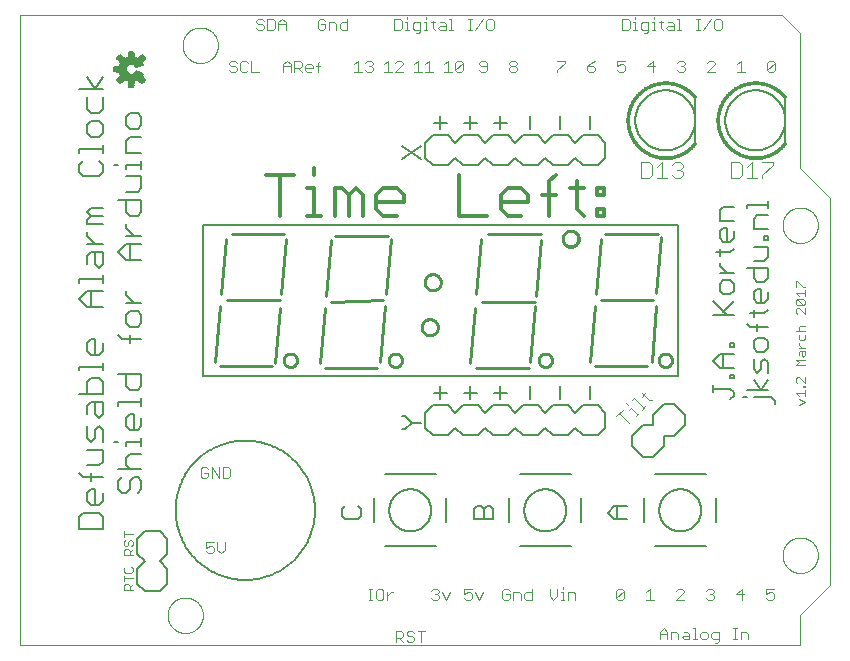
<source format=gto>
G75*
%MOIN*%
%OFA0B0*%
%FSLAX25Y25*%
%IPPOS*%
%LPD*%
%AMOC8*
5,1,8,0,0,1.08239X$1,22.5*
%
%ADD10C,0.00600*%
%ADD11C,0.00700*%
%ADD12C,0.00300*%
%ADD13C,0.00400*%
%ADD14C,0.00000*%
%ADD15C,0.01000*%
%ADD16C,0.01200*%
%ADD17C,0.00500*%
%ADD18C,0.00800*%
%ADD19C,0.00591*%
%ADD20C,0.00100*%
D10*
X0112295Y0048145D02*
X0113362Y0047077D01*
X0117632Y0047077D01*
X0118700Y0048145D01*
X0118700Y0050280D01*
X0117632Y0051348D01*
X0113362Y0051348D02*
X0112295Y0050280D01*
X0112295Y0048145D01*
X0132295Y0077077D02*
X0133362Y0077077D01*
X0135497Y0079212D01*
X0138700Y0079212D01*
X0135497Y0079212D02*
X0133362Y0081348D01*
X0132295Y0081348D01*
X0142862Y0089212D02*
X0147132Y0089212D01*
X0144997Y0087077D02*
X0144997Y0091348D01*
X0152862Y0089212D02*
X0157132Y0089212D01*
X0154997Y0087077D02*
X0154997Y0091348D01*
X0162862Y0089212D02*
X0167132Y0089212D01*
X0164997Y0087077D02*
X0164997Y0091348D01*
X0174997Y0091348D02*
X0174997Y0087077D01*
X0184997Y0087077D02*
X0184997Y0091348D01*
X0194997Y0091348D02*
X0194997Y0087077D01*
X0235794Y0089395D02*
X0235794Y0091730D01*
X0235794Y0090563D02*
X0241632Y0090563D01*
X0242800Y0089395D01*
X0242800Y0088227D01*
X0241632Y0087060D01*
X0246026Y0087645D02*
X0247194Y0087645D01*
X0247194Y0089975D02*
X0254200Y0089975D01*
X0251865Y0089975D02*
X0249529Y0093478D01*
X0250697Y0095807D02*
X0249529Y0096975D01*
X0249529Y0100478D01*
X0250697Y0102805D02*
X0253032Y0102805D01*
X0254200Y0103973D01*
X0254200Y0106308D01*
X0253032Y0107476D01*
X0250697Y0107476D01*
X0249529Y0106308D01*
X0249529Y0103973D01*
X0250697Y0102805D01*
X0253032Y0100478D02*
X0251865Y0099310D01*
X0251865Y0096975D01*
X0250697Y0095807D01*
X0254200Y0095807D02*
X0254200Y0099310D01*
X0253032Y0100478D01*
X0254200Y0093478D02*
X0251865Y0089975D01*
X0249529Y0087645D02*
X0255368Y0087645D01*
X0256535Y0086478D01*
X0256535Y0085310D01*
X0242800Y0094058D02*
X0242800Y0095225D01*
X0241632Y0095225D01*
X0241632Y0094058D01*
X0242800Y0094058D01*
X0242800Y0097557D02*
X0238129Y0097557D01*
X0235794Y0099892D01*
X0238129Y0102227D01*
X0242800Y0102227D01*
X0242800Y0104555D02*
X0242800Y0105722D01*
X0241632Y0105722D01*
X0241632Y0104555D01*
X0242800Y0104555D01*
X0239297Y0102227D02*
X0239297Y0097557D01*
X0250697Y0109803D02*
X0250697Y0112138D01*
X0249529Y0114468D02*
X0249529Y0116804D01*
X0248362Y0115636D02*
X0253032Y0115636D01*
X0254200Y0116804D01*
X0253032Y0119134D02*
X0250697Y0119134D01*
X0249529Y0120301D01*
X0249529Y0122637D01*
X0250697Y0123804D01*
X0251865Y0123804D01*
X0251865Y0119134D01*
X0253032Y0119134D02*
X0254200Y0120301D01*
X0254200Y0122637D01*
X0253032Y0126132D02*
X0250697Y0126132D01*
X0249529Y0127299D01*
X0249529Y0130802D01*
X0249529Y0133130D02*
X0253032Y0133130D01*
X0254200Y0134297D01*
X0254200Y0137800D01*
X0249529Y0137800D01*
X0253032Y0140128D02*
X0253032Y0141295D01*
X0254200Y0141295D01*
X0254200Y0140128D01*
X0253032Y0140128D01*
X0254200Y0143627D02*
X0249529Y0143627D01*
X0249529Y0147130D01*
X0250697Y0148297D01*
X0254200Y0148297D01*
X0254200Y0150624D02*
X0254200Y0152960D01*
X0254200Y0151792D02*
X0247194Y0151792D01*
X0247194Y0150624D01*
X0242800Y0151213D02*
X0239297Y0151213D01*
X0238129Y0150045D01*
X0238129Y0146542D01*
X0242800Y0146542D01*
X0240465Y0144215D02*
X0240465Y0139544D01*
X0241632Y0139544D02*
X0239297Y0139544D01*
X0238129Y0140712D01*
X0238129Y0143047D01*
X0239297Y0144215D01*
X0240465Y0144215D01*
X0242800Y0143047D02*
X0242800Y0140712D01*
X0241632Y0139544D01*
X0242800Y0137214D02*
X0241632Y0136047D01*
X0236962Y0136047D01*
X0238129Y0137214D02*
X0238129Y0134879D01*
X0238129Y0132550D02*
X0238129Y0131383D01*
X0240465Y0129047D01*
X0242800Y0129047D02*
X0238129Y0129047D01*
X0239297Y0126720D02*
X0238129Y0125552D01*
X0238129Y0123217D01*
X0239297Y0122049D01*
X0241632Y0122049D01*
X0242800Y0123217D01*
X0242800Y0125552D01*
X0241632Y0126720D01*
X0239297Y0126720D01*
X0235794Y0119722D02*
X0240465Y0115051D01*
X0239297Y0116219D02*
X0242800Y0119722D01*
X0242800Y0115051D02*
X0235794Y0115051D01*
X0247194Y0112138D02*
X0248362Y0110971D01*
X0254200Y0110971D01*
X0253032Y0126132D02*
X0254200Y0127299D01*
X0254200Y0130802D01*
X0247194Y0130802D01*
X0194997Y0177077D02*
X0194997Y0181348D01*
X0184997Y0181348D02*
X0184997Y0177077D01*
X0174997Y0177077D02*
X0174997Y0181348D01*
X0167132Y0179212D02*
X0162862Y0179212D01*
X0164997Y0177077D02*
X0164997Y0181348D01*
X0157132Y0179212D02*
X0152862Y0179212D01*
X0154997Y0177077D02*
X0154997Y0181348D01*
X0147132Y0179212D02*
X0142862Y0179212D01*
X0144997Y0177077D02*
X0144997Y0181348D01*
X0138700Y0171348D02*
X0132295Y0167077D01*
X0132295Y0171348D02*
X0138700Y0167077D01*
X0210000Y0180000D02*
X0210003Y0180245D01*
X0210012Y0180491D01*
X0210027Y0180736D01*
X0210048Y0180980D01*
X0210075Y0181224D01*
X0210108Y0181467D01*
X0210147Y0181710D01*
X0210192Y0181951D01*
X0210243Y0182191D01*
X0210300Y0182430D01*
X0210362Y0182667D01*
X0210431Y0182903D01*
X0210505Y0183137D01*
X0210585Y0183369D01*
X0210670Y0183599D01*
X0210761Y0183827D01*
X0210858Y0184052D01*
X0210960Y0184276D01*
X0211068Y0184496D01*
X0211181Y0184714D01*
X0211299Y0184929D01*
X0211423Y0185141D01*
X0211551Y0185350D01*
X0211685Y0185556D01*
X0211824Y0185758D01*
X0211968Y0185957D01*
X0212117Y0186152D01*
X0212270Y0186344D01*
X0212428Y0186532D01*
X0212590Y0186716D01*
X0212758Y0186895D01*
X0212929Y0187071D01*
X0213105Y0187242D01*
X0213284Y0187410D01*
X0213468Y0187572D01*
X0213656Y0187730D01*
X0213848Y0187883D01*
X0214043Y0188032D01*
X0214242Y0188176D01*
X0214444Y0188315D01*
X0214650Y0188449D01*
X0214859Y0188577D01*
X0215071Y0188701D01*
X0215286Y0188819D01*
X0215504Y0188932D01*
X0215724Y0189040D01*
X0215948Y0189142D01*
X0216173Y0189239D01*
X0216401Y0189330D01*
X0216631Y0189415D01*
X0216863Y0189495D01*
X0217097Y0189569D01*
X0217333Y0189638D01*
X0217570Y0189700D01*
X0217809Y0189757D01*
X0218049Y0189808D01*
X0218290Y0189853D01*
X0218533Y0189892D01*
X0218776Y0189925D01*
X0219020Y0189952D01*
X0219264Y0189973D01*
X0219509Y0189988D01*
X0219755Y0189997D01*
X0220000Y0190000D01*
X0220245Y0189997D01*
X0220491Y0189988D01*
X0220736Y0189973D01*
X0220980Y0189952D01*
X0221224Y0189925D01*
X0221467Y0189892D01*
X0221710Y0189853D01*
X0221951Y0189808D01*
X0222191Y0189757D01*
X0222430Y0189700D01*
X0222667Y0189638D01*
X0222903Y0189569D01*
X0223137Y0189495D01*
X0223369Y0189415D01*
X0223599Y0189330D01*
X0223827Y0189239D01*
X0224052Y0189142D01*
X0224276Y0189040D01*
X0224496Y0188932D01*
X0224714Y0188819D01*
X0224929Y0188701D01*
X0225141Y0188577D01*
X0225350Y0188449D01*
X0225556Y0188315D01*
X0225758Y0188176D01*
X0225957Y0188032D01*
X0226152Y0187883D01*
X0226344Y0187730D01*
X0226532Y0187572D01*
X0226716Y0187410D01*
X0226895Y0187242D01*
X0227071Y0187071D01*
X0227242Y0186895D01*
X0227410Y0186716D01*
X0227572Y0186532D01*
X0227730Y0186344D01*
X0227883Y0186152D01*
X0228032Y0185957D01*
X0228176Y0185758D01*
X0228315Y0185556D01*
X0228449Y0185350D01*
X0228577Y0185141D01*
X0228701Y0184929D01*
X0228819Y0184714D01*
X0228932Y0184496D01*
X0229040Y0184276D01*
X0229142Y0184052D01*
X0229239Y0183827D01*
X0229330Y0183599D01*
X0229415Y0183369D01*
X0229495Y0183137D01*
X0229569Y0182903D01*
X0229638Y0182667D01*
X0229700Y0182430D01*
X0229757Y0182191D01*
X0229808Y0181951D01*
X0229853Y0181710D01*
X0229892Y0181467D01*
X0229925Y0181224D01*
X0229952Y0180980D01*
X0229973Y0180736D01*
X0229988Y0180491D01*
X0229997Y0180245D01*
X0230000Y0180000D01*
X0229997Y0179755D01*
X0229988Y0179509D01*
X0229973Y0179264D01*
X0229952Y0179020D01*
X0229925Y0178776D01*
X0229892Y0178533D01*
X0229853Y0178290D01*
X0229808Y0178049D01*
X0229757Y0177809D01*
X0229700Y0177570D01*
X0229638Y0177333D01*
X0229569Y0177097D01*
X0229495Y0176863D01*
X0229415Y0176631D01*
X0229330Y0176401D01*
X0229239Y0176173D01*
X0229142Y0175948D01*
X0229040Y0175724D01*
X0228932Y0175504D01*
X0228819Y0175286D01*
X0228701Y0175071D01*
X0228577Y0174859D01*
X0228449Y0174650D01*
X0228315Y0174444D01*
X0228176Y0174242D01*
X0228032Y0174043D01*
X0227883Y0173848D01*
X0227730Y0173656D01*
X0227572Y0173468D01*
X0227410Y0173284D01*
X0227242Y0173105D01*
X0227071Y0172929D01*
X0226895Y0172758D01*
X0226716Y0172590D01*
X0226532Y0172428D01*
X0226344Y0172270D01*
X0226152Y0172117D01*
X0225957Y0171968D01*
X0225758Y0171824D01*
X0225556Y0171685D01*
X0225350Y0171551D01*
X0225141Y0171423D01*
X0224929Y0171299D01*
X0224714Y0171181D01*
X0224496Y0171068D01*
X0224276Y0170960D01*
X0224052Y0170858D01*
X0223827Y0170761D01*
X0223599Y0170670D01*
X0223369Y0170585D01*
X0223137Y0170505D01*
X0222903Y0170431D01*
X0222667Y0170362D01*
X0222430Y0170300D01*
X0222191Y0170243D01*
X0221951Y0170192D01*
X0221710Y0170147D01*
X0221467Y0170108D01*
X0221224Y0170075D01*
X0220980Y0170048D01*
X0220736Y0170027D01*
X0220491Y0170012D01*
X0220245Y0170003D01*
X0220000Y0170000D01*
X0219755Y0170003D01*
X0219509Y0170012D01*
X0219264Y0170027D01*
X0219020Y0170048D01*
X0218776Y0170075D01*
X0218533Y0170108D01*
X0218290Y0170147D01*
X0218049Y0170192D01*
X0217809Y0170243D01*
X0217570Y0170300D01*
X0217333Y0170362D01*
X0217097Y0170431D01*
X0216863Y0170505D01*
X0216631Y0170585D01*
X0216401Y0170670D01*
X0216173Y0170761D01*
X0215948Y0170858D01*
X0215724Y0170960D01*
X0215504Y0171068D01*
X0215286Y0171181D01*
X0215071Y0171299D01*
X0214859Y0171423D01*
X0214650Y0171551D01*
X0214444Y0171685D01*
X0214242Y0171824D01*
X0214043Y0171968D01*
X0213848Y0172117D01*
X0213656Y0172270D01*
X0213468Y0172428D01*
X0213284Y0172590D01*
X0213105Y0172758D01*
X0212929Y0172929D01*
X0212758Y0173105D01*
X0212590Y0173284D01*
X0212428Y0173468D01*
X0212270Y0173656D01*
X0212117Y0173848D01*
X0211968Y0174043D01*
X0211824Y0174242D01*
X0211685Y0174444D01*
X0211551Y0174650D01*
X0211423Y0174859D01*
X0211299Y0175071D01*
X0211181Y0175286D01*
X0211068Y0175504D01*
X0210960Y0175724D01*
X0210858Y0175948D01*
X0210761Y0176173D01*
X0210670Y0176401D01*
X0210585Y0176631D01*
X0210505Y0176863D01*
X0210431Y0177097D01*
X0210362Y0177333D01*
X0210300Y0177570D01*
X0210243Y0177809D01*
X0210192Y0178049D01*
X0210147Y0178290D01*
X0210108Y0178533D01*
X0210075Y0178776D01*
X0210048Y0179020D01*
X0210027Y0179264D01*
X0210012Y0179509D01*
X0210003Y0179755D01*
X0210000Y0180000D01*
X0240000Y0180000D02*
X0240003Y0180245D01*
X0240012Y0180491D01*
X0240027Y0180736D01*
X0240048Y0180980D01*
X0240075Y0181224D01*
X0240108Y0181467D01*
X0240147Y0181710D01*
X0240192Y0181951D01*
X0240243Y0182191D01*
X0240300Y0182430D01*
X0240362Y0182667D01*
X0240431Y0182903D01*
X0240505Y0183137D01*
X0240585Y0183369D01*
X0240670Y0183599D01*
X0240761Y0183827D01*
X0240858Y0184052D01*
X0240960Y0184276D01*
X0241068Y0184496D01*
X0241181Y0184714D01*
X0241299Y0184929D01*
X0241423Y0185141D01*
X0241551Y0185350D01*
X0241685Y0185556D01*
X0241824Y0185758D01*
X0241968Y0185957D01*
X0242117Y0186152D01*
X0242270Y0186344D01*
X0242428Y0186532D01*
X0242590Y0186716D01*
X0242758Y0186895D01*
X0242929Y0187071D01*
X0243105Y0187242D01*
X0243284Y0187410D01*
X0243468Y0187572D01*
X0243656Y0187730D01*
X0243848Y0187883D01*
X0244043Y0188032D01*
X0244242Y0188176D01*
X0244444Y0188315D01*
X0244650Y0188449D01*
X0244859Y0188577D01*
X0245071Y0188701D01*
X0245286Y0188819D01*
X0245504Y0188932D01*
X0245724Y0189040D01*
X0245948Y0189142D01*
X0246173Y0189239D01*
X0246401Y0189330D01*
X0246631Y0189415D01*
X0246863Y0189495D01*
X0247097Y0189569D01*
X0247333Y0189638D01*
X0247570Y0189700D01*
X0247809Y0189757D01*
X0248049Y0189808D01*
X0248290Y0189853D01*
X0248533Y0189892D01*
X0248776Y0189925D01*
X0249020Y0189952D01*
X0249264Y0189973D01*
X0249509Y0189988D01*
X0249755Y0189997D01*
X0250000Y0190000D01*
X0250245Y0189997D01*
X0250491Y0189988D01*
X0250736Y0189973D01*
X0250980Y0189952D01*
X0251224Y0189925D01*
X0251467Y0189892D01*
X0251710Y0189853D01*
X0251951Y0189808D01*
X0252191Y0189757D01*
X0252430Y0189700D01*
X0252667Y0189638D01*
X0252903Y0189569D01*
X0253137Y0189495D01*
X0253369Y0189415D01*
X0253599Y0189330D01*
X0253827Y0189239D01*
X0254052Y0189142D01*
X0254276Y0189040D01*
X0254496Y0188932D01*
X0254714Y0188819D01*
X0254929Y0188701D01*
X0255141Y0188577D01*
X0255350Y0188449D01*
X0255556Y0188315D01*
X0255758Y0188176D01*
X0255957Y0188032D01*
X0256152Y0187883D01*
X0256344Y0187730D01*
X0256532Y0187572D01*
X0256716Y0187410D01*
X0256895Y0187242D01*
X0257071Y0187071D01*
X0257242Y0186895D01*
X0257410Y0186716D01*
X0257572Y0186532D01*
X0257730Y0186344D01*
X0257883Y0186152D01*
X0258032Y0185957D01*
X0258176Y0185758D01*
X0258315Y0185556D01*
X0258449Y0185350D01*
X0258577Y0185141D01*
X0258701Y0184929D01*
X0258819Y0184714D01*
X0258932Y0184496D01*
X0259040Y0184276D01*
X0259142Y0184052D01*
X0259239Y0183827D01*
X0259330Y0183599D01*
X0259415Y0183369D01*
X0259495Y0183137D01*
X0259569Y0182903D01*
X0259638Y0182667D01*
X0259700Y0182430D01*
X0259757Y0182191D01*
X0259808Y0181951D01*
X0259853Y0181710D01*
X0259892Y0181467D01*
X0259925Y0181224D01*
X0259952Y0180980D01*
X0259973Y0180736D01*
X0259988Y0180491D01*
X0259997Y0180245D01*
X0260000Y0180000D01*
X0259997Y0179755D01*
X0259988Y0179509D01*
X0259973Y0179264D01*
X0259952Y0179020D01*
X0259925Y0178776D01*
X0259892Y0178533D01*
X0259853Y0178290D01*
X0259808Y0178049D01*
X0259757Y0177809D01*
X0259700Y0177570D01*
X0259638Y0177333D01*
X0259569Y0177097D01*
X0259495Y0176863D01*
X0259415Y0176631D01*
X0259330Y0176401D01*
X0259239Y0176173D01*
X0259142Y0175948D01*
X0259040Y0175724D01*
X0258932Y0175504D01*
X0258819Y0175286D01*
X0258701Y0175071D01*
X0258577Y0174859D01*
X0258449Y0174650D01*
X0258315Y0174444D01*
X0258176Y0174242D01*
X0258032Y0174043D01*
X0257883Y0173848D01*
X0257730Y0173656D01*
X0257572Y0173468D01*
X0257410Y0173284D01*
X0257242Y0173105D01*
X0257071Y0172929D01*
X0256895Y0172758D01*
X0256716Y0172590D01*
X0256532Y0172428D01*
X0256344Y0172270D01*
X0256152Y0172117D01*
X0255957Y0171968D01*
X0255758Y0171824D01*
X0255556Y0171685D01*
X0255350Y0171551D01*
X0255141Y0171423D01*
X0254929Y0171299D01*
X0254714Y0171181D01*
X0254496Y0171068D01*
X0254276Y0170960D01*
X0254052Y0170858D01*
X0253827Y0170761D01*
X0253599Y0170670D01*
X0253369Y0170585D01*
X0253137Y0170505D01*
X0252903Y0170431D01*
X0252667Y0170362D01*
X0252430Y0170300D01*
X0252191Y0170243D01*
X0251951Y0170192D01*
X0251710Y0170147D01*
X0251467Y0170108D01*
X0251224Y0170075D01*
X0250980Y0170048D01*
X0250736Y0170027D01*
X0250491Y0170012D01*
X0250245Y0170003D01*
X0250000Y0170000D01*
X0249755Y0170003D01*
X0249509Y0170012D01*
X0249264Y0170027D01*
X0249020Y0170048D01*
X0248776Y0170075D01*
X0248533Y0170108D01*
X0248290Y0170147D01*
X0248049Y0170192D01*
X0247809Y0170243D01*
X0247570Y0170300D01*
X0247333Y0170362D01*
X0247097Y0170431D01*
X0246863Y0170505D01*
X0246631Y0170585D01*
X0246401Y0170670D01*
X0246173Y0170761D01*
X0245948Y0170858D01*
X0245724Y0170960D01*
X0245504Y0171068D01*
X0245286Y0171181D01*
X0245071Y0171299D01*
X0244859Y0171423D01*
X0244650Y0171551D01*
X0244444Y0171685D01*
X0244242Y0171824D01*
X0244043Y0171968D01*
X0243848Y0172117D01*
X0243656Y0172270D01*
X0243468Y0172428D01*
X0243284Y0172590D01*
X0243105Y0172758D01*
X0242929Y0172929D01*
X0242758Y0173105D01*
X0242590Y0173284D01*
X0242428Y0173468D01*
X0242270Y0173656D01*
X0242117Y0173848D01*
X0241968Y0174043D01*
X0241824Y0174242D01*
X0241685Y0174444D01*
X0241551Y0174650D01*
X0241423Y0174859D01*
X0241299Y0175071D01*
X0241181Y0175286D01*
X0241068Y0175504D01*
X0240960Y0175724D01*
X0240858Y0175948D01*
X0240761Y0176173D01*
X0240670Y0176401D01*
X0240585Y0176631D01*
X0240505Y0176863D01*
X0240431Y0177097D01*
X0240362Y0177333D01*
X0240300Y0177570D01*
X0240243Y0177809D01*
X0240192Y0178049D01*
X0240147Y0178290D01*
X0240108Y0178533D01*
X0240075Y0178776D01*
X0240048Y0179020D01*
X0240027Y0179264D01*
X0240012Y0179509D01*
X0240003Y0179755D01*
X0240000Y0180000D01*
X0207200Y0051348D02*
X0202930Y0051348D01*
X0200795Y0049212D01*
X0202930Y0047077D01*
X0207200Y0047077D01*
X0203997Y0047077D02*
X0203997Y0051348D01*
X0162700Y0050280D02*
X0162700Y0047077D01*
X0156295Y0047077D01*
X0156295Y0050280D01*
X0157362Y0051348D01*
X0158430Y0051348D01*
X0159497Y0050280D01*
X0159497Y0047077D01*
X0159497Y0050280D02*
X0160565Y0051348D01*
X0161632Y0051348D01*
X0162700Y0050280D01*
D11*
X0045400Y0056998D02*
X0044082Y0055680D01*
X0045400Y0056998D02*
X0045400Y0059633D01*
X0044082Y0060951D01*
X0042764Y0060951D01*
X0041447Y0059633D01*
X0041447Y0056998D01*
X0040129Y0055680D01*
X0038811Y0055680D01*
X0037493Y0056998D01*
X0037493Y0059633D01*
X0038811Y0060951D01*
X0037493Y0063599D02*
X0045400Y0063599D01*
X0041447Y0063599D02*
X0040129Y0064917D01*
X0040129Y0067552D01*
X0041447Y0068870D01*
X0045400Y0068870D01*
X0045400Y0071518D02*
X0045400Y0074153D01*
X0045400Y0072835D02*
X0040129Y0072835D01*
X0040129Y0071518D01*
X0037493Y0072835D02*
X0036175Y0072835D01*
X0032500Y0072837D02*
X0032500Y0076791D01*
X0031182Y0078109D01*
X0029864Y0076791D01*
X0029864Y0074155D01*
X0028547Y0072837D01*
X0027229Y0074155D01*
X0027229Y0078109D01*
X0027229Y0082074D02*
X0027229Y0084710D01*
X0028547Y0086027D01*
X0032500Y0086027D01*
X0032500Y0082074D01*
X0031182Y0080756D01*
X0029864Y0082074D01*
X0029864Y0086027D01*
X0027229Y0088675D02*
X0027229Y0092628D01*
X0028547Y0093946D01*
X0031182Y0093946D01*
X0032500Y0092628D01*
X0032500Y0088675D01*
X0024593Y0088675D01*
X0024593Y0096594D02*
X0024593Y0097911D01*
X0032500Y0097911D01*
X0032500Y0096594D02*
X0032500Y0099229D01*
X0031182Y0101873D02*
X0028547Y0101873D01*
X0027229Y0103191D01*
X0027229Y0105826D01*
X0028547Y0107144D01*
X0029864Y0107144D01*
X0029864Y0101873D01*
X0031182Y0101873D02*
X0032500Y0103191D01*
X0032500Y0105826D01*
X0037493Y0108468D02*
X0038811Y0107150D01*
X0045400Y0107150D01*
X0041447Y0105832D02*
X0041447Y0108468D01*
X0041447Y0111111D02*
X0044082Y0111111D01*
X0045400Y0112429D01*
X0045400Y0115065D01*
X0044082Y0116383D01*
X0041447Y0116383D01*
X0040129Y0115065D01*
X0040129Y0112429D01*
X0041447Y0111111D01*
X0042764Y0119030D02*
X0040129Y0121666D01*
X0040129Y0122984D01*
X0040129Y0119030D02*
X0045400Y0119030D01*
X0032500Y0117710D02*
X0027229Y0117710D01*
X0024593Y0120346D01*
X0027229Y0122982D01*
X0032500Y0122982D01*
X0032500Y0125629D02*
X0032500Y0128265D01*
X0032500Y0126947D02*
X0024593Y0126947D01*
X0024593Y0125629D01*
X0028547Y0122982D02*
X0028547Y0117710D01*
X0031182Y0130908D02*
X0029864Y0132226D01*
X0029864Y0136179D01*
X0028547Y0136179D02*
X0032500Y0136179D01*
X0032500Y0132226D01*
X0031182Y0130908D01*
X0027229Y0132226D02*
X0027229Y0134862D01*
X0028547Y0136179D01*
X0029864Y0138827D02*
X0027229Y0141463D01*
X0027229Y0142780D01*
X0027229Y0138827D02*
X0032500Y0138827D01*
X0037493Y0136183D02*
X0040129Y0138819D01*
X0045400Y0138819D01*
X0045400Y0141467D02*
X0040129Y0141467D01*
X0040129Y0144102D02*
X0040129Y0145420D01*
X0040129Y0144102D02*
X0042764Y0141467D01*
X0041447Y0138819D02*
X0041447Y0133548D01*
X0040129Y0133548D02*
X0037493Y0136183D01*
X0040129Y0133548D02*
X0045400Y0133548D01*
X0032500Y0145426D02*
X0027229Y0145426D01*
X0027229Y0146744D01*
X0028547Y0148062D01*
X0027229Y0149379D01*
X0028547Y0150697D01*
X0032500Y0150697D01*
X0032500Y0148062D02*
X0028547Y0148062D01*
X0037493Y0153337D02*
X0045400Y0153337D01*
X0045400Y0149383D01*
X0044082Y0148066D01*
X0041447Y0148066D01*
X0040129Y0149383D01*
X0040129Y0153337D01*
X0040129Y0155984D02*
X0044082Y0155984D01*
X0045400Y0157302D01*
X0045400Y0161256D01*
X0040129Y0161256D01*
X0040129Y0163903D02*
X0040129Y0165221D01*
X0045400Y0165221D01*
X0045400Y0163903D02*
X0045400Y0166539D01*
X0045400Y0169182D02*
X0040129Y0169182D01*
X0040129Y0173136D01*
X0041447Y0174453D01*
X0045400Y0174453D01*
X0044082Y0177101D02*
X0045400Y0178419D01*
X0045400Y0181054D01*
X0044082Y0182372D01*
X0041447Y0182372D01*
X0040129Y0181054D01*
X0040129Y0178419D01*
X0041447Y0177101D01*
X0044082Y0177101D01*
X0032500Y0178415D02*
X0032500Y0175779D01*
X0031182Y0174461D01*
X0028547Y0174461D01*
X0027229Y0175779D01*
X0027229Y0178415D01*
X0028547Y0179733D01*
X0031182Y0179733D01*
X0032500Y0178415D01*
X0031182Y0182380D02*
X0028547Y0182380D01*
X0027229Y0183698D01*
X0027229Y0187651D01*
X0029864Y0190299D02*
X0027229Y0194252D01*
X0029864Y0190299D02*
X0032500Y0194252D01*
X0032500Y0190299D02*
X0024593Y0190299D01*
X0032500Y0187651D02*
X0032500Y0183698D01*
X0031182Y0182380D01*
X0032500Y0171818D02*
X0032500Y0169182D01*
X0032500Y0170500D02*
X0024593Y0170500D01*
X0024593Y0169182D01*
X0025911Y0166535D02*
X0024593Y0165217D01*
X0024593Y0162581D01*
X0025911Y0161264D01*
X0031182Y0161264D01*
X0032500Y0162581D01*
X0032500Y0165217D01*
X0031182Y0166535D01*
X0036175Y0165221D02*
X0037493Y0165221D01*
X0037493Y0095266D02*
X0045400Y0095266D01*
X0045400Y0091312D01*
X0044082Y0089995D01*
X0041447Y0089995D01*
X0040129Y0091312D01*
X0040129Y0095266D01*
X0045400Y0087351D02*
X0045400Y0084716D01*
X0045400Y0086033D02*
X0037493Y0086033D01*
X0037493Y0084716D01*
X0041447Y0082068D02*
X0042764Y0082068D01*
X0042764Y0076797D01*
X0041447Y0076797D02*
X0044082Y0076797D01*
X0045400Y0078115D01*
X0045400Y0080750D01*
X0041447Y0082068D02*
X0040129Y0080750D01*
X0040129Y0078115D01*
X0041447Y0076797D01*
X0032500Y0070190D02*
X0027229Y0070190D01*
X0032500Y0070190D02*
X0032500Y0066236D01*
X0031182Y0064919D01*
X0027229Y0064919D01*
X0028547Y0062275D02*
X0028547Y0059639D01*
X0028547Y0056992D02*
X0029864Y0056992D01*
X0029864Y0051721D01*
X0028547Y0051721D02*
X0027229Y0053038D01*
X0027229Y0055674D01*
X0028547Y0056992D01*
X0032500Y0055674D02*
X0032500Y0053038D01*
X0031182Y0051721D01*
X0028547Y0051721D01*
X0031182Y0049073D02*
X0025911Y0049073D01*
X0024593Y0047755D01*
X0024593Y0043802D01*
X0032500Y0043802D01*
X0032500Y0047755D01*
X0031182Y0049073D01*
X0032500Y0060957D02*
X0025911Y0060957D01*
X0024593Y0062275D01*
D12*
X0039548Y0042951D02*
X0039548Y0041016D01*
X0039548Y0041984D02*
X0042450Y0041984D01*
X0041966Y0040005D02*
X0041483Y0040005D01*
X0040999Y0039521D01*
X0040999Y0038554D01*
X0040515Y0038070D01*
X0040031Y0038070D01*
X0039548Y0038554D01*
X0039548Y0039521D01*
X0040031Y0040005D01*
X0041966Y0040005D02*
X0042450Y0039521D01*
X0042450Y0038554D01*
X0041966Y0038070D01*
X0042450Y0037058D02*
X0041483Y0036091D01*
X0041483Y0036574D02*
X0041483Y0035123D01*
X0042450Y0035123D02*
X0039548Y0035123D01*
X0039548Y0036574D01*
X0040031Y0037058D01*
X0040999Y0037058D01*
X0041483Y0036574D01*
X0041966Y0031165D02*
X0042450Y0030681D01*
X0042450Y0029714D01*
X0041966Y0029230D01*
X0040031Y0029230D01*
X0039548Y0029714D01*
X0039548Y0030681D01*
X0040031Y0031165D01*
X0039548Y0028219D02*
X0039548Y0026284D01*
X0039548Y0027251D02*
X0042450Y0027251D01*
X0042450Y0025272D02*
X0041483Y0024305D01*
X0041483Y0024788D02*
X0041483Y0023337D01*
X0042450Y0023337D02*
X0039548Y0023337D01*
X0039548Y0024788D01*
X0040031Y0025272D01*
X0040999Y0025272D01*
X0041483Y0024788D01*
X0066967Y0036267D02*
X0067584Y0035650D01*
X0068818Y0035650D01*
X0069436Y0036267D01*
X0069436Y0037502D01*
X0068818Y0038119D01*
X0068201Y0038119D01*
X0066967Y0037502D01*
X0066967Y0039353D01*
X0069436Y0039353D01*
X0070650Y0039353D02*
X0070650Y0036884D01*
X0071884Y0035650D01*
X0073119Y0036884D01*
X0073119Y0039353D01*
X0072492Y0060650D02*
X0074343Y0060650D01*
X0074960Y0061267D01*
X0074960Y0063736D01*
X0074343Y0064353D01*
X0072492Y0064353D01*
X0072492Y0060650D01*
X0071277Y0060650D02*
X0071277Y0064353D01*
X0068808Y0064353D02*
X0071277Y0060650D01*
X0068808Y0060650D02*
X0068808Y0064353D01*
X0067594Y0063736D02*
X0066977Y0064353D01*
X0065742Y0064353D01*
X0065125Y0063736D01*
X0065125Y0061267D01*
X0065742Y0060650D01*
X0066977Y0060650D01*
X0067594Y0061267D01*
X0067594Y0062502D01*
X0066360Y0062502D01*
X0121110Y0023853D02*
X0122345Y0023853D01*
X0121727Y0023853D02*
X0121727Y0020150D01*
X0121110Y0020150D02*
X0122345Y0020150D01*
X0123566Y0020767D02*
X0124183Y0020150D01*
X0125417Y0020150D01*
X0126034Y0020767D01*
X0126034Y0023236D01*
X0125417Y0023853D01*
X0124183Y0023853D01*
X0123566Y0023236D01*
X0123566Y0020767D01*
X0127249Y0020150D02*
X0127249Y0022619D01*
X0128483Y0022619D02*
X0127249Y0021384D01*
X0128483Y0022619D02*
X0129100Y0022619D01*
X0141970Y0023236D02*
X0142587Y0023853D01*
X0143822Y0023853D01*
X0144439Y0023236D01*
X0144439Y0022619D01*
X0143822Y0022002D01*
X0144439Y0021384D01*
X0144439Y0020767D01*
X0143822Y0020150D01*
X0142587Y0020150D01*
X0141970Y0020767D01*
X0143204Y0022002D02*
X0143822Y0022002D01*
X0145653Y0022619D02*
X0146888Y0020150D01*
X0148122Y0022619D01*
X0152970Y0022002D02*
X0154204Y0022619D01*
X0154822Y0022619D01*
X0155439Y0022002D01*
X0155439Y0020767D01*
X0154822Y0020150D01*
X0153587Y0020150D01*
X0152970Y0020767D01*
X0152970Y0022002D02*
X0152970Y0023853D01*
X0155439Y0023853D01*
X0156653Y0022619D02*
X0157888Y0020150D01*
X0159122Y0022619D01*
X0165690Y0023236D02*
X0165690Y0020767D01*
X0166307Y0020150D01*
X0167541Y0020150D01*
X0168159Y0020767D01*
X0168159Y0022002D01*
X0166924Y0022002D01*
X0165690Y0023236D02*
X0166307Y0023853D01*
X0167541Y0023853D01*
X0168159Y0023236D01*
X0169373Y0022619D02*
X0169373Y0020150D01*
X0171842Y0020150D02*
X0171842Y0022002D01*
X0171224Y0022619D01*
X0169373Y0022619D01*
X0173056Y0022002D02*
X0173056Y0020767D01*
X0173673Y0020150D01*
X0175525Y0020150D01*
X0175525Y0023853D01*
X0175525Y0022619D02*
X0173673Y0022619D01*
X0173056Y0022002D01*
X0181470Y0021384D02*
X0182704Y0020150D01*
X0183939Y0021384D01*
X0183939Y0023853D01*
X0185153Y0022619D02*
X0185770Y0022619D01*
X0185770Y0020150D01*
X0185153Y0020150D02*
X0186388Y0020150D01*
X0187609Y0020150D02*
X0187609Y0022619D01*
X0189460Y0022619D01*
X0190077Y0022002D01*
X0190077Y0020150D01*
X0185770Y0023853D02*
X0185770Y0024470D01*
X0181470Y0023853D02*
X0181470Y0021384D01*
X0203650Y0020767D02*
X0206119Y0023236D01*
X0206119Y0020767D01*
X0205502Y0020150D01*
X0204267Y0020150D01*
X0203650Y0020767D01*
X0203650Y0023236D01*
X0204267Y0023853D01*
X0205502Y0023853D01*
X0206119Y0023236D01*
X0213650Y0022619D02*
X0214884Y0023853D01*
X0214884Y0020150D01*
X0213650Y0020150D02*
X0216119Y0020150D01*
X0223650Y0020150D02*
X0226119Y0022619D01*
X0226119Y0023236D01*
X0225502Y0023853D01*
X0224267Y0023853D01*
X0223650Y0023236D01*
X0223650Y0020150D02*
X0226119Y0020150D01*
X0233650Y0020767D02*
X0234267Y0020150D01*
X0235502Y0020150D01*
X0236119Y0020767D01*
X0236119Y0021384D01*
X0235502Y0022002D01*
X0234884Y0022002D01*
X0235502Y0022002D02*
X0236119Y0022619D01*
X0236119Y0023236D01*
X0235502Y0023853D01*
X0234267Y0023853D01*
X0233650Y0023236D01*
X0243650Y0022002D02*
X0246119Y0022002D01*
X0245502Y0023853D02*
X0243650Y0022002D01*
X0245502Y0023853D02*
X0245502Y0020150D01*
X0253650Y0020767D02*
X0254267Y0020150D01*
X0255502Y0020150D01*
X0256119Y0020767D01*
X0256119Y0022002D01*
X0255502Y0022619D01*
X0254884Y0022619D01*
X0253650Y0022002D01*
X0253650Y0023853D01*
X0256119Y0023853D01*
X0247051Y0009439D02*
X0245199Y0009439D01*
X0245199Y0006970D01*
X0243978Y0006970D02*
X0242744Y0006970D01*
X0243361Y0006970D02*
X0243361Y0010673D01*
X0242744Y0010673D02*
X0243978Y0010673D01*
X0247051Y0009439D02*
X0247668Y0008822D01*
X0247668Y0006970D01*
X0237847Y0006970D02*
X0235995Y0006970D01*
X0235378Y0007587D01*
X0235378Y0008822D01*
X0235995Y0009439D01*
X0237847Y0009439D01*
X0237847Y0006353D01*
X0237229Y0005736D01*
X0236612Y0005736D01*
X0234163Y0007587D02*
X0234163Y0008822D01*
X0233546Y0009439D01*
X0232312Y0009439D01*
X0231695Y0008822D01*
X0231695Y0007587D01*
X0232312Y0006970D01*
X0233546Y0006970D01*
X0234163Y0007587D01*
X0230474Y0006970D02*
X0229239Y0006970D01*
X0229856Y0006970D02*
X0229856Y0010673D01*
X0229239Y0010673D01*
X0227408Y0009439D02*
X0228025Y0008822D01*
X0228025Y0006970D01*
X0226173Y0006970D01*
X0225556Y0007587D01*
X0226173Y0008204D01*
X0228025Y0008204D01*
X0227408Y0009439D02*
X0226173Y0009439D01*
X0224342Y0008822D02*
X0224342Y0006970D01*
X0224342Y0008822D02*
X0223724Y0009439D01*
X0221873Y0009439D01*
X0221873Y0006970D01*
X0220659Y0006970D02*
X0220659Y0009439D01*
X0219424Y0010673D01*
X0218190Y0009439D01*
X0218190Y0006970D01*
X0218190Y0008822D02*
X0220659Y0008822D01*
X0139945Y0009853D02*
X0137477Y0009853D01*
X0138711Y0009853D02*
X0138711Y0006150D01*
X0136262Y0006767D02*
X0135645Y0006150D01*
X0134411Y0006150D01*
X0133793Y0006767D01*
X0132579Y0006150D02*
X0131345Y0007384D01*
X0131962Y0007384D02*
X0130110Y0007384D01*
X0130110Y0006150D02*
X0130110Y0009853D01*
X0131962Y0009853D01*
X0132579Y0009236D01*
X0132579Y0008002D01*
X0131962Y0007384D01*
X0133793Y0008619D02*
X0133793Y0009236D01*
X0134411Y0009853D01*
X0135645Y0009853D01*
X0136262Y0009236D01*
X0135645Y0008002D02*
X0134411Y0008002D01*
X0133793Y0008619D01*
X0135645Y0008002D02*
X0136262Y0007384D01*
X0136262Y0006767D01*
X0264515Y0085033D02*
X0266450Y0086001D01*
X0264515Y0086968D01*
X0264515Y0087980D02*
X0263548Y0088947D01*
X0266450Y0088947D01*
X0266450Y0087980D02*
X0266450Y0089915D01*
X0266450Y0090926D02*
X0266450Y0091410D01*
X0265966Y0091410D01*
X0265966Y0090926D01*
X0266450Y0090926D01*
X0266450Y0092400D02*
X0264515Y0094335D01*
X0264031Y0094335D01*
X0263548Y0093851D01*
X0263548Y0092883D01*
X0264031Y0092400D01*
X0266450Y0092400D02*
X0266450Y0094335D01*
X0266450Y0098293D02*
X0263548Y0098293D01*
X0264515Y0099260D01*
X0263548Y0100228D01*
X0266450Y0100228D01*
X0265966Y0101239D02*
X0265483Y0101723D01*
X0265483Y0103174D01*
X0264999Y0103174D02*
X0266450Y0103174D01*
X0266450Y0101723D01*
X0265966Y0101239D01*
X0264515Y0101723D02*
X0264515Y0102690D01*
X0264999Y0103174D01*
X0265483Y0104186D02*
X0264515Y0105153D01*
X0264515Y0105637D01*
X0264999Y0106641D02*
X0265966Y0106641D01*
X0266450Y0107125D01*
X0266450Y0108576D01*
X0266450Y0109588D02*
X0263548Y0109588D01*
X0264515Y0110071D02*
X0264515Y0111039D01*
X0264999Y0111523D01*
X0266450Y0111523D01*
X0264999Y0109588D02*
X0264515Y0110071D01*
X0264515Y0108576D02*
X0264515Y0107125D01*
X0264999Y0106641D01*
X0264515Y0104186D02*
X0266450Y0104186D01*
X0266450Y0115481D02*
X0264515Y0117416D01*
X0264031Y0117416D01*
X0263548Y0116932D01*
X0263548Y0115964D01*
X0264031Y0115481D01*
X0266450Y0115481D02*
X0266450Y0117416D01*
X0265966Y0118427D02*
X0264031Y0120362D01*
X0265966Y0120362D01*
X0266450Y0119878D01*
X0266450Y0118911D01*
X0265966Y0118427D01*
X0264031Y0118427D01*
X0263548Y0118911D01*
X0263548Y0119878D01*
X0264031Y0120362D01*
X0264515Y0121374D02*
X0263548Y0122341D01*
X0266450Y0122341D01*
X0266450Y0121374D02*
X0266450Y0123309D01*
X0266450Y0124320D02*
X0265966Y0124320D01*
X0264031Y0126255D01*
X0263548Y0126255D01*
X0263548Y0124320D01*
X0255818Y0196150D02*
X0254584Y0196150D01*
X0253967Y0196767D01*
X0256436Y0199236D01*
X0256436Y0196767D01*
X0255818Y0196150D01*
X0253967Y0196767D02*
X0253967Y0199236D01*
X0254584Y0199853D01*
X0255818Y0199853D01*
X0256436Y0199236D01*
X0246436Y0196150D02*
X0243967Y0196150D01*
X0245201Y0196150D02*
X0245201Y0199853D01*
X0243967Y0198619D01*
X0236436Y0198619D02*
X0236436Y0199236D01*
X0235818Y0199853D01*
X0234584Y0199853D01*
X0233967Y0199236D01*
X0236436Y0198619D02*
X0233967Y0196150D01*
X0236436Y0196150D01*
X0226436Y0196767D02*
X0225818Y0196150D01*
X0224584Y0196150D01*
X0223967Y0196767D01*
X0225201Y0198002D02*
X0225818Y0198002D01*
X0226436Y0197384D01*
X0226436Y0196767D01*
X0225818Y0198002D02*
X0226436Y0198619D01*
X0226436Y0199236D01*
X0225818Y0199853D01*
X0224584Y0199853D01*
X0223967Y0199236D01*
X0216436Y0198002D02*
X0213967Y0198002D01*
X0215818Y0199853D01*
X0215818Y0196150D01*
X0206436Y0196767D02*
X0205818Y0196150D01*
X0204584Y0196150D01*
X0203967Y0196767D01*
X0203967Y0198002D02*
X0205201Y0198619D01*
X0205818Y0198619D01*
X0206436Y0198002D01*
X0206436Y0196767D01*
X0203967Y0198002D02*
X0203967Y0199853D01*
X0206436Y0199853D01*
X0196436Y0199853D02*
X0195201Y0199236D01*
X0193967Y0198002D01*
X0195818Y0198002D01*
X0196436Y0197384D01*
X0196436Y0196767D01*
X0195818Y0196150D01*
X0194584Y0196150D01*
X0193967Y0196767D01*
X0193967Y0198002D01*
X0186436Y0199236D02*
X0183967Y0196767D01*
X0183967Y0196150D01*
X0186436Y0199236D02*
X0186436Y0199853D01*
X0183967Y0199853D01*
X0170436Y0199236D02*
X0170436Y0198619D01*
X0169818Y0198002D01*
X0168584Y0198002D01*
X0167967Y0198619D01*
X0167967Y0199236D01*
X0168584Y0199853D01*
X0169818Y0199853D01*
X0170436Y0199236D01*
X0169818Y0198002D02*
X0170436Y0197384D01*
X0170436Y0196767D01*
X0169818Y0196150D01*
X0168584Y0196150D01*
X0167967Y0196767D01*
X0167967Y0197384D01*
X0168584Y0198002D01*
X0160436Y0198002D02*
X0158584Y0198002D01*
X0157967Y0198619D01*
X0157967Y0199236D01*
X0158584Y0199853D01*
X0159818Y0199853D01*
X0160436Y0199236D01*
X0160436Y0196767D01*
X0159818Y0196150D01*
X0158584Y0196150D01*
X0157967Y0196767D01*
X0152436Y0196767D02*
X0151818Y0196150D01*
X0150584Y0196150D01*
X0149967Y0196767D01*
X0152436Y0199236D01*
X0152436Y0196767D01*
X0152436Y0199236D02*
X0151818Y0199853D01*
X0150584Y0199853D01*
X0149967Y0199236D01*
X0149967Y0196767D01*
X0148752Y0196150D02*
X0146284Y0196150D01*
X0147518Y0196150D02*
X0147518Y0199853D01*
X0146284Y0198619D01*
X0142436Y0196150D02*
X0139967Y0196150D01*
X0138752Y0196150D02*
X0136284Y0196150D01*
X0137518Y0196150D02*
X0137518Y0199853D01*
X0136284Y0198619D01*
X0139967Y0198619D02*
X0141201Y0199853D01*
X0141201Y0196150D01*
X0132436Y0196150D02*
X0129967Y0196150D01*
X0132436Y0198619D01*
X0132436Y0199236D01*
X0131818Y0199853D01*
X0130584Y0199853D01*
X0129967Y0199236D01*
X0127518Y0199853D02*
X0127518Y0196150D01*
X0126284Y0196150D02*
X0128752Y0196150D01*
X0126284Y0198619D02*
X0127518Y0199853D01*
X0122436Y0199236D02*
X0122436Y0198619D01*
X0121818Y0198002D01*
X0122436Y0197384D01*
X0122436Y0196767D01*
X0121818Y0196150D01*
X0120584Y0196150D01*
X0119967Y0196767D01*
X0118752Y0196150D02*
X0116284Y0196150D01*
X0117518Y0196150D02*
X0117518Y0199853D01*
X0116284Y0198619D01*
X0119967Y0199236D02*
X0120584Y0199853D01*
X0121818Y0199853D01*
X0122436Y0199236D01*
X0121818Y0198002D02*
X0121201Y0198002D01*
X0113985Y0210150D02*
X0112133Y0210150D01*
X0111516Y0210767D01*
X0111516Y0212002D01*
X0112133Y0212619D01*
X0113985Y0212619D01*
X0113985Y0213853D02*
X0113985Y0210150D01*
X0110302Y0210150D02*
X0110302Y0212002D01*
X0109685Y0212619D01*
X0107833Y0212619D01*
X0107833Y0210150D01*
X0106619Y0210767D02*
X0106002Y0210150D01*
X0104767Y0210150D01*
X0104150Y0210767D01*
X0104150Y0213236D01*
X0104767Y0213853D01*
X0106002Y0213853D01*
X0106619Y0213236D01*
X0106619Y0212002D02*
X0105384Y0212002D01*
X0106619Y0212002D02*
X0106619Y0210767D01*
X0104934Y0199853D02*
X0104317Y0199236D01*
X0104317Y0196150D01*
X0103699Y0198002D02*
X0104934Y0198002D01*
X0102485Y0198002D02*
X0102485Y0197384D01*
X0100016Y0197384D01*
X0100016Y0196767D02*
X0100016Y0198002D01*
X0100633Y0198619D01*
X0101868Y0198619D01*
X0102485Y0198002D01*
X0101868Y0196150D02*
X0100633Y0196150D01*
X0100016Y0196767D01*
X0098802Y0196150D02*
X0097568Y0197384D01*
X0098185Y0197384D02*
X0096333Y0197384D01*
X0096333Y0196150D02*
X0096333Y0199853D01*
X0098185Y0199853D01*
X0098802Y0199236D01*
X0098802Y0198002D01*
X0098185Y0197384D01*
X0095119Y0198002D02*
X0092650Y0198002D01*
X0092650Y0198619D02*
X0093884Y0199853D01*
X0095119Y0198619D01*
X0095119Y0196150D01*
X0092650Y0196150D02*
X0092650Y0198619D01*
X0084485Y0196150D02*
X0082016Y0196150D01*
X0082016Y0199853D01*
X0080802Y0199236D02*
X0080185Y0199853D01*
X0078950Y0199853D01*
X0078333Y0199236D01*
X0078333Y0196767D01*
X0078950Y0196150D01*
X0080185Y0196150D01*
X0080802Y0196767D01*
X0077119Y0196767D02*
X0076502Y0196150D01*
X0075267Y0196150D01*
X0074650Y0196767D01*
X0075267Y0198002D02*
X0074650Y0198619D01*
X0074650Y0199236D01*
X0075267Y0199853D01*
X0076502Y0199853D01*
X0077119Y0199236D01*
X0076502Y0198002D02*
X0077119Y0197384D01*
X0077119Y0196767D01*
X0076502Y0198002D02*
X0075267Y0198002D01*
X0084267Y0210150D02*
X0083650Y0210767D01*
X0084267Y0210150D02*
X0085502Y0210150D01*
X0086119Y0210767D01*
X0086119Y0211384D01*
X0085502Y0212002D01*
X0084267Y0212002D01*
X0083650Y0212619D01*
X0083650Y0213236D01*
X0084267Y0213853D01*
X0085502Y0213853D01*
X0086119Y0213236D01*
X0087333Y0213853D02*
X0089185Y0213853D01*
X0089802Y0213236D01*
X0089802Y0210767D01*
X0089185Y0210150D01*
X0087333Y0210150D01*
X0087333Y0213853D01*
X0091016Y0212619D02*
X0092251Y0213853D01*
X0093485Y0212619D01*
X0093485Y0210150D01*
X0093485Y0212002D02*
X0091016Y0212002D01*
X0091016Y0212619D02*
X0091016Y0210150D01*
X0129650Y0210150D02*
X0131502Y0210150D01*
X0132119Y0210767D01*
X0132119Y0213236D01*
X0131502Y0213853D01*
X0129650Y0213853D01*
X0129650Y0210150D01*
X0133333Y0210150D02*
X0134568Y0210150D01*
X0133950Y0210150D02*
X0133950Y0212619D01*
X0133333Y0212619D01*
X0133950Y0213853D02*
X0133950Y0214470D01*
X0136406Y0212619D02*
X0135789Y0212002D01*
X0135789Y0210767D01*
X0136406Y0210150D01*
X0138257Y0210150D01*
X0138257Y0209533D02*
X0138257Y0212619D01*
X0136406Y0212619D01*
X0139472Y0212619D02*
X0140089Y0212619D01*
X0140089Y0210150D01*
X0139472Y0210150D02*
X0140706Y0210150D01*
X0142544Y0210767D02*
X0143162Y0210150D01*
X0142544Y0210767D02*
X0142544Y0213236D01*
X0141927Y0212619D02*
X0143162Y0212619D01*
X0145000Y0212619D02*
X0146234Y0212619D01*
X0146851Y0212002D01*
X0146851Y0210150D01*
X0145000Y0210150D01*
X0144383Y0210767D01*
X0145000Y0211384D01*
X0146851Y0211384D01*
X0148066Y0210150D02*
X0149300Y0210150D01*
X0148683Y0210150D02*
X0148683Y0213853D01*
X0148066Y0213853D01*
X0154204Y0213853D02*
X0155439Y0213853D01*
X0154821Y0213853D02*
X0154821Y0210150D01*
X0154204Y0210150D02*
X0155439Y0210150D01*
X0156660Y0210150D02*
X0159128Y0213853D01*
X0160343Y0213236D02*
X0160343Y0210767D01*
X0160960Y0210150D01*
X0162194Y0210150D01*
X0162812Y0210767D01*
X0162812Y0213236D01*
X0162194Y0213853D01*
X0160960Y0213853D01*
X0160343Y0213236D01*
X0140089Y0213853D02*
X0140089Y0214470D01*
X0138257Y0209533D02*
X0137640Y0208916D01*
X0137023Y0208916D01*
X0205650Y0210150D02*
X0207502Y0210150D01*
X0208119Y0210767D01*
X0208119Y0213236D01*
X0207502Y0213853D01*
X0205650Y0213853D01*
X0205650Y0210150D01*
X0209333Y0210150D02*
X0210568Y0210150D01*
X0209950Y0210150D02*
X0209950Y0212619D01*
X0209333Y0212619D01*
X0209950Y0213853D02*
X0209950Y0214470D01*
X0212406Y0212619D02*
X0211789Y0212002D01*
X0211789Y0210767D01*
X0212406Y0210150D01*
X0214257Y0210150D01*
X0214257Y0209533D02*
X0214257Y0212619D01*
X0212406Y0212619D01*
X0215472Y0212619D02*
X0216089Y0212619D01*
X0216089Y0210150D01*
X0215472Y0210150D02*
X0216706Y0210150D01*
X0218544Y0210767D02*
X0219162Y0210150D01*
X0218544Y0210767D02*
X0218544Y0213236D01*
X0217927Y0212619D02*
X0219162Y0212619D01*
X0221000Y0212619D02*
X0222234Y0212619D01*
X0222851Y0212002D01*
X0222851Y0210150D01*
X0221000Y0210150D01*
X0220383Y0210767D01*
X0221000Y0211384D01*
X0222851Y0211384D01*
X0224066Y0210150D02*
X0225300Y0210150D01*
X0224683Y0210150D02*
X0224683Y0213853D01*
X0224066Y0213853D01*
X0216089Y0213853D02*
X0216089Y0214470D01*
X0214257Y0209533D02*
X0213640Y0208916D01*
X0213023Y0208916D01*
X0230204Y0210150D02*
X0231439Y0210150D01*
X0230821Y0210150D02*
X0230821Y0213853D01*
X0230204Y0213853D02*
X0231439Y0213853D01*
X0235128Y0213853D02*
X0232660Y0210150D01*
X0236343Y0210767D02*
X0236960Y0210150D01*
X0238194Y0210150D01*
X0238812Y0210767D01*
X0238812Y0213236D01*
X0238194Y0213853D01*
X0236960Y0213853D01*
X0236343Y0213236D01*
X0236343Y0210767D01*
D13*
X0241965Y0166104D02*
X0244568Y0166104D01*
X0245435Y0165237D01*
X0245435Y0161767D01*
X0244568Y0160900D01*
X0241965Y0160900D01*
X0241965Y0166104D01*
X0247122Y0164370D02*
X0248857Y0166104D01*
X0248857Y0160900D01*
X0250591Y0160900D02*
X0247122Y0160900D01*
X0252278Y0160900D02*
X0252278Y0161767D01*
X0255748Y0165237D01*
X0255748Y0166104D01*
X0252278Y0166104D01*
X0225748Y0165237D02*
X0225748Y0164370D01*
X0224880Y0163502D01*
X0225748Y0162635D01*
X0225748Y0161767D01*
X0224880Y0160900D01*
X0223146Y0160900D01*
X0222278Y0161767D01*
X0220591Y0160900D02*
X0217122Y0160900D01*
X0218857Y0160900D02*
X0218857Y0166104D01*
X0217122Y0164370D01*
X0215435Y0165237D02*
X0215435Y0161767D01*
X0214568Y0160900D01*
X0211965Y0160900D01*
X0211965Y0166104D01*
X0214568Y0166104D01*
X0215435Y0165237D01*
X0222278Y0165237D02*
X0223146Y0166104D01*
X0224880Y0166104D01*
X0225748Y0165237D01*
X0224880Y0163502D02*
X0224013Y0163502D01*
X0213395Y0088983D02*
X0212310Y0087898D01*
X0212310Y0088983D02*
X0214481Y0086813D01*
X0215566Y0086813D01*
X0213395Y0084643D02*
X0212310Y0083558D01*
X0212853Y0084100D02*
X0209597Y0087356D01*
X0209055Y0086813D01*
X0207427Y0085185D02*
X0206885Y0085728D01*
X0208512Y0084100D02*
X0210683Y0081930D01*
X0211225Y0082472D02*
X0210140Y0081387D01*
X0207970Y0079217D02*
X0204714Y0082472D01*
X0203629Y0081387D02*
X0205799Y0083558D01*
X0207970Y0083558D02*
X0208512Y0084100D01*
D14*
X0005000Y0005000D02*
X0005000Y0215000D01*
X0259000Y0215000D01*
X0265000Y0209000D01*
X0265000Y0164000D01*
X0275000Y0154000D01*
X0275000Y0025000D01*
X0265000Y0015000D01*
X0265000Y0005000D01*
X0005000Y0005000D01*
X0054094Y0015000D02*
X0054096Y0015153D01*
X0054102Y0015307D01*
X0054112Y0015460D01*
X0054126Y0015612D01*
X0054144Y0015765D01*
X0054166Y0015916D01*
X0054191Y0016067D01*
X0054221Y0016218D01*
X0054255Y0016368D01*
X0054292Y0016516D01*
X0054333Y0016664D01*
X0054378Y0016810D01*
X0054427Y0016956D01*
X0054480Y0017100D01*
X0054536Y0017242D01*
X0054596Y0017383D01*
X0054660Y0017523D01*
X0054727Y0017661D01*
X0054798Y0017797D01*
X0054873Y0017931D01*
X0054950Y0018063D01*
X0055032Y0018193D01*
X0055116Y0018321D01*
X0055204Y0018447D01*
X0055295Y0018570D01*
X0055389Y0018691D01*
X0055487Y0018809D01*
X0055587Y0018925D01*
X0055691Y0019038D01*
X0055797Y0019149D01*
X0055906Y0019257D01*
X0056018Y0019362D01*
X0056132Y0019463D01*
X0056250Y0019562D01*
X0056369Y0019658D01*
X0056491Y0019751D01*
X0056616Y0019840D01*
X0056743Y0019927D01*
X0056872Y0020009D01*
X0057003Y0020089D01*
X0057136Y0020165D01*
X0057271Y0020238D01*
X0057408Y0020307D01*
X0057547Y0020372D01*
X0057687Y0020434D01*
X0057829Y0020492D01*
X0057972Y0020547D01*
X0058117Y0020598D01*
X0058263Y0020645D01*
X0058410Y0020688D01*
X0058558Y0020727D01*
X0058707Y0020763D01*
X0058857Y0020794D01*
X0059008Y0020822D01*
X0059159Y0020846D01*
X0059312Y0020866D01*
X0059464Y0020882D01*
X0059617Y0020894D01*
X0059770Y0020902D01*
X0059923Y0020906D01*
X0060077Y0020906D01*
X0060230Y0020902D01*
X0060383Y0020894D01*
X0060536Y0020882D01*
X0060688Y0020866D01*
X0060841Y0020846D01*
X0060992Y0020822D01*
X0061143Y0020794D01*
X0061293Y0020763D01*
X0061442Y0020727D01*
X0061590Y0020688D01*
X0061737Y0020645D01*
X0061883Y0020598D01*
X0062028Y0020547D01*
X0062171Y0020492D01*
X0062313Y0020434D01*
X0062453Y0020372D01*
X0062592Y0020307D01*
X0062729Y0020238D01*
X0062864Y0020165D01*
X0062997Y0020089D01*
X0063128Y0020009D01*
X0063257Y0019927D01*
X0063384Y0019840D01*
X0063509Y0019751D01*
X0063631Y0019658D01*
X0063750Y0019562D01*
X0063868Y0019463D01*
X0063982Y0019362D01*
X0064094Y0019257D01*
X0064203Y0019149D01*
X0064309Y0019038D01*
X0064413Y0018925D01*
X0064513Y0018809D01*
X0064611Y0018691D01*
X0064705Y0018570D01*
X0064796Y0018447D01*
X0064884Y0018321D01*
X0064968Y0018193D01*
X0065050Y0018063D01*
X0065127Y0017931D01*
X0065202Y0017797D01*
X0065273Y0017661D01*
X0065340Y0017523D01*
X0065404Y0017383D01*
X0065464Y0017242D01*
X0065520Y0017100D01*
X0065573Y0016956D01*
X0065622Y0016810D01*
X0065667Y0016664D01*
X0065708Y0016516D01*
X0065745Y0016368D01*
X0065779Y0016218D01*
X0065809Y0016067D01*
X0065834Y0015916D01*
X0065856Y0015765D01*
X0065874Y0015612D01*
X0065888Y0015460D01*
X0065898Y0015307D01*
X0065904Y0015153D01*
X0065906Y0015000D01*
X0065904Y0014847D01*
X0065898Y0014693D01*
X0065888Y0014540D01*
X0065874Y0014388D01*
X0065856Y0014235D01*
X0065834Y0014084D01*
X0065809Y0013933D01*
X0065779Y0013782D01*
X0065745Y0013632D01*
X0065708Y0013484D01*
X0065667Y0013336D01*
X0065622Y0013190D01*
X0065573Y0013044D01*
X0065520Y0012900D01*
X0065464Y0012758D01*
X0065404Y0012617D01*
X0065340Y0012477D01*
X0065273Y0012339D01*
X0065202Y0012203D01*
X0065127Y0012069D01*
X0065050Y0011937D01*
X0064968Y0011807D01*
X0064884Y0011679D01*
X0064796Y0011553D01*
X0064705Y0011430D01*
X0064611Y0011309D01*
X0064513Y0011191D01*
X0064413Y0011075D01*
X0064309Y0010962D01*
X0064203Y0010851D01*
X0064094Y0010743D01*
X0063982Y0010638D01*
X0063868Y0010537D01*
X0063750Y0010438D01*
X0063631Y0010342D01*
X0063509Y0010249D01*
X0063384Y0010160D01*
X0063257Y0010073D01*
X0063128Y0009991D01*
X0062997Y0009911D01*
X0062864Y0009835D01*
X0062729Y0009762D01*
X0062592Y0009693D01*
X0062453Y0009628D01*
X0062313Y0009566D01*
X0062171Y0009508D01*
X0062028Y0009453D01*
X0061883Y0009402D01*
X0061737Y0009355D01*
X0061590Y0009312D01*
X0061442Y0009273D01*
X0061293Y0009237D01*
X0061143Y0009206D01*
X0060992Y0009178D01*
X0060841Y0009154D01*
X0060688Y0009134D01*
X0060536Y0009118D01*
X0060383Y0009106D01*
X0060230Y0009098D01*
X0060077Y0009094D01*
X0059923Y0009094D01*
X0059770Y0009098D01*
X0059617Y0009106D01*
X0059464Y0009118D01*
X0059312Y0009134D01*
X0059159Y0009154D01*
X0059008Y0009178D01*
X0058857Y0009206D01*
X0058707Y0009237D01*
X0058558Y0009273D01*
X0058410Y0009312D01*
X0058263Y0009355D01*
X0058117Y0009402D01*
X0057972Y0009453D01*
X0057829Y0009508D01*
X0057687Y0009566D01*
X0057547Y0009628D01*
X0057408Y0009693D01*
X0057271Y0009762D01*
X0057136Y0009835D01*
X0057003Y0009911D01*
X0056872Y0009991D01*
X0056743Y0010073D01*
X0056616Y0010160D01*
X0056491Y0010249D01*
X0056369Y0010342D01*
X0056250Y0010438D01*
X0056132Y0010537D01*
X0056018Y0010638D01*
X0055906Y0010743D01*
X0055797Y0010851D01*
X0055691Y0010962D01*
X0055587Y0011075D01*
X0055487Y0011191D01*
X0055389Y0011309D01*
X0055295Y0011430D01*
X0055204Y0011553D01*
X0055116Y0011679D01*
X0055032Y0011807D01*
X0054950Y0011937D01*
X0054873Y0012069D01*
X0054798Y0012203D01*
X0054727Y0012339D01*
X0054660Y0012477D01*
X0054596Y0012617D01*
X0054536Y0012758D01*
X0054480Y0012900D01*
X0054427Y0013044D01*
X0054378Y0013190D01*
X0054333Y0013336D01*
X0054292Y0013484D01*
X0054255Y0013632D01*
X0054221Y0013782D01*
X0054191Y0013933D01*
X0054166Y0014084D01*
X0054144Y0014235D01*
X0054126Y0014388D01*
X0054112Y0014540D01*
X0054102Y0014693D01*
X0054096Y0014847D01*
X0054094Y0015000D01*
X0259094Y0035000D02*
X0259096Y0035153D01*
X0259102Y0035307D01*
X0259112Y0035460D01*
X0259126Y0035612D01*
X0259144Y0035765D01*
X0259166Y0035916D01*
X0259191Y0036067D01*
X0259221Y0036218D01*
X0259255Y0036368D01*
X0259292Y0036516D01*
X0259333Y0036664D01*
X0259378Y0036810D01*
X0259427Y0036956D01*
X0259480Y0037100D01*
X0259536Y0037242D01*
X0259596Y0037383D01*
X0259660Y0037523D01*
X0259727Y0037661D01*
X0259798Y0037797D01*
X0259873Y0037931D01*
X0259950Y0038063D01*
X0260032Y0038193D01*
X0260116Y0038321D01*
X0260204Y0038447D01*
X0260295Y0038570D01*
X0260389Y0038691D01*
X0260487Y0038809D01*
X0260587Y0038925D01*
X0260691Y0039038D01*
X0260797Y0039149D01*
X0260906Y0039257D01*
X0261018Y0039362D01*
X0261132Y0039463D01*
X0261250Y0039562D01*
X0261369Y0039658D01*
X0261491Y0039751D01*
X0261616Y0039840D01*
X0261743Y0039927D01*
X0261872Y0040009D01*
X0262003Y0040089D01*
X0262136Y0040165D01*
X0262271Y0040238D01*
X0262408Y0040307D01*
X0262547Y0040372D01*
X0262687Y0040434D01*
X0262829Y0040492D01*
X0262972Y0040547D01*
X0263117Y0040598D01*
X0263263Y0040645D01*
X0263410Y0040688D01*
X0263558Y0040727D01*
X0263707Y0040763D01*
X0263857Y0040794D01*
X0264008Y0040822D01*
X0264159Y0040846D01*
X0264312Y0040866D01*
X0264464Y0040882D01*
X0264617Y0040894D01*
X0264770Y0040902D01*
X0264923Y0040906D01*
X0265077Y0040906D01*
X0265230Y0040902D01*
X0265383Y0040894D01*
X0265536Y0040882D01*
X0265688Y0040866D01*
X0265841Y0040846D01*
X0265992Y0040822D01*
X0266143Y0040794D01*
X0266293Y0040763D01*
X0266442Y0040727D01*
X0266590Y0040688D01*
X0266737Y0040645D01*
X0266883Y0040598D01*
X0267028Y0040547D01*
X0267171Y0040492D01*
X0267313Y0040434D01*
X0267453Y0040372D01*
X0267592Y0040307D01*
X0267729Y0040238D01*
X0267864Y0040165D01*
X0267997Y0040089D01*
X0268128Y0040009D01*
X0268257Y0039927D01*
X0268384Y0039840D01*
X0268509Y0039751D01*
X0268631Y0039658D01*
X0268750Y0039562D01*
X0268868Y0039463D01*
X0268982Y0039362D01*
X0269094Y0039257D01*
X0269203Y0039149D01*
X0269309Y0039038D01*
X0269413Y0038925D01*
X0269513Y0038809D01*
X0269611Y0038691D01*
X0269705Y0038570D01*
X0269796Y0038447D01*
X0269884Y0038321D01*
X0269968Y0038193D01*
X0270050Y0038063D01*
X0270127Y0037931D01*
X0270202Y0037797D01*
X0270273Y0037661D01*
X0270340Y0037523D01*
X0270404Y0037383D01*
X0270464Y0037242D01*
X0270520Y0037100D01*
X0270573Y0036956D01*
X0270622Y0036810D01*
X0270667Y0036664D01*
X0270708Y0036516D01*
X0270745Y0036368D01*
X0270779Y0036218D01*
X0270809Y0036067D01*
X0270834Y0035916D01*
X0270856Y0035765D01*
X0270874Y0035612D01*
X0270888Y0035460D01*
X0270898Y0035307D01*
X0270904Y0035153D01*
X0270906Y0035000D01*
X0270904Y0034847D01*
X0270898Y0034693D01*
X0270888Y0034540D01*
X0270874Y0034388D01*
X0270856Y0034235D01*
X0270834Y0034084D01*
X0270809Y0033933D01*
X0270779Y0033782D01*
X0270745Y0033632D01*
X0270708Y0033484D01*
X0270667Y0033336D01*
X0270622Y0033190D01*
X0270573Y0033044D01*
X0270520Y0032900D01*
X0270464Y0032758D01*
X0270404Y0032617D01*
X0270340Y0032477D01*
X0270273Y0032339D01*
X0270202Y0032203D01*
X0270127Y0032069D01*
X0270050Y0031937D01*
X0269968Y0031807D01*
X0269884Y0031679D01*
X0269796Y0031553D01*
X0269705Y0031430D01*
X0269611Y0031309D01*
X0269513Y0031191D01*
X0269413Y0031075D01*
X0269309Y0030962D01*
X0269203Y0030851D01*
X0269094Y0030743D01*
X0268982Y0030638D01*
X0268868Y0030537D01*
X0268750Y0030438D01*
X0268631Y0030342D01*
X0268509Y0030249D01*
X0268384Y0030160D01*
X0268257Y0030073D01*
X0268128Y0029991D01*
X0267997Y0029911D01*
X0267864Y0029835D01*
X0267729Y0029762D01*
X0267592Y0029693D01*
X0267453Y0029628D01*
X0267313Y0029566D01*
X0267171Y0029508D01*
X0267028Y0029453D01*
X0266883Y0029402D01*
X0266737Y0029355D01*
X0266590Y0029312D01*
X0266442Y0029273D01*
X0266293Y0029237D01*
X0266143Y0029206D01*
X0265992Y0029178D01*
X0265841Y0029154D01*
X0265688Y0029134D01*
X0265536Y0029118D01*
X0265383Y0029106D01*
X0265230Y0029098D01*
X0265077Y0029094D01*
X0264923Y0029094D01*
X0264770Y0029098D01*
X0264617Y0029106D01*
X0264464Y0029118D01*
X0264312Y0029134D01*
X0264159Y0029154D01*
X0264008Y0029178D01*
X0263857Y0029206D01*
X0263707Y0029237D01*
X0263558Y0029273D01*
X0263410Y0029312D01*
X0263263Y0029355D01*
X0263117Y0029402D01*
X0262972Y0029453D01*
X0262829Y0029508D01*
X0262687Y0029566D01*
X0262547Y0029628D01*
X0262408Y0029693D01*
X0262271Y0029762D01*
X0262136Y0029835D01*
X0262003Y0029911D01*
X0261872Y0029991D01*
X0261743Y0030073D01*
X0261616Y0030160D01*
X0261491Y0030249D01*
X0261369Y0030342D01*
X0261250Y0030438D01*
X0261132Y0030537D01*
X0261018Y0030638D01*
X0260906Y0030743D01*
X0260797Y0030851D01*
X0260691Y0030962D01*
X0260587Y0031075D01*
X0260487Y0031191D01*
X0260389Y0031309D01*
X0260295Y0031430D01*
X0260204Y0031553D01*
X0260116Y0031679D01*
X0260032Y0031807D01*
X0259950Y0031937D01*
X0259873Y0032069D01*
X0259798Y0032203D01*
X0259727Y0032339D01*
X0259660Y0032477D01*
X0259596Y0032617D01*
X0259536Y0032758D01*
X0259480Y0032900D01*
X0259427Y0033044D01*
X0259378Y0033190D01*
X0259333Y0033336D01*
X0259292Y0033484D01*
X0259255Y0033632D01*
X0259221Y0033782D01*
X0259191Y0033933D01*
X0259166Y0034084D01*
X0259144Y0034235D01*
X0259126Y0034388D01*
X0259112Y0034540D01*
X0259102Y0034693D01*
X0259096Y0034847D01*
X0259094Y0035000D01*
X0259094Y0145000D02*
X0259096Y0145153D01*
X0259102Y0145307D01*
X0259112Y0145460D01*
X0259126Y0145612D01*
X0259144Y0145765D01*
X0259166Y0145916D01*
X0259191Y0146067D01*
X0259221Y0146218D01*
X0259255Y0146368D01*
X0259292Y0146516D01*
X0259333Y0146664D01*
X0259378Y0146810D01*
X0259427Y0146956D01*
X0259480Y0147100D01*
X0259536Y0147242D01*
X0259596Y0147383D01*
X0259660Y0147523D01*
X0259727Y0147661D01*
X0259798Y0147797D01*
X0259873Y0147931D01*
X0259950Y0148063D01*
X0260032Y0148193D01*
X0260116Y0148321D01*
X0260204Y0148447D01*
X0260295Y0148570D01*
X0260389Y0148691D01*
X0260487Y0148809D01*
X0260587Y0148925D01*
X0260691Y0149038D01*
X0260797Y0149149D01*
X0260906Y0149257D01*
X0261018Y0149362D01*
X0261132Y0149463D01*
X0261250Y0149562D01*
X0261369Y0149658D01*
X0261491Y0149751D01*
X0261616Y0149840D01*
X0261743Y0149927D01*
X0261872Y0150009D01*
X0262003Y0150089D01*
X0262136Y0150165D01*
X0262271Y0150238D01*
X0262408Y0150307D01*
X0262547Y0150372D01*
X0262687Y0150434D01*
X0262829Y0150492D01*
X0262972Y0150547D01*
X0263117Y0150598D01*
X0263263Y0150645D01*
X0263410Y0150688D01*
X0263558Y0150727D01*
X0263707Y0150763D01*
X0263857Y0150794D01*
X0264008Y0150822D01*
X0264159Y0150846D01*
X0264312Y0150866D01*
X0264464Y0150882D01*
X0264617Y0150894D01*
X0264770Y0150902D01*
X0264923Y0150906D01*
X0265077Y0150906D01*
X0265230Y0150902D01*
X0265383Y0150894D01*
X0265536Y0150882D01*
X0265688Y0150866D01*
X0265841Y0150846D01*
X0265992Y0150822D01*
X0266143Y0150794D01*
X0266293Y0150763D01*
X0266442Y0150727D01*
X0266590Y0150688D01*
X0266737Y0150645D01*
X0266883Y0150598D01*
X0267028Y0150547D01*
X0267171Y0150492D01*
X0267313Y0150434D01*
X0267453Y0150372D01*
X0267592Y0150307D01*
X0267729Y0150238D01*
X0267864Y0150165D01*
X0267997Y0150089D01*
X0268128Y0150009D01*
X0268257Y0149927D01*
X0268384Y0149840D01*
X0268509Y0149751D01*
X0268631Y0149658D01*
X0268750Y0149562D01*
X0268868Y0149463D01*
X0268982Y0149362D01*
X0269094Y0149257D01*
X0269203Y0149149D01*
X0269309Y0149038D01*
X0269413Y0148925D01*
X0269513Y0148809D01*
X0269611Y0148691D01*
X0269705Y0148570D01*
X0269796Y0148447D01*
X0269884Y0148321D01*
X0269968Y0148193D01*
X0270050Y0148063D01*
X0270127Y0147931D01*
X0270202Y0147797D01*
X0270273Y0147661D01*
X0270340Y0147523D01*
X0270404Y0147383D01*
X0270464Y0147242D01*
X0270520Y0147100D01*
X0270573Y0146956D01*
X0270622Y0146810D01*
X0270667Y0146664D01*
X0270708Y0146516D01*
X0270745Y0146368D01*
X0270779Y0146218D01*
X0270809Y0146067D01*
X0270834Y0145916D01*
X0270856Y0145765D01*
X0270874Y0145612D01*
X0270888Y0145460D01*
X0270898Y0145307D01*
X0270904Y0145153D01*
X0270906Y0145000D01*
X0270904Y0144847D01*
X0270898Y0144693D01*
X0270888Y0144540D01*
X0270874Y0144388D01*
X0270856Y0144235D01*
X0270834Y0144084D01*
X0270809Y0143933D01*
X0270779Y0143782D01*
X0270745Y0143632D01*
X0270708Y0143484D01*
X0270667Y0143336D01*
X0270622Y0143190D01*
X0270573Y0143044D01*
X0270520Y0142900D01*
X0270464Y0142758D01*
X0270404Y0142617D01*
X0270340Y0142477D01*
X0270273Y0142339D01*
X0270202Y0142203D01*
X0270127Y0142069D01*
X0270050Y0141937D01*
X0269968Y0141807D01*
X0269884Y0141679D01*
X0269796Y0141553D01*
X0269705Y0141430D01*
X0269611Y0141309D01*
X0269513Y0141191D01*
X0269413Y0141075D01*
X0269309Y0140962D01*
X0269203Y0140851D01*
X0269094Y0140743D01*
X0268982Y0140638D01*
X0268868Y0140537D01*
X0268750Y0140438D01*
X0268631Y0140342D01*
X0268509Y0140249D01*
X0268384Y0140160D01*
X0268257Y0140073D01*
X0268128Y0139991D01*
X0267997Y0139911D01*
X0267864Y0139835D01*
X0267729Y0139762D01*
X0267592Y0139693D01*
X0267453Y0139628D01*
X0267313Y0139566D01*
X0267171Y0139508D01*
X0267028Y0139453D01*
X0266883Y0139402D01*
X0266737Y0139355D01*
X0266590Y0139312D01*
X0266442Y0139273D01*
X0266293Y0139237D01*
X0266143Y0139206D01*
X0265992Y0139178D01*
X0265841Y0139154D01*
X0265688Y0139134D01*
X0265536Y0139118D01*
X0265383Y0139106D01*
X0265230Y0139098D01*
X0265077Y0139094D01*
X0264923Y0139094D01*
X0264770Y0139098D01*
X0264617Y0139106D01*
X0264464Y0139118D01*
X0264312Y0139134D01*
X0264159Y0139154D01*
X0264008Y0139178D01*
X0263857Y0139206D01*
X0263707Y0139237D01*
X0263558Y0139273D01*
X0263410Y0139312D01*
X0263263Y0139355D01*
X0263117Y0139402D01*
X0262972Y0139453D01*
X0262829Y0139508D01*
X0262687Y0139566D01*
X0262547Y0139628D01*
X0262408Y0139693D01*
X0262271Y0139762D01*
X0262136Y0139835D01*
X0262003Y0139911D01*
X0261872Y0139991D01*
X0261743Y0140073D01*
X0261616Y0140160D01*
X0261491Y0140249D01*
X0261369Y0140342D01*
X0261250Y0140438D01*
X0261132Y0140537D01*
X0261018Y0140638D01*
X0260906Y0140743D01*
X0260797Y0140851D01*
X0260691Y0140962D01*
X0260587Y0141075D01*
X0260487Y0141191D01*
X0260389Y0141309D01*
X0260295Y0141430D01*
X0260204Y0141553D01*
X0260116Y0141679D01*
X0260032Y0141807D01*
X0259950Y0141937D01*
X0259873Y0142069D01*
X0259798Y0142203D01*
X0259727Y0142339D01*
X0259660Y0142477D01*
X0259596Y0142617D01*
X0259536Y0142758D01*
X0259480Y0142900D01*
X0259427Y0143044D01*
X0259378Y0143190D01*
X0259333Y0143336D01*
X0259292Y0143484D01*
X0259255Y0143632D01*
X0259221Y0143782D01*
X0259191Y0143933D01*
X0259166Y0144084D01*
X0259144Y0144235D01*
X0259126Y0144388D01*
X0259112Y0144540D01*
X0259102Y0144693D01*
X0259096Y0144847D01*
X0259094Y0145000D01*
X0059094Y0205000D02*
X0059096Y0205153D01*
X0059102Y0205307D01*
X0059112Y0205460D01*
X0059126Y0205612D01*
X0059144Y0205765D01*
X0059166Y0205916D01*
X0059191Y0206067D01*
X0059221Y0206218D01*
X0059255Y0206368D01*
X0059292Y0206516D01*
X0059333Y0206664D01*
X0059378Y0206810D01*
X0059427Y0206956D01*
X0059480Y0207100D01*
X0059536Y0207242D01*
X0059596Y0207383D01*
X0059660Y0207523D01*
X0059727Y0207661D01*
X0059798Y0207797D01*
X0059873Y0207931D01*
X0059950Y0208063D01*
X0060032Y0208193D01*
X0060116Y0208321D01*
X0060204Y0208447D01*
X0060295Y0208570D01*
X0060389Y0208691D01*
X0060487Y0208809D01*
X0060587Y0208925D01*
X0060691Y0209038D01*
X0060797Y0209149D01*
X0060906Y0209257D01*
X0061018Y0209362D01*
X0061132Y0209463D01*
X0061250Y0209562D01*
X0061369Y0209658D01*
X0061491Y0209751D01*
X0061616Y0209840D01*
X0061743Y0209927D01*
X0061872Y0210009D01*
X0062003Y0210089D01*
X0062136Y0210165D01*
X0062271Y0210238D01*
X0062408Y0210307D01*
X0062547Y0210372D01*
X0062687Y0210434D01*
X0062829Y0210492D01*
X0062972Y0210547D01*
X0063117Y0210598D01*
X0063263Y0210645D01*
X0063410Y0210688D01*
X0063558Y0210727D01*
X0063707Y0210763D01*
X0063857Y0210794D01*
X0064008Y0210822D01*
X0064159Y0210846D01*
X0064312Y0210866D01*
X0064464Y0210882D01*
X0064617Y0210894D01*
X0064770Y0210902D01*
X0064923Y0210906D01*
X0065077Y0210906D01*
X0065230Y0210902D01*
X0065383Y0210894D01*
X0065536Y0210882D01*
X0065688Y0210866D01*
X0065841Y0210846D01*
X0065992Y0210822D01*
X0066143Y0210794D01*
X0066293Y0210763D01*
X0066442Y0210727D01*
X0066590Y0210688D01*
X0066737Y0210645D01*
X0066883Y0210598D01*
X0067028Y0210547D01*
X0067171Y0210492D01*
X0067313Y0210434D01*
X0067453Y0210372D01*
X0067592Y0210307D01*
X0067729Y0210238D01*
X0067864Y0210165D01*
X0067997Y0210089D01*
X0068128Y0210009D01*
X0068257Y0209927D01*
X0068384Y0209840D01*
X0068509Y0209751D01*
X0068631Y0209658D01*
X0068750Y0209562D01*
X0068868Y0209463D01*
X0068982Y0209362D01*
X0069094Y0209257D01*
X0069203Y0209149D01*
X0069309Y0209038D01*
X0069413Y0208925D01*
X0069513Y0208809D01*
X0069611Y0208691D01*
X0069705Y0208570D01*
X0069796Y0208447D01*
X0069884Y0208321D01*
X0069968Y0208193D01*
X0070050Y0208063D01*
X0070127Y0207931D01*
X0070202Y0207797D01*
X0070273Y0207661D01*
X0070340Y0207523D01*
X0070404Y0207383D01*
X0070464Y0207242D01*
X0070520Y0207100D01*
X0070573Y0206956D01*
X0070622Y0206810D01*
X0070667Y0206664D01*
X0070708Y0206516D01*
X0070745Y0206368D01*
X0070779Y0206218D01*
X0070809Y0206067D01*
X0070834Y0205916D01*
X0070856Y0205765D01*
X0070874Y0205612D01*
X0070888Y0205460D01*
X0070898Y0205307D01*
X0070904Y0205153D01*
X0070906Y0205000D01*
X0070904Y0204847D01*
X0070898Y0204693D01*
X0070888Y0204540D01*
X0070874Y0204388D01*
X0070856Y0204235D01*
X0070834Y0204084D01*
X0070809Y0203933D01*
X0070779Y0203782D01*
X0070745Y0203632D01*
X0070708Y0203484D01*
X0070667Y0203336D01*
X0070622Y0203190D01*
X0070573Y0203044D01*
X0070520Y0202900D01*
X0070464Y0202758D01*
X0070404Y0202617D01*
X0070340Y0202477D01*
X0070273Y0202339D01*
X0070202Y0202203D01*
X0070127Y0202069D01*
X0070050Y0201937D01*
X0069968Y0201807D01*
X0069884Y0201679D01*
X0069796Y0201553D01*
X0069705Y0201430D01*
X0069611Y0201309D01*
X0069513Y0201191D01*
X0069413Y0201075D01*
X0069309Y0200962D01*
X0069203Y0200851D01*
X0069094Y0200743D01*
X0068982Y0200638D01*
X0068868Y0200537D01*
X0068750Y0200438D01*
X0068631Y0200342D01*
X0068509Y0200249D01*
X0068384Y0200160D01*
X0068257Y0200073D01*
X0068128Y0199991D01*
X0067997Y0199911D01*
X0067864Y0199835D01*
X0067729Y0199762D01*
X0067592Y0199693D01*
X0067453Y0199628D01*
X0067313Y0199566D01*
X0067171Y0199508D01*
X0067028Y0199453D01*
X0066883Y0199402D01*
X0066737Y0199355D01*
X0066590Y0199312D01*
X0066442Y0199273D01*
X0066293Y0199237D01*
X0066143Y0199206D01*
X0065992Y0199178D01*
X0065841Y0199154D01*
X0065688Y0199134D01*
X0065536Y0199118D01*
X0065383Y0199106D01*
X0065230Y0199098D01*
X0065077Y0199094D01*
X0064923Y0199094D01*
X0064770Y0199098D01*
X0064617Y0199106D01*
X0064464Y0199118D01*
X0064312Y0199134D01*
X0064159Y0199154D01*
X0064008Y0199178D01*
X0063857Y0199206D01*
X0063707Y0199237D01*
X0063558Y0199273D01*
X0063410Y0199312D01*
X0063263Y0199355D01*
X0063117Y0199402D01*
X0062972Y0199453D01*
X0062829Y0199508D01*
X0062687Y0199566D01*
X0062547Y0199628D01*
X0062408Y0199693D01*
X0062271Y0199762D01*
X0062136Y0199835D01*
X0062003Y0199911D01*
X0061872Y0199991D01*
X0061743Y0200073D01*
X0061616Y0200160D01*
X0061491Y0200249D01*
X0061369Y0200342D01*
X0061250Y0200438D01*
X0061132Y0200537D01*
X0061018Y0200638D01*
X0060906Y0200743D01*
X0060797Y0200851D01*
X0060691Y0200962D01*
X0060587Y0201075D01*
X0060487Y0201191D01*
X0060389Y0201309D01*
X0060295Y0201430D01*
X0060204Y0201553D01*
X0060116Y0201679D01*
X0060032Y0201807D01*
X0059950Y0201937D01*
X0059873Y0202069D01*
X0059798Y0202203D01*
X0059727Y0202339D01*
X0059660Y0202477D01*
X0059596Y0202617D01*
X0059536Y0202758D01*
X0059480Y0202900D01*
X0059427Y0203044D01*
X0059378Y0203190D01*
X0059333Y0203336D01*
X0059292Y0203484D01*
X0059255Y0203632D01*
X0059221Y0203782D01*
X0059191Y0203933D01*
X0059166Y0204084D01*
X0059144Y0204235D01*
X0059126Y0204388D01*
X0059112Y0204540D01*
X0059102Y0204693D01*
X0059096Y0204847D01*
X0059094Y0205000D01*
D15*
X0075500Y0142000D02*
X0093000Y0142000D01*
X0093500Y0140500D02*
X0092000Y0122000D01*
X0091500Y0120000D02*
X0074000Y0120000D01*
X0072000Y0122000D02*
X0073500Y0140500D01*
X0071500Y0118000D02*
X0070000Y0099500D01*
X0071500Y0098000D02*
X0089000Y0098000D01*
X0090000Y0099000D02*
X0091500Y0117500D01*
X0106500Y0117500D02*
X0105000Y0099000D01*
X0106500Y0097500D02*
X0124000Y0097500D01*
X0125000Y0099500D02*
X0126500Y0118000D01*
X0126000Y0120000D02*
X0108500Y0119500D01*
X0107000Y0121500D02*
X0108500Y0140000D01*
X0110000Y0141500D02*
X0127500Y0141500D01*
X0128500Y0140500D02*
X0127000Y0122000D01*
X0139807Y0126000D02*
X0139809Y0126103D01*
X0139815Y0126206D01*
X0139825Y0126309D01*
X0139839Y0126411D01*
X0139856Y0126513D01*
X0139878Y0126614D01*
X0139903Y0126714D01*
X0139933Y0126813D01*
X0139966Y0126910D01*
X0140002Y0127007D01*
X0140043Y0127102D01*
X0140087Y0127195D01*
X0140134Y0127286D01*
X0140185Y0127376D01*
X0140240Y0127464D01*
X0140297Y0127549D01*
X0140358Y0127633D01*
X0140422Y0127713D01*
X0140490Y0127792D01*
X0140560Y0127867D01*
X0140633Y0127940D01*
X0140708Y0128010D01*
X0140787Y0128078D01*
X0140867Y0128142D01*
X0140951Y0128203D01*
X0141036Y0128260D01*
X0141124Y0128315D01*
X0141214Y0128366D01*
X0141305Y0128413D01*
X0141398Y0128457D01*
X0141493Y0128498D01*
X0141590Y0128534D01*
X0141687Y0128567D01*
X0141786Y0128597D01*
X0141886Y0128622D01*
X0141987Y0128644D01*
X0142089Y0128661D01*
X0142191Y0128675D01*
X0142294Y0128685D01*
X0142397Y0128691D01*
X0142500Y0128693D01*
X0142603Y0128691D01*
X0142706Y0128685D01*
X0142809Y0128675D01*
X0142911Y0128661D01*
X0143013Y0128644D01*
X0143114Y0128622D01*
X0143214Y0128597D01*
X0143313Y0128567D01*
X0143410Y0128534D01*
X0143507Y0128498D01*
X0143602Y0128457D01*
X0143695Y0128413D01*
X0143786Y0128366D01*
X0143876Y0128315D01*
X0143964Y0128260D01*
X0144049Y0128203D01*
X0144133Y0128142D01*
X0144213Y0128078D01*
X0144292Y0128010D01*
X0144367Y0127940D01*
X0144440Y0127867D01*
X0144510Y0127792D01*
X0144578Y0127713D01*
X0144642Y0127633D01*
X0144703Y0127549D01*
X0144760Y0127464D01*
X0144815Y0127376D01*
X0144866Y0127286D01*
X0144913Y0127195D01*
X0144957Y0127102D01*
X0144998Y0127007D01*
X0145034Y0126910D01*
X0145067Y0126813D01*
X0145097Y0126714D01*
X0145122Y0126614D01*
X0145144Y0126513D01*
X0145161Y0126411D01*
X0145175Y0126309D01*
X0145185Y0126206D01*
X0145191Y0126103D01*
X0145193Y0126000D01*
X0145191Y0125897D01*
X0145185Y0125794D01*
X0145175Y0125691D01*
X0145161Y0125589D01*
X0145144Y0125487D01*
X0145122Y0125386D01*
X0145097Y0125286D01*
X0145067Y0125187D01*
X0145034Y0125090D01*
X0144998Y0124993D01*
X0144957Y0124898D01*
X0144913Y0124805D01*
X0144866Y0124714D01*
X0144815Y0124624D01*
X0144760Y0124536D01*
X0144703Y0124451D01*
X0144642Y0124367D01*
X0144578Y0124287D01*
X0144510Y0124208D01*
X0144440Y0124133D01*
X0144367Y0124060D01*
X0144292Y0123990D01*
X0144213Y0123922D01*
X0144133Y0123858D01*
X0144049Y0123797D01*
X0143964Y0123740D01*
X0143876Y0123685D01*
X0143786Y0123634D01*
X0143695Y0123587D01*
X0143602Y0123543D01*
X0143507Y0123502D01*
X0143410Y0123466D01*
X0143313Y0123433D01*
X0143214Y0123403D01*
X0143114Y0123378D01*
X0143013Y0123356D01*
X0142911Y0123339D01*
X0142809Y0123325D01*
X0142706Y0123315D01*
X0142603Y0123309D01*
X0142500Y0123307D01*
X0142397Y0123309D01*
X0142294Y0123315D01*
X0142191Y0123325D01*
X0142089Y0123339D01*
X0141987Y0123356D01*
X0141886Y0123378D01*
X0141786Y0123403D01*
X0141687Y0123433D01*
X0141590Y0123466D01*
X0141493Y0123502D01*
X0141398Y0123543D01*
X0141305Y0123587D01*
X0141214Y0123634D01*
X0141124Y0123685D01*
X0141036Y0123740D01*
X0140951Y0123797D01*
X0140867Y0123858D01*
X0140787Y0123922D01*
X0140708Y0123990D01*
X0140633Y0124060D01*
X0140560Y0124133D01*
X0140490Y0124208D01*
X0140422Y0124287D01*
X0140358Y0124367D01*
X0140297Y0124451D01*
X0140240Y0124536D01*
X0140185Y0124624D01*
X0140134Y0124714D01*
X0140087Y0124805D01*
X0140043Y0124898D01*
X0140002Y0124993D01*
X0139966Y0125090D01*
X0139933Y0125187D01*
X0139903Y0125286D01*
X0139878Y0125386D01*
X0139856Y0125487D01*
X0139839Y0125589D01*
X0139825Y0125691D01*
X0139815Y0125794D01*
X0139809Y0125897D01*
X0139807Y0126000D01*
X0157000Y0122000D02*
X0158500Y0140500D01*
X0161000Y0142000D02*
X0178500Y0142000D01*
X0178500Y0140000D02*
X0177000Y0121500D01*
X0176500Y0119500D02*
X0159000Y0119500D01*
X0156500Y0117500D02*
X0155000Y0099000D01*
X0157000Y0097500D02*
X0174500Y0097500D01*
X0175000Y0099500D02*
X0176500Y0118000D01*
X0196500Y0118000D02*
X0195000Y0099500D01*
X0196500Y0098000D02*
X0214000Y0098000D01*
X0215500Y0099500D02*
X0217000Y0118000D01*
X0216000Y0120000D02*
X0198500Y0120000D01*
X0197000Y0122000D02*
X0198500Y0140500D01*
X0200000Y0142000D02*
X0217500Y0142000D01*
X0218500Y0141000D02*
X0217000Y0122500D01*
X0217764Y0100000D02*
X0217766Y0100094D01*
X0217772Y0100188D01*
X0217782Y0100282D01*
X0217796Y0100375D01*
X0217814Y0100468D01*
X0217835Y0100560D01*
X0217861Y0100650D01*
X0217890Y0100740D01*
X0217923Y0100828D01*
X0217960Y0100915D01*
X0218000Y0101000D01*
X0218044Y0101084D01*
X0218092Y0101165D01*
X0218142Y0101245D01*
X0218197Y0101322D01*
X0218254Y0101397D01*
X0218314Y0101469D01*
X0218378Y0101539D01*
X0218444Y0101606D01*
X0218513Y0101670D01*
X0218585Y0101731D01*
X0218659Y0101789D01*
X0218736Y0101844D01*
X0218815Y0101896D01*
X0218896Y0101944D01*
X0218979Y0101989D01*
X0219063Y0102030D01*
X0219150Y0102068D01*
X0219238Y0102102D01*
X0219327Y0102132D01*
X0219417Y0102159D01*
X0219509Y0102181D01*
X0219601Y0102200D01*
X0219695Y0102215D01*
X0219788Y0102226D01*
X0219882Y0102233D01*
X0219976Y0102236D01*
X0220071Y0102235D01*
X0220165Y0102230D01*
X0220259Y0102221D01*
X0220352Y0102208D01*
X0220445Y0102191D01*
X0220537Y0102171D01*
X0220628Y0102146D01*
X0220718Y0102118D01*
X0220806Y0102086D01*
X0220894Y0102050D01*
X0220979Y0102010D01*
X0221063Y0101967D01*
X0221145Y0101921D01*
X0221225Y0101871D01*
X0221303Y0101817D01*
X0221378Y0101761D01*
X0221451Y0101701D01*
X0221522Y0101638D01*
X0221589Y0101573D01*
X0221654Y0101504D01*
X0221716Y0101433D01*
X0221775Y0101360D01*
X0221831Y0101284D01*
X0221883Y0101205D01*
X0221932Y0101125D01*
X0221978Y0101042D01*
X0222020Y0100958D01*
X0222059Y0100872D01*
X0222094Y0100784D01*
X0222125Y0100695D01*
X0222153Y0100605D01*
X0222176Y0100514D01*
X0222196Y0100422D01*
X0222212Y0100329D01*
X0222224Y0100235D01*
X0222232Y0100141D01*
X0222236Y0100047D01*
X0222236Y0099953D01*
X0222232Y0099859D01*
X0222224Y0099765D01*
X0222212Y0099671D01*
X0222196Y0099578D01*
X0222176Y0099486D01*
X0222153Y0099395D01*
X0222125Y0099305D01*
X0222094Y0099216D01*
X0222059Y0099128D01*
X0222020Y0099042D01*
X0221978Y0098958D01*
X0221932Y0098875D01*
X0221883Y0098795D01*
X0221831Y0098716D01*
X0221775Y0098640D01*
X0221716Y0098567D01*
X0221654Y0098496D01*
X0221589Y0098427D01*
X0221522Y0098362D01*
X0221451Y0098299D01*
X0221378Y0098239D01*
X0221303Y0098183D01*
X0221225Y0098129D01*
X0221145Y0098079D01*
X0221063Y0098033D01*
X0220979Y0097990D01*
X0220894Y0097950D01*
X0220806Y0097914D01*
X0220718Y0097882D01*
X0220628Y0097854D01*
X0220537Y0097829D01*
X0220445Y0097809D01*
X0220352Y0097792D01*
X0220259Y0097779D01*
X0220165Y0097770D01*
X0220071Y0097765D01*
X0219976Y0097764D01*
X0219882Y0097767D01*
X0219788Y0097774D01*
X0219695Y0097785D01*
X0219601Y0097800D01*
X0219509Y0097819D01*
X0219417Y0097841D01*
X0219327Y0097868D01*
X0219238Y0097898D01*
X0219150Y0097932D01*
X0219063Y0097970D01*
X0218979Y0098011D01*
X0218896Y0098056D01*
X0218815Y0098104D01*
X0218736Y0098156D01*
X0218659Y0098211D01*
X0218585Y0098269D01*
X0218513Y0098330D01*
X0218444Y0098394D01*
X0218378Y0098461D01*
X0218314Y0098531D01*
X0218254Y0098603D01*
X0218197Y0098678D01*
X0218142Y0098755D01*
X0218092Y0098835D01*
X0218044Y0098916D01*
X0218000Y0099000D01*
X0217960Y0099085D01*
X0217923Y0099172D01*
X0217890Y0099260D01*
X0217861Y0099350D01*
X0217835Y0099440D01*
X0217814Y0099532D01*
X0217796Y0099625D01*
X0217782Y0099718D01*
X0217772Y0099812D01*
X0217766Y0099906D01*
X0217764Y0100000D01*
X0177764Y0100000D02*
X0177766Y0100094D01*
X0177772Y0100188D01*
X0177782Y0100282D01*
X0177796Y0100375D01*
X0177814Y0100468D01*
X0177835Y0100560D01*
X0177861Y0100650D01*
X0177890Y0100740D01*
X0177923Y0100828D01*
X0177960Y0100915D01*
X0178000Y0101000D01*
X0178044Y0101084D01*
X0178092Y0101165D01*
X0178142Y0101245D01*
X0178197Y0101322D01*
X0178254Y0101397D01*
X0178314Y0101469D01*
X0178378Y0101539D01*
X0178444Y0101606D01*
X0178513Y0101670D01*
X0178585Y0101731D01*
X0178659Y0101789D01*
X0178736Y0101844D01*
X0178815Y0101896D01*
X0178896Y0101944D01*
X0178979Y0101989D01*
X0179063Y0102030D01*
X0179150Y0102068D01*
X0179238Y0102102D01*
X0179327Y0102132D01*
X0179417Y0102159D01*
X0179509Y0102181D01*
X0179601Y0102200D01*
X0179695Y0102215D01*
X0179788Y0102226D01*
X0179882Y0102233D01*
X0179976Y0102236D01*
X0180071Y0102235D01*
X0180165Y0102230D01*
X0180259Y0102221D01*
X0180352Y0102208D01*
X0180445Y0102191D01*
X0180537Y0102171D01*
X0180628Y0102146D01*
X0180718Y0102118D01*
X0180806Y0102086D01*
X0180894Y0102050D01*
X0180979Y0102010D01*
X0181063Y0101967D01*
X0181145Y0101921D01*
X0181225Y0101871D01*
X0181303Y0101817D01*
X0181378Y0101761D01*
X0181451Y0101701D01*
X0181522Y0101638D01*
X0181589Y0101573D01*
X0181654Y0101504D01*
X0181716Y0101433D01*
X0181775Y0101360D01*
X0181831Y0101284D01*
X0181883Y0101205D01*
X0181932Y0101125D01*
X0181978Y0101042D01*
X0182020Y0100958D01*
X0182059Y0100872D01*
X0182094Y0100784D01*
X0182125Y0100695D01*
X0182153Y0100605D01*
X0182176Y0100514D01*
X0182196Y0100422D01*
X0182212Y0100329D01*
X0182224Y0100235D01*
X0182232Y0100141D01*
X0182236Y0100047D01*
X0182236Y0099953D01*
X0182232Y0099859D01*
X0182224Y0099765D01*
X0182212Y0099671D01*
X0182196Y0099578D01*
X0182176Y0099486D01*
X0182153Y0099395D01*
X0182125Y0099305D01*
X0182094Y0099216D01*
X0182059Y0099128D01*
X0182020Y0099042D01*
X0181978Y0098958D01*
X0181932Y0098875D01*
X0181883Y0098795D01*
X0181831Y0098716D01*
X0181775Y0098640D01*
X0181716Y0098567D01*
X0181654Y0098496D01*
X0181589Y0098427D01*
X0181522Y0098362D01*
X0181451Y0098299D01*
X0181378Y0098239D01*
X0181303Y0098183D01*
X0181225Y0098129D01*
X0181145Y0098079D01*
X0181063Y0098033D01*
X0180979Y0097990D01*
X0180894Y0097950D01*
X0180806Y0097914D01*
X0180718Y0097882D01*
X0180628Y0097854D01*
X0180537Y0097829D01*
X0180445Y0097809D01*
X0180352Y0097792D01*
X0180259Y0097779D01*
X0180165Y0097770D01*
X0180071Y0097765D01*
X0179976Y0097764D01*
X0179882Y0097767D01*
X0179788Y0097774D01*
X0179695Y0097785D01*
X0179601Y0097800D01*
X0179509Y0097819D01*
X0179417Y0097841D01*
X0179327Y0097868D01*
X0179238Y0097898D01*
X0179150Y0097932D01*
X0179063Y0097970D01*
X0178979Y0098011D01*
X0178896Y0098056D01*
X0178815Y0098104D01*
X0178736Y0098156D01*
X0178659Y0098211D01*
X0178585Y0098269D01*
X0178513Y0098330D01*
X0178444Y0098394D01*
X0178378Y0098461D01*
X0178314Y0098531D01*
X0178254Y0098603D01*
X0178197Y0098678D01*
X0178142Y0098755D01*
X0178092Y0098835D01*
X0178044Y0098916D01*
X0178000Y0099000D01*
X0177960Y0099085D01*
X0177923Y0099172D01*
X0177890Y0099260D01*
X0177861Y0099350D01*
X0177835Y0099440D01*
X0177814Y0099532D01*
X0177796Y0099625D01*
X0177782Y0099718D01*
X0177772Y0099812D01*
X0177766Y0099906D01*
X0177764Y0100000D01*
X0138807Y0111000D02*
X0138809Y0111103D01*
X0138815Y0111206D01*
X0138825Y0111309D01*
X0138839Y0111411D01*
X0138856Y0111513D01*
X0138878Y0111614D01*
X0138903Y0111714D01*
X0138933Y0111813D01*
X0138966Y0111910D01*
X0139002Y0112007D01*
X0139043Y0112102D01*
X0139087Y0112195D01*
X0139134Y0112286D01*
X0139185Y0112376D01*
X0139240Y0112464D01*
X0139297Y0112549D01*
X0139358Y0112633D01*
X0139422Y0112713D01*
X0139490Y0112792D01*
X0139560Y0112867D01*
X0139633Y0112940D01*
X0139708Y0113010D01*
X0139787Y0113078D01*
X0139867Y0113142D01*
X0139951Y0113203D01*
X0140036Y0113260D01*
X0140124Y0113315D01*
X0140214Y0113366D01*
X0140305Y0113413D01*
X0140398Y0113457D01*
X0140493Y0113498D01*
X0140590Y0113534D01*
X0140687Y0113567D01*
X0140786Y0113597D01*
X0140886Y0113622D01*
X0140987Y0113644D01*
X0141089Y0113661D01*
X0141191Y0113675D01*
X0141294Y0113685D01*
X0141397Y0113691D01*
X0141500Y0113693D01*
X0141603Y0113691D01*
X0141706Y0113685D01*
X0141809Y0113675D01*
X0141911Y0113661D01*
X0142013Y0113644D01*
X0142114Y0113622D01*
X0142214Y0113597D01*
X0142313Y0113567D01*
X0142410Y0113534D01*
X0142507Y0113498D01*
X0142602Y0113457D01*
X0142695Y0113413D01*
X0142786Y0113366D01*
X0142876Y0113315D01*
X0142964Y0113260D01*
X0143049Y0113203D01*
X0143133Y0113142D01*
X0143213Y0113078D01*
X0143292Y0113010D01*
X0143367Y0112940D01*
X0143440Y0112867D01*
X0143510Y0112792D01*
X0143578Y0112713D01*
X0143642Y0112633D01*
X0143703Y0112549D01*
X0143760Y0112464D01*
X0143815Y0112376D01*
X0143866Y0112286D01*
X0143913Y0112195D01*
X0143957Y0112102D01*
X0143998Y0112007D01*
X0144034Y0111910D01*
X0144067Y0111813D01*
X0144097Y0111714D01*
X0144122Y0111614D01*
X0144144Y0111513D01*
X0144161Y0111411D01*
X0144175Y0111309D01*
X0144185Y0111206D01*
X0144191Y0111103D01*
X0144193Y0111000D01*
X0144191Y0110897D01*
X0144185Y0110794D01*
X0144175Y0110691D01*
X0144161Y0110589D01*
X0144144Y0110487D01*
X0144122Y0110386D01*
X0144097Y0110286D01*
X0144067Y0110187D01*
X0144034Y0110090D01*
X0143998Y0109993D01*
X0143957Y0109898D01*
X0143913Y0109805D01*
X0143866Y0109714D01*
X0143815Y0109624D01*
X0143760Y0109536D01*
X0143703Y0109451D01*
X0143642Y0109367D01*
X0143578Y0109287D01*
X0143510Y0109208D01*
X0143440Y0109133D01*
X0143367Y0109060D01*
X0143292Y0108990D01*
X0143213Y0108922D01*
X0143133Y0108858D01*
X0143049Y0108797D01*
X0142964Y0108740D01*
X0142876Y0108685D01*
X0142786Y0108634D01*
X0142695Y0108587D01*
X0142602Y0108543D01*
X0142507Y0108502D01*
X0142410Y0108466D01*
X0142313Y0108433D01*
X0142214Y0108403D01*
X0142114Y0108378D01*
X0142013Y0108356D01*
X0141911Y0108339D01*
X0141809Y0108325D01*
X0141706Y0108315D01*
X0141603Y0108309D01*
X0141500Y0108307D01*
X0141397Y0108309D01*
X0141294Y0108315D01*
X0141191Y0108325D01*
X0141089Y0108339D01*
X0140987Y0108356D01*
X0140886Y0108378D01*
X0140786Y0108403D01*
X0140687Y0108433D01*
X0140590Y0108466D01*
X0140493Y0108502D01*
X0140398Y0108543D01*
X0140305Y0108587D01*
X0140214Y0108634D01*
X0140124Y0108685D01*
X0140036Y0108740D01*
X0139951Y0108797D01*
X0139867Y0108858D01*
X0139787Y0108922D01*
X0139708Y0108990D01*
X0139633Y0109060D01*
X0139560Y0109133D01*
X0139490Y0109208D01*
X0139422Y0109287D01*
X0139358Y0109367D01*
X0139297Y0109451D01*
X0139240Y0109536D01*
X0139185Y0109624D01*
X0139134Y0109714D01*
X0139087Y0109805D01*
X0139043Y0109898D01*
X0139002Y0109993D01*
X0138966Y0110090D01*
X0138933Y0110187D01*
X0138903Y0110286D01*
X0138878Y0110386D01*
X0138856Y0110487D01*
X0138839Y0110589D01*
X0138825Y0110691D01*
X0138815Y0110794D01*
X0138809Y0110897D01*
X0138807Y0111000D01*
X0127764Y0100000D02*
X0127766Y0100094D01*
X0127772Y0100188D01*
X0127782Y0100282D01*
X0127796Y0100375D01*
X0127814Y0100468D01*
X0127835Y0100560D01*
X0127861Y0100650D01*
X0127890Y0100740D01*
X0127923Y0100828D01*
X0127960Y0100915D01*
X0128000Y0101000D01*
X0128044Y0101084D01*
X0128092Y0101165D01*
X0128142Y0101245D01*
X0128197Y0101322D01*
X0128254Y0101397D01*
X0128314Y0101469D01*
X0128378Y0101539D01*
X0128444Y0101606D01*
X0128513Y0101670D01*
X0128585Y0101731D01*
X0128659Y0101789D01*
X0128736Y0101844D01*
X0128815Y0101896D01*
X0128896Y0101944D01*
X0128979Y0101989D01*
X0129063Y0102030D01*
X0129150Y0102068D01*
X0129238Y0102102D01*
X0129327Y0102132D01*
X0129417Y0102159D01*
X0129509Y0102181D01*
X0129601Y0102200D01*
X0129695Y0102215D01*
X0129788Y0102226D01*
X0129882Y0102233D01*
X0129976Y0102236D01*
X0130071Y0102235D01*
X0130165Y0102230D01*
X0130259Y0102221D01*
X0130352Y0102208D01*
X0130445Y0102191D01*
X0130537Y0102171D01*
X0130628Y0102146D01*
X0130718Y0102118D01*
X0130806Y0102086D01*
X0130894Y0102050D01*
X0130979Y0102010D01*
X0131063Y0101967D01*
X0131145Y0101921D01*
X0131225Y0101871D01*
X0131303Y0101817D01*
X0131378Y0101761D01*
X0131451Y0101701D01*
X0131522Y0101638D01*
X0131589Y0101573D01*
X0131654Y0101504D01*
X0131716Y0101433D01*
X0131775Y0101360D01*
X0131831Y0101284D01*
X0131883Y0101205D01*
X0131932Y0101125D01*
X0131978Y0101042D01*
X0132020Y0100958D01*
X0132059Y0100872D01*
X0132094Y0100784D01*
X0132125Y0100695D01*
X0132153Y0100605D01*
X0132176Y0100514D01*
X0132196Y0100422D01*
X0132212Y0100329D01*
X0132224Y0100235D01*
X0132232Y0100141D01*
X0132236Y0100047D01*
X0132236Y0099953D01*
X0132232Y0099859D01*
X0132224Y0099765D01*
X0132212Y0099671D01*
X0132196Y0099578D01*
X0132176Y0099486D01*
X0132153Y0099395D01*
X0132125Y0099305D01*
X0132094Y0099216D01*
X0132059Y0099128D01*
X0132020Y0099042D01*
X0131978Y0098958D01*
X0131932Y0098875D01*
X0131883Y0098795D01*
X0131831Y0098716D01*
X0131775Y0098640D01*
X0131716Y0098567D01*
X0131654Y0098496D01*
X0131589Y0098427D01*
X0131522Y0098362D01*
X0131451Y0098299D01*
X0131378Y0098239D01*
X0131303Y0098183D01*
X0131225Y0098129D01*
X0131145Y0098079D01*
X0131063Y0098033D01*
X0130979Y0097990D01*
X0130894Y0097950D01*
X0130806Y0097914D01*
X0130718Y0097882D01*
X0130628Y0097854D01*
X0130537Y0097829D01*
X0130445Y0097809D01*
X0130352Y0097792D01*
X0130259Y0097779D01*
X0130165Y0097770D01*
X0130071Y0097765D01*
X0129976Y0097764D01*
X0129882Y0097767D01*
X0129788Y0097774D01*
X0129695Y0097785D01*
X0129601Y0097800D01*
X0129509Y0097819D01*
X0129417Y0097841D01*
X0129327Y0097868D01*
X0129238Y0097898D01*
X0129150Y0097932D01*
X0129063Y0097970D01*
X0128979Y0098011D01*
X0128896Y0098056D01*
X0128815Y0098104D01*
X0128736Y0098156D01*
X0128659Y0098211D01*
X0128585Y0098269D01*
X0128513Y0098330D01*
X0128444Y0098394D01*
X0128378Y0098461D01*
X0128314Y0098531D01*
X0128254Y0098603D01*
X0128197Y0098678D01*
X0128142Y0098755D01*
X0128092Y0098835D01*
X0128044Y0098916D01*
X0128000Y0099000D01*
X0127960Y0099085D01*
X0127923Y0099172D01*
X0127890Y0099260D01*
X0127861Y0099350D01*
X0127835Y0099440D01*
X0127814Y0099532D01*
X0127796Y0099625D01*
X0127782Y0099718D01*
X0127772Y0099812D01*
X0127766Y0099906D01*
X0127764Y0100000D01*
X0092764Y0100000D02*
X0092766Y0100094D01*
X0092772Y0100188D01*
X0092782Y0100282D01*
X0092796Y0100375D01*
X0092814Y0100468D01*
X0092835Y0100560D01*
X0092861Y0100650D01*
X0092890Y0100740D01*
X0092923Y0100828D01*
X0092960Y0100915D01*
X0093000Y0101000D01*
X0093044Y0101084D01*
X0093092Y0101165D01*
X0093142Y0101245D01*
X0093197Y0101322D01*
X0093254Y0101397D01*
X0093314Y0101469D01*
X0093378Y0101539D01*
X0093444Y0101606D01*
X0093513Y0101670D01*
X0093585Y0101731D01*
X0093659Y0101789D01*
X0093736Y0101844D01*
X0093815Y0101896D01*
X0093896Y0101944D01*
X0093979Y0101989D01*
X0094063Y0102030D01*
X0094150Y0102068D01*
X0094238Y0102102D01*
X0094327Y0102132D01*
X0094417Y0102159D01*
X0094509Y0102181D01*
X0094601Y0102200D01*
X0094695Y0102215D01*
X0094788Y0102226D01*
X0094882Y0102233D01*
X0094976Y0102236D01*
X0095071Y0102235D01*
X0095165Y0102230D01*
X0095259Y0102221D01*
X0095352Y0102208D01*
X0095445Y0102191D01*
X0095537Y0102171D01*
X0095628Y0102146D01*
X0095718Y0102118D01*
X0095806Y0102086D01*
X0095894Y0102050D01*
X0095979Y0102010D01*
X0096063Y0101967D01*
X0096145Y0101921D01*
X0096225Y0101871D01*
X0096303Y0101817D01*
X0096378Y0101761D01*
X0096451Y0101701D01*
X0096522Y0101638D01*
X0096589Y0101573D01*
X0096654Y0101504D01*
X0096716Y0101433D01*
X0096775Y0101360D01*
X0096831Y0101284D01*
X0096883Y0101205D01*
X0096932Y0101125D01*
X0096978Y0101042D01*
X0097020Y0100958D01*
X0097059Y0100872D01*
X0097094Y0100784D01*
X0097125Y0100695D01*
X0097153Y0100605D01*
X0097176Y0100514D01*
X0097196Y0100422D01*
X0097212Y0100329D01*
X0097224Y0100235D01*
X0097232Y0100141D01*
X0097236Y0100047D01*
X0097236Y0099953D01*
X0097232Y0099859D01*
X0097224Y0099765D01*
X0097212Y0099671D01*
X0097196Y0099578D01*
X0097176Y0099486D01*
X0097153Y0099395D01*
X0097125Y0099305D01*
X0097094Y0099216D01*
X0097059Y0099128D01*
X0097020Y0099042D01*
X0096978Y0098958D01*
X0096932Y0098875D01*
X0096883Y0098795D01*
X0096831Y0098716D01*
X0096775Y0098640D01*
X0096716Y0098567D01*
X0096654Y0098496D01*
X0096589Y0098427D01*
X0096522Y0098362D01*
X0096451Y0098299D01*
X0096378Y0098239D01*
X0096303Y0098183D01*
X0096225Y0098129D01*
X0096145Y0098079D01*
X0096063Y0098033D01*
X0095979Y0097990D01*
X0095894Y0097950D01*
X0095806Y0097914D01*
X0095718Y0097882D01*
X0095628Y0097854D01*
X0095537Y0097829D01*
X0095445Y0097809D01*
X0095352Y0097792D01*
X0095259Y0097779D01*
X0095165Y0097770D01*
X0095071Y0097765D01*
X0094976Y0097764D01*
X0094882Y0097767D01*
X0094788Y0097774D01*
X0094695Y0097785D01*
X0094601Y0097800D01*
X0094509Y0097819D01*
X0094417Y0097841D01*
X0094327Y0097868D01*
X0094238Y0097898D01*
X0094150Y0097932D01*
X0094063Y0097970D01*
X0093979Y0098011D01*
X0093896Y0098056D01*
X0093815Y0098104D01*
X0093736Y0098156D01*
X0093659Y0098211D01*
X0093585Y0098269D01*
X0093513Y0098330D01*
X0093444Y0098394D01*
X0093378Y0098461D01*
X0093314Y0098531D01*
X0093254Y0098603D01*
X0093197Y0098678D01*
X0093142Y0098755D01*
X0093092Y0098835D01*
X0093044Y0098916D01*
X0093000Y0099000D01*
X0092960Y0099085D01*
X0092923Y0099172D01*
X0092890Y0099260D01*
X0092861Y0099350D01*
X0092835Y0099440D01*
X0092814Y0099532D01*
X0092796Y0099625D01*
X0092782Y0099718D01*
X0092772Y0099812D01*
X0092766Y0099906D01*
X0092764Y0100000D01*
X0185807Y0140500D02*
X0185809Y0140603D01*
X0185815Y0140706D01*
X0185825Y0140809D01*
X0185839Y0140911D01*
X0185856Y0141013D01*
X0185878Y0141114D01*
X0185903Y0141214D01*
X0185933Y0141313D01*
X0185966Y0141410D01*
X0186002Y0141507D01*
X0186043Y0141602D01*
X0186087Y0141695D01*
X0186134Y0141786D01*
X0186185Y0141876D01*
X0186240Y0141964D01*
X0186297Y0142049D01*
X0186358Y0142133D01*
X0186422Y0142213D01*
X0186490Y0142292D01*
X0186560Y0142367D01*
X0186633Y0142440D01*
X0186708Y0142510D01*
X0186787Y0142578D01*
X0186867Y0142642D01*
X0186951Y0142703D01*
X0187036Y0142760D01*
X0187124Y0142815D01*
X0187214Y0142866D01*
X0187305Y0142913D01*
X0187398Y0142957D01*
X0187493Y0142998D01*
X0187590Y0143034D01*
X0187687Y0143067D01*
X0187786Y0143097D01*
X0187886Y0143122D01*
X0187987Y0143144D01*
X0188089Y0143161D01*
X0188191Y0143175D01*
X0188294Y0143185D01*
X0188397Y0143191D01*
X0188500Y0143193D01*
X0188603Y0143191D01*
X0188706Y0143185D01*
X0188809Y0143175D01*
X0188911Y0143161D01*
X0189013Y0143144D01*
X0189114Y0143122D01*
X0189214Y0143097D01*
X0189313Y0143067D01*
X0189410Y0143034D01*
X0189507Y0142998D01*
X0189602Y0142957D01*
X0189695Y0142913D01*
X0189786Y0142866D01*
X0189876Y0142815D01*
X0189964Y0142760D01*
X0190049Y0142703D01*
X0190133Y0142642D01*
X0190213Y0142578D01*
X0190292Y0142510D01*
X0190367Y0142440D01*
X0190440Y0142367D01*
X0190510Y0142292D01*
X0190578Y0142213D01*
X0190642Y0142133D01*
X0190703Y0142049D01*
X0190760Y0141964D01*
X0190815Y0141876D01*
X0190866Y0141786D01*
X0190913Y0141695D01*
X0190957Y0141602D01*
X0190998Y0141507D01*
X0191034Y0141410D01*
X0191067Y0141313D01*
X0191097Y0141214D01*
X0191122Y0141114D01*
X0191144Y0141013D01*
X0191161Y0140911D01*
X0191175Y0140809D01*
X0191185Y0140706D01*
X0191191Y0140603D01*
X0191193Y0140500D01*
X0191191Y0140397D01*
X0191185Y0140294D01*
X0191175Y0140191D01*
X0191161Y0140089D01*
X0191144Y0139987D01*
X0191122Y0139886D01*
X0191097Y0139786D01*
X0191067Y0139687D01*
X0191034Y0139590D01*
X0190998Y0139493D01*
X0190957Y0139398D01*
X0190913Y0139305D01*
X0190866Y0139214D01*
X0190815Y0139124D01*
X0190760Y0139036D01*
X0190703Y0138951D01*
X0190642Y0138867D01*
X0190578Y0138787D01*
X0190510Y0138708D01*
X0190440Y0138633D01*
X0190367Y0138560D01*
X0190292Y0138490D01*
X0190213Y0138422D01*
X0190133Y0138358D01*
X0190049Y0138297D01*
X0189964Y0138240D01*
X0189876Y0138185D01*
X0189786Y0138134D01*
X0189695Y0138087D01*
X0189602Y0138043D01*
X0189507Y0138002D01*
X0189410Y0137966D01*
X0189313Y0137933D01*
X0189214Y0137903D01*
X0189114Y0137878D01*
X0189013Y0137856D01*
X0188911Y0137839D01*
X0188809Y0137825D01*
X0188706Y0137815D01*
X0188603Y0137809D01*
X0188500Y0137807D01*
X0188397Y0137809D01*
X0188294Y0137815D01*
X0188191Y0137825D01*
X0188089Y0137839D01*
X0187987Y0137856D01*
X0187886Y0137878D01*
X0187786Y0137903D01*
X0187687Y0137933D01*
X0187590Y0137966D01*
X0187493Y0138002D01*
X0187398Y0138043D01*
X0187305Y0138087D01*
X0187214Y0138134D01*
X0187124Y0138185D01*
X0187036Y0138240D01*
X0186951Y0138297D01*
X0186867Y0138358D01*
X0186787Y0138422D01*
X0186708Y0138490D01*
X0186633Y0138560D01*
X0186560Y0138633D01*
X0186490Y0138708D01*
X0186422Y0138787D01*
X0186358Y0138867D01*
X0186297Y0138951D01*
X0186240Y0139036D01*
X0186185Y0139124D01*
X0186134Y0139214D01*
X0186087Y0139305D01*
X0186043Y0139398D01*
X0186002Y0139493D01*
X0185966Y0139590D01*
X0185933Y0139687D01*
X0185903Y0139786D01*
X0185878Y0139886D01*
X0185856Y0139987D01*
X0185839Y0140089D01*
X0185825Y0140191D01*
X0185815Y0140294D01*
X0185809Y0140397D01*
X0185807Y0140500D01*
D16*
X0181280Y0148100D02*
X0181280Y0159610D01*
X0183582Y0161912D01*
X0188186Y0157308D02*
X0192790Y0157308D01*
X0190488Y0159610D02*
X0190488Y0150402D01*
X0192790Y0148100D01*
X0197394Y0148100D02*
X0197394Y0150402D01*
X0199696Y0150402D01*
X0199696Y0148100D01*
X0197394Y0148100D01*
X0197394Y0155006D02*
X0197394Y0157308D01*
X0199696Y0157308D01*
X0199696Y0155006D01*
X0197394Y0155006D01*
X0183582Y0155006D02*
X0178978Y0155006D01*
X0174375Y0155006D02*
X0174375Y0152704D01*
X0165167Y0152704D01*
X0165167Y0150402D02*
X0165167Y0155006D01*
X0167469Y0157308D01*
X0172073Y0157308D01*
X0174375Y0155006D01*
X0172073Y0148100D02*
X0167469Y0148100D01*
X0165167Y0150402D01*
X0160563Y0148100D02*
X0151355Y0148100D01*
X0151355Y0161912D01*
X0132939Y0155006D02*
X0132939Y0152704D01*
X0123731Y0152704D01*
X0123731Y0150402D02*
X0123731Y0155006D01*
X0126033Y0157308D01*
X0130637Y0157308D01*
X0132939Y0155006D01*
X0130637Y0148100D02*
X0126033Y0148100D01*
X0123731Y0150402D01*
X0119127Y0148100D02*
X0119127Y0155006D01*
X0116825Y0157308D01*
X0114523Y0155006D01*
X0114523Y0148100D01*
X0109919Y0148100D02*
X0109919Y0157308D01*
X0112221Y0157308D01*
X0114523Y0155006D01*
X0105316Y0148100D02*
X0100712Y0148100D01*
X0103014Y0148100D02*
X0103014Y0157308D01*
X0100712Y0157308D01*
X0103014Y0161912D02*
X0103014Y0164214D01*
X0096108Y0161912D02*
X0086900Y0161912D01*
X0091504Y0161912D02*
X0091504Y0148100D01*
D17*
X0065906Y0145197D02*
X0224094Y0145197D01*
X0224094Y0094803D01*
X0065906Y0094803D01*
X0065906Y0145197D01*
X0186063Y0140531D02*
X0186065Y0140630D01*
X0186071Y0140730D01*
X0186081Y0140829D01*
X0186095Y0140927D01*
X0186112Y0141025D01*
X0186134Y0141122D01*
X0186159Y0141218D01*
X0186188Y0141313D01*
X0186221Y0141407D01*
X0186258Y0141499D01*
X0186298Y0141590D01*
X0186342Y0141679D01*
X0186390Y0141767D01*
X0186441Y0141852D01*
X0186495Y0141935D01*
X0186552Y0142017D01*
X0186613Y0142095D01*
X0186677Y0142172D01*
X0186743Y0142245D01*
X0186813Y0142316D01*
X0186885Y0142384D01*
X0186960Y0142450D01*
X0187038Y0142512D01*
X0187118Y0142571D01*
X0187200Y0142627D01*
X0187284Y0142679D01*
X0187371Y0142728D01*
X0187459Y0142774D01*
X0187549Y0142816D01*
X0187641Y0142855D01*
X0187734Y0142890D01*
X0187828Y0142921D01*
X0187924Y0142948D01*
X0188021Y0142971D01*
X0188118Y0142991D01*
X0188216Y0143007D01*
X0188315Y0143019D01*
X0188414Y0143027D01*
X0188513Y0143031D01*
X0188613Y0143031D01*
X0188712Y0143027D01*
X0188811Y0143019D01*
X0188910Y0143007D01*
X0189008Y0142991D01*
X0189105Y0142971D01*
X0189202Y0142948D01*
X0189298Y0142921D01*
X0189392Y0142890D01*
X0189485Y0142855D01*
X0189577Y0142816D01*
X0189667Y0142774D01*
X0189755Y0142728D01*
X0189842Y0142679D01*
X0189926Y0142627D01*
X0190008Y0142571D01*
X0190088Y0142512D01*
X0190166Y0142450D01*
X0190241Y0142384D01*
X0190313Y0142316D01*
X0190383Y0142245D01*
X0190449Y0142172D01*
X0190513Y0142095D01*
X0190574Y0142017D01*
X0190631Y0141935D01*
X0190685Y0141852D01*
X0190736Y0141767D01*
X0190784Y0141679D01*
X0190828Y0141590D01*
X0190868Y0141499D01*
X0190905Y0141407D01*
X0190938Y0141313D01*
X0190967Y0141218D01*
X0190992Y0141122D01*
X0191014Y0141025D01*
X0191031Y0140927D01*
X0191045Y0140829D01*
X0191055Y0140730D01*
X0191061Y0140630D01*
X0191063Y0140531D01*
X0191061Y0140432D01*
X0191055Y0140332D01*
X0191045Y0140233D01*
X0191031Y0140135D01*
X0191014Y0140037D01*
X0190992Y0139940D01*
X0190967Y0139844D01*
X0190938Y0139749D01*
X0190905Y0139655D01*
X0190868Y0139563D01*
X0190828Y0139472D01*
X0190784Y0139383D01*
X0190736Y0139295D01*
X0190685Y0139210D01*
X0190631Y0139127D01*
X0190574Y0139045D01*
X0190513Y0138967D01*
X0190449Y0138890D01*
X0190383Y0138817D01*
X0190313Y0138746D01*
X0190241Y0138678D01*
X0190166Y0138612D01*
X0190088Y0138550D01*
X0190008Y0138491D01*
X0189926Y0138435D01*
X0189842Y0138383D01*
X0189755Y0138334D01*
X0189667Y0138288D01*
X0189577Y0138246D01*
X0189485Y0138207D01*
X0189392Y0138172D01*
X0189298Y0138141D01*
X0189202Y0138114D01*
X0189105Y0138091D01*
X0189008Y0138071D01*
X0188910Y0138055D01*
X0188811Y0138043D01*
X0188712Y0138035D01*
X0188613Y0138031D01*
X0188513Y0138031D01*
X0188414Y0138035D01*
X0188315Y0138043D01*
X0188216Y0138055D01*
X0188118Y0138071D01*
X0188021Y0138091D01*
X0187924Y0138114D01*
X0187828Y0138141D01*
X0187734Y0138172D01*
X0187641Y0138207D01*
X0187549Y0138246D01*
X0187459Y0138288D01*
X0187371Y0138334D01*
X0187284Y0138383D01*
X0187200Y0138435D01*
X0187118Y0138491D01*
X0187038Y0138550D01*
X0186960Y0138612D01*
X0186885Y0138678D01*
X0186813Y0138746D01*
X0186743Y0138817D01*
X0186677Y0138890D01*
X0186613Y0138967D01*
X0186552Y0139045D01*
X0186495Y0139127D01*
X0186441Y0139210D01*
X0186390Y0139295D01*
X0186342Y0139383D01*
X0186298Y0139472D01*
X0186258Y0139563D01*
X0186221Y0139655D01*
X0186188Y0139749D01*
X0186159Y0139844D01*
X0186134Y0139940D01*
X0186112Y0140037D01*
X0186095Y0140135D01*
X0186081Y0140233D01*
X0186071Y0140332D01*
X0186065Y0140432D01*
X0186063Y0140531D01*
D18*
X0187500Y0165000D02*
X0182500Y0165000D01*
X0180000Y0167500D01*
X0177500Y0165000D01*
X0172500Y0165000D01*
X0170000Y0167500D01*
X0167500Y0165000D01*
X0162500Y0165000D01*
X0160000Y0167500D01*
X0157500Y0165000D01*
X0152500Y0165000D01*
X0150000Y0167500D01*
X0147500Y0165000D01*
X0142500Y0165000D01*
X0140000Y0167500D01*
X0140000Y0172500D01*
X0142500Y0175000D01*
X0147500Y0175000D01*
X0150000Y0172500D01*
X0152500Y0175000D01*
X0157500Y0175000D01*
X0160000Y0172500D01*
X0162500Y0175000D01*
X0167500Y0175000D01*
X0170000Y0172500D01*
X0172500Y0175000D01*
X0177500Y0175000D01*
X0180000Y0172500D01*
X0182500Y0175000D01*
X0187500Y0175000D01*
X0190000Y0172500D01*
X0192500Y0175000D01*
X0197500Y0175000D01*
X0200000Y0172500D01*
X0200000Y0167500D01*
X0197500Y0165000D01*
X0192500Y0165000D01*
X0190000Y0167500D01*
X0187500Y0165000D01*
X0230000Y0172500D02*
X0230000Y0187500D01*
X0260000Y0187500D02*
X0260000Y0172500D01*
X0223071Y0085435D02*
X0219536Y0085435D01*
X0216000Y0081899D01*
X0216000Y0078364D01*
X0212464Y0078364D01*
X0208929Y0074828D01*
X0208929Y0071293D01*
X0212464Y0067757D01*
X0216000Y0067757D01*
X0219536Y0071293D01*
X0219536Y0074828D01*
X0223071Y0074828D01*
X0226607Y0078364D01*
X0226607Y0081899D01*
X0223071Y0085435D01*
X0200000Y0082500D02*
X0200000Y0077500D01*
X0197500Y0075000D01*
X0192500Y0075000D01*
X0190000Y0077500D01*
X0187500Y0075000D01*
X0182500Y0075000D01*
X0180000Y0077500D01*
X0177500Y0075000D01*
X0172500Y0075000D01*
X0170000Y0077500D01*
X0167500Y0075000D01*
X0162500Y0075000D01*
X0160000Y0077500D01*
X0157500Y0075000D01*
X0152500Y0075000D01*
X0150000Y0077500D01*
X0147500Y0075000D01*
X0142500Y0075000D01*
X0140000Y0077500D01*
X0140000Y0082500D01*
X0142500Y0085000D01*
X0147500Y0085000D01*
X0150000Y0082500D01*
X0152500Y0085000D01*
X0157500Y0085000D01*
X0160000Y0082500D01*
X0162500Y0085000D01*
X0167500Y0085000D01*
X0170000Y0082500D01*
X0172500Y0085000D01*
X0177500Y0085000D01*
X0180000Y0082500D01*
X0182500Y0085000D01*
X0187500Y0085000D01*
X0190000Y0082500D01*
X0192500Y0085000D01*
X0197500Y0085000D01*
X0200000Y0082500D01*
X0188500Y0062000D02*
X0171500Y0062000D01*
X0168000Y0054047D02*
X0168000Y0046000D01*
X0171500Y0038000D02*
X0188500Y0038000D01*
X0192000Y0046000D02*
X0192000Y0053929D01*
X0173000Y0050000D02*
X0173002Y0050172D01*
X0173008Y0050343D01*
X0173019Y0050515D01*
X0173034Y0050686D01*
X0173053Y0050857D01*
X0173076Y0051027D01*
X0173103Y0051197D01*
X0173135Y0051366D01*
X0173170Y0051534D01*
X0173210Y0051701D01*
X0173254Y0051867D01*
X0173301Y0052032D01*
X0173353Y0052196D01*
X0173409Y0052358D01*
X0173469Y0052519D01*
X0173533Y0052679D01*
X0173601Y0052837D01*
X0173672Y0052993D01*
X0173747Y0053147D01*
X0173827Y0053300D01*
X0173909Y0053450D01*
X0173996Y0053599D01*
X0174086Y0053745D01*
X0174180Y0053889D01*
X0174277Y0054031D01*
X0174378Y0054170D01*
X0174482Y0054307D01*
X0174589Y0054441D01*
X0174700Y0054572D01*
X0174813Y0054701D01*
X0174930Y0054827D01*
X0175050Y0054950D01*
X0175173Y0055070D01*
X0175299Y0055187D01*
X0175428Y0055300D01*
X0175559Y0055411D01*
X0175693Y0055518D01*
X0175830Y0055622D01*
X0175969Y0055723D01*
X0176111Y0055820D01*
X0176255Y0055914D01*
X0176401Y0056004D01*
X0176550Y0056091D01*
X0176700Y0056173D01*
X0176853Y0056253D01*
X0177007Y0056328D01*
X0177163Y0056399D01*
X0177321Y0056467D01*
X0177481Y0056531D01*
X0177642Y0056591D01*
X0177804Y0056647D01*
X0177968Y0056699D01*
X0178133Y0056746D01*
X0178299Y0056790D01*
X0178466Y0056830D01*
X0178634Y0056865D01*
X0178803Y0056897D01*
X0178973Y0056924D01*
X0179143Y0056947D01*
X0179314Y0056966D01*
X0179485Y0056981D01*
X0179657Y0056992D01*
X0179828Y0056998D01*
X0180000Y0057000D01*
X0180172Y0056998D01*
X0180343Y0056992D01*
X0180515Y0056981D01*
X0180686Y0056966D01*
X0180857Y0056947D01*
X0181027Y0056924D01*
X0181197Y0056897D01*
X0181366Y0056865D01*
X0181534Y0056830D01*
X0181701Y0056790D01*
X0181867Y0056746D01*
X0182032Y0056699D01*
X0182196Y0056647D01*
X0182358Y0056591D01*
X0182519Y0056531D01*
X0182679Y0056467D01*
X0182837Y0056399D01*
X0182993Y0056328D01*
X0183147Y0056253D01*
X0183300Y0056173D01*
X0183450Y0056091D01*
X0183599Y0056004D01*
X0183745Y0055914D01*
X0183889Y0055820D01*
X0184031Y0055723D01*
X0184170Y0055622D01*
X0184307Y0055518D01*
X0184441Y0055411D01*
X0184572Y0055300D01*
X0184701Y0055187D01*
X0184827Y0055070D01*
X0184950Y0054950D01*
X0185070Y0054827D01*
X0185187Y0054701D01*
X0185300Y0054572D01*
X0185411Y0054441D01*
X0185518Y0054307D01*
X0185622Y0054170D01*
X0185723Y0054031D01*
X0185820Y0053889D01*
X0185914Y0053745D01*
X0186004Y0053599D01*
X0186091Y0053450D01*
X0186173Y0053300D01*
X0186253Y0053147D01*
X0186328Y0052993D01*
X0186399Y0052837D01*
X0186467Y0052679D01*
X0186531Y0052519D01*
X0186591Y0052358D01*
X0186647Y0052196D01*
X0186699Y0052032D01*
X0186746Y0051867D01*
X0186790Y0051701D01*
X0186830Y0051534D01*
X0186865Y0051366D01*
X0186897Y0051197D01*
X0186924Y0051027D01*
X0186947Y0050857D01*
X0186966Y0050686D01*
X0186981Y0050515D01*
X0186992Y0050343D01*
X0186998Y0050172D01*
X0187000Y0050000D01*
X0186998Y0049828D01*
X0186992Y0049657D01*
X0186981Y0049485D01*
X0186966Y0049314D01*
X0186947Y0049143D01*
X0186924Y0048973D01*
X0186897Y0048803D01*
X0186865Y0048634D01*
X0186830Y0048466D01*
X0186790Y0048299D01*
X0186746Y0048133D01*
X0186699Y0047968D01*
X0186647Y0047804D01*
X0186591Y0047642D01*
X0186531Y0047481D01*
X0186467Y0047321D01*
X0186399Y0047163D01*
X0186328Y0047007D01*
X0186253Y0046853D01*
X0186173Y0046700D01*
X0186091Y0046550D01*
X0186004Y0046401D01*
X0185914Y0046255D01*
X0185820Y0046111D01*
X0185723Y0045969D01*
X0185622Y0045830D01*
X0185518Y0045693D01*
X0185411Y0045559D01*
X0185300Y0045428D01*
X0185187Y0045299D01*
X0185070Y0045173D01*
X0184950Y0045050D01*
X0184827Y0044930D01*
X0184701Y0044813D01*
X0184572Y0044700D01*
X0184441Y0044589D01*
X0184307Y0044482D01*
X0184170Y0044378D01*
X0184031Y0044277D01*
X0183889Y0044180D01*
X0183745Y0044086D01*
X0183599Y0043996D01*
X0183450Y0043909D01*
X0183300Y0043827D01*
X0183147Y0043747D01*
X0182993Y0043672D01*
X0182837Y0043601D01*
X0182679Y0043533D01*
X0182519Y0043469D01*
X0182358Y0043409D01*
X0182196Y0043353D01*
X0182032Y0043301D01*
X0181867Y0043254D01*
X0181701Y0043210D01*
X0181534Y0043170D01*
X0181366Y0043135D01*
X0181197Y0043103D01*
X0181027Y0043076D01*
X0180857Y0043053D01*
X0180686Y0043034D01*
X0180515Y0043019D01*
X0180343Y0043008D01*
X0180172Y0043002D01*
X0180000Y0043000D01*
X0179828Y0043002D01*
X0179657Y0043008D01*
X0179485Y0043019D01*
X0179314Y0043034D01*
X0179143Y0043053D01*
X0178973Y0043076D01*
X0178803Y0043103D01*
X0178634Y0043135D01*
X0178466Y0043170D01*
X0178299Y0043210D01*
X0178133Y0043254D01*
X0177968Y0043301D01*
X0177804Y0043353D01*
X0177642Y0043409D01*
X0177481Y0043469D01*
X0177321Y0043533D01*
X0177163Y0043601D01*
X0177007Y0043672D01*
X0176853Y0043747D01*
X0176700Y0043827D01*
X0176550Y0043909D01*
X0176401Y0043996D01*
X0176255Y0044086D01*
X0176111Y0044180D01*
X0175969Y0044277D01*
X0175830Y0044378D01*
X0175693Y0044482D01*
X0175559Y0044589D01*
X0175428Y0044700D01*
X0175299Y0044813D01*
X0175173Y0044930D01*
X0175050Y0045050D01*
X0174930Y0045173D01*
X0174813Y0045299D01*
X0174700Y0045428D01*
X0174589Y0045559D01*
X0174482Y0045693D01*
X0174378Y0045830D01*
X0174277Y0045969D01*
X0174180Y0046111D01*
X0174086Y0046255D01*
X0173996Y0046401D01*
X0173909Y0046550D01*
X0173827Y0046700D01*
X0173747Y0046853D01*
X0173672Y0047007D01*
X0173601Y0047163D01*
X0173533Y0047321D01*
X0173469Y0047481D01*
X0173409Y0047642D01*
X0173353Y0047804D01*
X0173301Y0047968D01*
X0173254Y0048133D01*
X0173210Y0048299D01*
X0173170Y0048466D01*
X0173135Y0048634D01*
X0173103Y0048803D01*
X0173076Y0048973D01*
X0173053Y0049143D01*
X0173034Y0049314D01*
X0173019Y0049485D01*
X0173008Y0049657D01*
X0173002Y0049828D01*
X0173000Y0050000D01*
X0147000Y0053929D02*
X0147000Y0046000D01*
X0143500Y0038000D02*
X0126500Y0038000D01*
X0123000Y0046000D02*
X0123000Y0054047D01*
X0126500Y0062000D02*
X0143500Y0062000D01*
X0128000Y0050000D02*
X0128002Y0050172D01*
X0128008Y0050343D01*
X0128019Y0050515D01*
X0128034Y0050686D01*
X0128053Y0050857D01*
X0128076Y0051027D01*
X0128103Y0051197D01*
X0128135Y0051366D01*
X0128170Y0051534D01*
X0128210Y0051701D01*
X0128254Y0051867D01*
X0128301Y0052032D01*
X0128353Y0052196D01*
X0128409Y0052358D01*
X0128469Y0052519D01*
X0128533Y0052679D01*
X0128601Y0052837D01*
X0128672Y0052993D01*
X0128747Y0053147D01*
X0128827Y0053300D01*
X0128909Y0053450D01*
X0128996Y0053599D01*
X0129086Y0053745D01*
X0129180Y0053889D01*
X0129277Y0054031D01*
X0129378Y0054170D01*
X0129482Y0054307D01*
X0129589Y0054441D01*
X0129700Y0054572D01*
X0129813Y0054701D01*
X0129930Y0054827D01*
X0130050Y0054950D01*
X0130173Y0055070D01*
X0130299Y0055187D01*
X0130428Y0055300D01*
X0130559Y0055411D01*
X0130693Y0055518D01*
X0130830Y0055622D01*
X0130969Y0055723D01*
X0131111Y0055820D01*
X0131255Y0055914D01*
X0131401Y0056004D01*
X0131550Y0056091D01*
X0131700Y0056173D01*
X0131853Y0056253D01*
X0132007Y0056328D01*
X0132163Y0056399D01*
X0132321Y0056467D01*
X0132481Y0056531D01*
X0132642Y0056591D01*
X0132804Y0056647D01*
X0132968Y0056699D01*
X0133133Y0056746D01*
X0133299Y0056790D01*
X0133466Y0056830D01*
X0133634Y0056865D01*
X0133803Y0056897D01*
X0133973Y0056924D01*
X0134143Y0056947D01*
X0134314Y0056966D01*
X0134485Y0056981D01*
X0134657Y0056992D01*
X0134828Y0056998D01*
X0135000Y0057000D01*
X0135172Y0056998D01*
X0135343Y0056992D01*
X0135515Y0056981D01*
X0135686Y0056966D01*
X0135857Y0056947D01*
X0136027Y0056924D01*
X0136197Y0056897D01*
X0136366Y0056865D01*
X0136534Y0056830D01*
X0136701Y0056790D01*
X0136867Y0056746D01*
X0137032Y0056699D01*
X0137196Y0056647D01*
X0137358Y0056591D01*
X0137519Y0056531D01*
X0137679Y0056467D01*
X0137837Y0056399D01*
X0137993Y0056328D01*
X0138147Y0056253D01*
X0138300Y0056173D01*
X0138450Y0056091D01*
X0138599Y0056004D01*
X0138745Y0055914D01*
X0138889Y0055820D01*
X0139031Y0055723D01*
X0139170Y0055622D01*
X0139307Y0055518D01*
X0139441Y0055411D01*
X0139572Y0055300D01*
X0139701Y0055187D01*
X0139827Y0055070D01*
X0139950Y0054950D01*
X0140070Y0054827D01*
X0140187Y0054701D01*
X0140300Y0054572D01*
X0140411Y0054441D01*
X0140518Y0054307D01*
X0140622Y0054170D01*
X0140723Y0054031D01*
X0140820Y0053889D01*
X0140914Y0053745D01*
X0141004Y0053599D01*
X0141091Y0053450D01*
X0141173Y0053300D01*
X0141253Y0053147D01*
X0141328Y0052993D01*
X0141399Y0052837D01*
X0141467Y0052679D01*
X0141531Y0052519D01*
X0141591Y0052358D01*
X0141647Y0052196D01*
X0141699Y0052032D01*
X0141746Y0051867D01*
X0141790Y0051701D01*
X0141830Y0051534D01*
X0141865Y0051366D01*
X0141897Y0051197D01*
X0141924Y0051027D01*
X0141947Y0050857D01*
X0141966Y0050686D01*
X0141981Y0050515D01*
X0141992Y0050343D01*
X0141998Y0050172D01*
X0142000Y0050000D01*
X0141998Y0049828D01*
X0141992Y0049657D01*
X0141981Y0049485D01*
X0141966Y0049314D01*
X0141947Y0049143D01*
X0141924Y0048973D01*
X0141897Y0048803D01*
X0141865Y0048634D01*
X0141830Y0048466D01*
X0141790Y0048299D01*
X0141746Y0048133D01*
X0141699Y0047968D01*
X0141647Y0047804D01*
X0141591Y0047642D01*
X0141531Y0047481D01*
X0141467Y0047321D01*
X0141399Y0047163D01*
X0141328Y0047007D01*
X0141253Y0046853D01*
X0141173Y0046700D01*
X0141091Y0046550D01*
X0141004Y0046401D01*
X0140914Y0046255D01*
X0140820Y0046111D01*
X0140723Y0045969D01*
X0140622Y0045830D01*
X0140518Y0045693D01*
X0140411Y0045559D01*
X0140300Y0045428D01*
X0140187Y0045299D01*
X0140070Y0045173D01*
X0139950Y0045050D01*
X0139827Y0044930D01*
X0139701Y0044813D01*
X0139572Y0044700D01*
X0139441Y0044589D01*
X0139307Y0044482D01*
X0139170Y0044378D01*
X0139031Y0044277D01*
X0138889Y0044180D01*
X0138745Y0044086D01*
X0138599Y0043996D01*
X0138450Y0043909D01*
X0138300Y0043827D01*
X0138147Y0043747D01*
X0137993Y0043672D01*
X0137837Y0043601D01*
X0137679Y0043533D01*
X0137519Y0043469D01*
X0137358Y0043409D01*
X0137196Y0043353D01*
X0137032Y0043301D01*
X0136867Y0043254D01*
X0136701Y0043210D01*
X0136534Y0043170D01*
X0136366Y0043135D01*
X0136197Y0043103D01*
X0136027Y0043076D01*
X0135857Y0043053D01*
X0135686Y0043034D01*
X0135515Y0043019D01*
X0135343Y0043008D01*
X0135172Y0043002D01*
X0135000Y0043000D01*
X0134828Y0043002D01*
X0134657Y0043008D01*
X0134485Y0043019D01*
X0134314Y0043034D01*
X0134143Y0043053D01*
X0133973Y0043076D01*
X0133803Y0043103D01*
X0133634Y0043135D01*
X0133466Y0043170D01*
X0133299Y0043210D01*
X0133133Y0043254D01*
X0132968Y0043301D01*
X0132804Y0043353D01*
X0132642Y0043409D01*
X0132481Y0043469D01*
X0132321Y0043533D01*
X0132163Y0043601D01*
X0132007Y0043672D01*
X0131853Y0043747D01*
X0131700Y0043827D01*
X0131550Y0043909D01*
X0131401Y0043996D01*
X0131255Y0044086D01*
X0131111Y0044180D01*
X0130969Y0044277D01*
X0130830Y0044378D01*
X0130693Y0044482D01*
X0130559Y0044589D01*
X0130428Y0044700D01*
X0130299Y0044813D01*
X0130173Y0044930D01*
X0130050Y0045050D01*
X0129930Y0045173D01*
X0129813Y0045299D01*
X0129700Y0045428D01*
X0129589Y0045559D01*
X0129482Y0045693D01*
X0129378Y0045830D01*
X0129277Y0045969D01*
X0129180Y0046111D01*
X0129086Y0046255D01*
X0128996Y0046401D01*
X0128909Y0046550D01*
X0128827Y0046700D01*
X0128747Y0046853D01*
X0128672Y0047007D01*
X0128601Y0047163D01*
X0128533Y0047321D01*
X0128469Y0047481D01*
X0128409Y0047642D01*
X0128353Y0047804D01*
X0128301Y0047968D01*
X0128254Y0048133D01*
X0128210Y0048299D01*
X0128170Y0048466D01*
X0128135Y0048634D01*
X0128103Y0048803D01*
X0128076Y0048973D01*
X0128053Y0049143D01*
X0128034Y0049314D01*
X0128019Y0049485D01*
X0128008Y0049657D01*
X0128002Y0049828D01*
X0128000Y0050000D01*
X0056772Y0050000D02*
X0056779Y0050570D01*
X0056800Y0051140D01*
X0056835Y0051709D01*
X0056884Y0052277D01*
X0056947Y0052843D01*
X0057023Y0053408D01*
X0057114Y0053971D01*
X0057218Y0054532D01*
X0057336Y0055089D01*
X0057468Y0055644D01*
X0057613Y0056195D01*
X0057772Y0056743D01*
X0057944Y0057286D01*
X0058130Y0057825D01*
X0058328Y0058360D01*
X0058540Y0058889D01*
X0058765Y0059413D01*
X0059002Y0059931D01*
X0059252Y0060444D01*
X0059515Y0060950D01*
X0059790Y0061449D01*
X0060077Y0061942D01*
X0060376Y0062427D01*
X0060687Y0062905D01*
X0061009Y0063375D01*
X0061343Y0063837D01*
X0061688Y0064291D01*
X0062045Y0064736D01*
X0062412Y0065172D01*
X0062789Y0065599D01*
X0063177Y0066017D01*
X0063575Y0066425D01*
X0063983Y0066823D01*
X0064401Y0067211D01*
X0064828Y0067588D01*
X0065264Y0067955D01*
X0065709Y0068312D01*
X0066163Y0068657D01*
X0066625Y0068991D01*
X0067095Y0069313D01*
X0067573Y0069624D01*
X0068058Y0069923D01*
X0068551Y0070210D01*
X0069050Y0070485D01*
X0069556Y0070748D01*
X0070069Y0070998D01*
X0070587Y0071235D01*
X0071111Y0071460D01*
X0071640Y0071672D01*
X0072175Y0071870D01*
X0072714Y0072056D01*
X0073257Y0072228D01*
X0073805Y0072387D01*
X0074356Y0072532D01*
X0074911Y0072664D01*
X0075468Y0072782D01*
X0076029Y0072886D01*
X0076592Y0072977D01*
X0077157Y0073053D01*
X0077723Y0073116D01*
X0078291Y0073165D01*
X0078860Y0073200D01*
X0079430Y0073221D01*
X0080000Y0073228D01*
X0080570Y0073221D01*
X0081140Y0073200D01*
X0081709Y0073165D01*
X0082277Y0073116D01*
X0082843Y0073053D01*
X0083408Y0072977D01*
X0083971Y0072886D01*
X0084532Y0072782D01*
X0085089Y0072664D01*
X0085644Y0072532D01*
X0086195Y0072387D01*
X0086743Y0072228D01*
X0087286Y0072056D01*
X0087825Y0071870D01*
X0088360Y0071672D01*
X0088889Y0071460D01*
X0089413Y0071235D01*
X0089931Y0070998D01*
X0090444Y0070748D01*
X0090950Y0070485D01*
X0091449Y0070210D01*
X0091942Y0069923D01*
X0092427Y0069624D01*
X0092905Y0069313D01*
X0093375Y0068991D01*
X0093837Y0068657D01*
X0094291Y0068312D01*
X0094736Y0067955D01*
X0095172Y0067588D01*
X0095599Y0067211D01*
X0096017Y0066823D01*
X0096425Y0066425D01*
X0096823Y0066017D01*
X0097211Y0065599D01*
X0097588Y0065172D01*
X0097955Y0064736D01*
X0098312Y0064291D01*
X0098657Y0063837D01*
X0098991Y0063375D01*
X0099313Y0062905D01*
X0099624Y0062427D01*
X0099923Y0061942D01*
X0100210Y0061449D01*
X0100485Y0060950D01*
X0100748Y0060444D01*
X0100998Y0059931D01*
X0101235Y0059413D01*
X0101460Y0058889D01*
X0101672Y0058360D01*
X0101870Y0057825D01*
X0102056Y0057286D01*
X0102228Y0056743D01*
X0102387Y0056195D01*
X0102532Y0055644D01*
X0102664Y0055089D01*
X0102782Y0054532D01*
X0102886Y0053971D01*
X0102977Y0053408D01*
X0103053Y0052843D01*
X0103116Y0052277D01*
X0103165Y0051709D01*
X0103200Y0051140D01*
X0103221Y0050570D01*
X0103228Y0050000D01*
X0103221Y0049430D01*
X0103200Y0048860D01*
X0103165Y0048291D01*
X0103116Y0047723D01*
X0103053Y0047157D01*
X0102977Y0046592D01*
X0102886Y0046029D01*
X0102782Y0045468D01*
X0102664Y0044911D01*
X0102532Y0044356D01*
X0102387Y0043805D01*
X0102228Y0043257D01*
X0102056Y0042714D01*
X0101870Y0042175D01*
X0101672Y0041640D01*
X0101460Y0041111D01*
X0101235Y0040587D01*
X0100998Y0040069D01*
X0100748Y0039556D01*
X0100485Y0039050D01*
X0100210Y0038551D01*
X0099923Y0038058D01*
X0099624Y0037573D01*
X0099313Y0037095D01*
X0098991Y0036625D01*
X0098657Y0036163D01*
X0098312Y0035709D01*
X0097955Y0035264D01*
X0097588Y0034828D01*
X0097211Y0034401D01*
X0096823Y0033983D01*
X0096425Y0033575D01*
X0096017Y0033177D01*
X0095599Y0032789D01*
X0095172Y0032412D01*
X0094736Y0032045D01*
X0094291Y0031688D01*
X0093837Y0031343D01*
X0093375Y0031009D01*
X0092905Y0030687D01*
X0092427Y0030376D01*
X0091942Y0030077D01*
X0091449Y0029790D01*
X0090950Y0029515D01*
X0090444Y0029252D01*
X0089931Y0029002D01*
X0089413Y0028765D01*
X0088889Y0028540D01*
X0088360Y0028328D01*
X0087825Y0028130D01*
X0087286Y0027944D01*
X0086743Y0027772D01*
X0086195Y0027613D01*
X0085644Y0027468D01*
X0085089Y0027336D01*
X0084532Y0027218D01*
X0083971Y0027114D01*
X0083408Y0027023D01*
X0082843Y0026947D01*
X0082277Y0026884D01*
X0081709Y0026835D01*
X0081140Y0026800D01*
X0080570Y0026779D01*
X0080000Y0026772D01*
X0079430Y0026779D01*
X0078860Y0026800D01*
X0078291Y0026835D01*
X0077723Y0026884D01*
X0077157Y0026947D01*
X0076592Y0027023D01*
X0076029Y0027114D01*
X0075468Y0027218D01*
X0074911Y0027336D01*
X0074356Y0027468D01*
X0073805Y0027613D01*
X0073257Y0027772D01*
X0072714Y0027944D01*
X0072175Y0028130D01*
X0071640Y0028328D01*
X0071111Y0028540D01*
X0070587Y0028765D01*
X0070069Y0029002D01*
X0069556Y0029252D01*
X0069050Y0029515D01*
X0068551Y0029790D01*
X0068058Y0030077D01*
X0067573Y0030376D01*
X0067095Y0030687D01*
X0066625Y0031009D01*
X0066163Y0031343D01*
X0065709Y0031688D01*
X0065264Y0032045D01*
X0064828Y0032412D01*
X0064401Y0032789D01*
X0063983Y0033177D01*
X0063575Y0033575D01*
X0063177Y0033983D01*
X0062789Y0034401D01*
X0062412Y0034828D01*
X0062045Y0035264D01*
X0061688Y0035709D01*
X0061343Y0036163D01*
X0061009Y0036625D01*
X0060687Y0037095D01*
X0060376Y0037573D01*
X0060077Y0038058D01*
X0059790Y0038551D01*
X0059515Y0039050D01*
X0059252Y0039556D01*
X0059002Y0040069D01*
X0058765Y0040587D01*
X0058540Y0041111D01*
X0058328Y0041640D01*
X0058130Y0042175D01*
X0057944Y0042714D01*
X0057772Y0043257D01*
X0057613Y0043805D01*
X0057468Y0044356D01*
X0057336Y0044911D01*
X0057218Y0045468D01*
X0057114Y0046029D01*
X0057023Y0046592D01*
X0056947Y0047157D01*
X0056884Y0047723D01*
X0056835Y0048291D01*
X0056800Y0048860D01*
X0056779Y0049430D01*
X0056772Y0050000D01*
X0051500Y0043000D02*
X0046500Y0043000D01*
X0044000Y0040500D01*
X0044000Y0035500D01*
X0046500Y0033000D01*
X0044000Y0030500D01*
X0044000Y0025500D01*
X0046500Y0023000D01*
X0051500Y0023000D01*
X0054000Y0025500D01*
X0054000Y0030500D01*
X0051500Y0033000D01*
X0054000Y0035500D01*
X0054000Y0040500D01*
X0051500Y0043000D01*
X0213000Y0046000D02*
X0213000Y0054047D01*
X0216500Y0062000D02*
X0233500Y0062000D01*
X0237000Y0053929D02*
X0237000Y0046000D01*
X0233500Y0038000D02*
X0216500Y0038000D01*
X0218000Y0050000D02*
X0218002Y0050172D01*
X0218008Y0050343D01*
X0218019Y0050515D01*
X0218034Y0050686D01*
X0218053Y0050857D01*
X0218076Y0051027D01*
X0218103Y0051197D01*
X0218135Y0051366D01*
X0218170Y0051534D01*
X0218210Y0051701D01*
X0218254Y0051867D01*
X0218301Y0052032D01*
X0218353Y0052196D01*
X0218409Y0052358D01*
X0218469Y0052519D01*
X0218533Y0052679D01*
X0218601Y0052837D01*
X0218672Y0052993D01*
X0218747Y0053147D01*
X0218827Y0053300D01*
X0218909Y0053450D01*
X0218996Y0053599D01*
X0219086Y0053745D01*
X0219180Y0053889D01*
X0219277Y0054031D01*
X0219378Y0054170D01*
X0219482Y0054307D01*
X0219589Y0054441D01*
X0219700Y0054572D01*
X0219813Y0054701D01*
X0219930Y0054827D01*
X0220050Y0054950D01*
X0220173Y0055070D01*
X0220299Y0055187D01*
X0220428Y0055300D01*
X0220559Y0055411D01*
X0220693Y0055518D01*
X0220830Y0055622D01*
X0220969Y0055723D01*
X0221111Y0055820D01*
X0221255Y0055914D01*
X0221401Y0056004D01*
X0221550Y0056091D01*
X0221700Y0056173D01*
X0221853Y0056253D01*
X0222007Y0056328D01*
X0222163Y0056399D01*
X0222321Y0056467D01*
X0222481Y0056531D01*
X0222642Y0056591D01*
X0222804Y0056647D01*
X0222968Y0056699D01*
X0223133Y0056746D01*
X0223299Y0056790D01*
X0223466Y0056830D01*
X0223634Y0056865D01*
X0223803Y0056897D01*
X0223973Y0056924D01*
X0224143Y0056947D01*
X0224314Y0056966D01*
X0224485Y0056981D01*
X0224657Y0056992D01*
X0224828Y0056998D01*
X0225000Y0057000D01*
X0225172Y0056998D01*
X0225343Y0056992D01*
X0225515Y0056981D01*
X0225686Y0056966D01*
X0225857Y0056947D01*
X0226027Y0056924D01*
X0226197Y0056897D01*
X0226366Y0056865D01*
X0226534Y0056830D01*
X0226701Y0056790D01*
X0226867Y0056746D01*
X0227032Y0056699D01*
X0227196Y0056647D01*
X0227358Y0056591D01*
X0227519Y0056531D01*
X0227679Y0056467D01*
X0227837Y0056399D01*
X0227993Y0056328D01*
X0228147Y0056253D01*
X0228300Y0056173D01*
X0228450Y0056091D01*
X0228599Y0056004D01*
X0228745Y0055914D01*
X0228889Y0055820D01*
X0229031Y0055723D01*
X0229170Y0055622D01*
X0229307Y0055518D01*
X0229441Y0055411D01*
X0229572Y0055300D01*
X0229701Y0055187D01*
X0229827Y0055070D01*
X0229950Y0054950D01*
X0230070Y0054827D01*
X0230187Y0054701D01*
X0230300Y0054572D01*
X0230411Y0054441D01*
X0230518Y0054307D01*
X0230622Y0054170D01*
X0230723Y0054031D01*
X0230820Y0053889D01*
X0230914Y0053745D01*
X0231004Y0053599D01*
X0231091Y0053450D01*
X0231173Y0053300D01*
X0231253Y0053147D01*
X0231328Y0052993D01*
X0231399Y0052837D01*
X0231467Y0052679D01*
X0231531Y0052519D01*
X0231591Y0052358D01*
X0231647Y0052196D01*
X0231699Y0052032D01*
X0231746Y0051867D01*
X0231790Y0051701D01*
X0231830Y0051534D01*
X0231865Y0051366D01*
X0231897Y0051197D01*
X0231924Y0051027D01*
X0231947Y0050857D01*
X0231966Y0050686D01*
X0231981Y0050515D01*
X0231992Y0050343D01*
X0231998Y0050172D01*
X0232000Y0050000D01*
X0231998Y0049828D01*
X0231992Y0049657D01*
X0231981Y0049485D01*
X0231966Y0049314D01*
X0231947Y0049143D01*
X0231924Y0048973D01*
X0231897Y0048803D01*
X0231865Y0048634D01*
X0231830Y0048466D01*
X0231790Y0048299D01*
X0231746Y0048133D01*
X0231699Y0047968D01*
X0231647Y0047804D01*
X0231591Y0047642D01*
X0231531Y0047481D01*
X0231467Y0047321D01*
X0231399Y0047163D01*
X0231328Y0047007D01*
X0231253Y0046853D01*
X0231173Y0046700D01*
X0231091Y0046550D01*
X0231004Y0046401D01*
X0230914Y0046255D01*
X0230820Y0046111D01*
X0230723Y0045969D01*
X0230622Y0045830D01*
X0230518Y0045693D01*
X0230411Y0045559D01*
X0230300Y0045428D01*
X0230187Y0045299D01*
X0230070Y0045173D01*
X0229950Y0045050D01*
X0229827Y0044930D01*
X0229701Y0044813D01*
X0229572Y0044700D01*
X0229441Y0044589D01*
X0229307Y0044482D01*
X0229170Y0044378D01*
X0229031Y0044277D01*
X0228889Y0044180D01*
X0228745Y0044086D01*
X0228599Y0043996D01*
X0228450Y0043909D01*
X0228300Y0043827D01*
X0228147Y0043747D01*
X0227993Y0043672D01*
X0227837Y0043601D01*
X0227679Y0043533D01*
X0227519Y0043469D01*
X0227358Y0043409D01*
X0227196Y0043353D01*
X0227032Y0043301D01*
X0226867Y0043254D01*
X0226701Y0043210D01*
X0226534Y0043170D01*
X0226366Y0043135D01*
X0226197Y0043103D01*
X0226027Y0043076D01*
X0225857Y0043053D01*
X0225686Y0043034D01*
X0225515Y0043019D01*
X0225343Y0043008D01*
X0225172Y0043002D01*
X0225000Y0043000D01*
X0224828Y0043002D01*
X0224657Y0043008D01*
X0224485Y0043019D01*
X0224314Y0043034D01*
X0224143Y0043053D01*
X0223973Y0043076D01*
X0223803Y0043103D01*
X0223634Y0043135D01*
X0223466Y0043170D01*
X0223299Y0043210D01*
X0223133Y0043254D01*
X0222968Y0043301D01*
X0222804Y0043353D01*
X0222642Y0043409D01*
X0222481Y0043469D01*
X0222321Y0043533D01*
X0222163Y0043601D01*
X0222007Y0043672D01*
X0221853Y0043747D01*
X0221700Y0043827D01*
X0221550Y0043909D01*
X0221401Y0043996D01*
X0221255Y0044086D01*
X0221111Y0044180D01*
X0220969Y0044277D01*
X0220830Y0044378D01*
X0220693Y0044482D01*
X0220559Y0044589D01*
X0220428Y0044700D01*
X0220299Y0044813D01*
X0220173Y0044930D01*
X0220050Y0045050D01*
X0219930Y0045173D01*
X0219813Y0045299D01*
X0219700Y0045428D01*
X0219589Y0045559D01*
X0219482Y0045693D01*
X0219378Y0045830D01*
X0219277Y0045969D01*
X0219180Y0046111D01*
X0219086Y0046255D01*
X0218996Y0046401D01*
X0218909Y0046550D01*
X0218827Y0046700D01*
X0218747Y0046853D01*
X0218672Y0047007D01*
X0218601Y0047163D01*
X0218533Y0047321D01*
X0218469Y0047481D01*
X0218409Y0047642D01*
X0218353Y0047804D01*
X0218301Y0047968D01*
X0218254Y0048133D01*
X0218210Y0048299D01*
X0218170Y0048466D01*
X0218135Y0048634D01*
X0218103Y0048803D01*
X0218076Y0048973D01*
X0218053Y0049143D01*
X0218034Y0049314D01*
X0218019Y0049485D01*
X0218008Y0049657D01*
X0218002Y0049828D01*
X0218000Y0050000D01*
D19*
X0046654Y0193364D02*
X0045636Y0192346D01*
X0044152Y0193557D01*
X0043554Y0193249D01*
X0042913Y0193044D01*
X0042720Y0191139D01*
X0041280Y0191139D01*
X0041087Y0193044D01*
X0040446Y0193249D01*
X0039848Y0193557D01*
X0038364Y0192346D01*
X0037346Y0193364D01*
X0038557Y0194848D01*
X0038249Y0195446D01*
X0038044Y0196087D01*
X0036139Y0196280D01*
X0036139Y0197720D01*
X0038044Y0197913D01*
X0038249Y0198554D01*
X0038557Y0199152D01*
X0037346Y0200636D01*
X0038364Y0201654D01*
X0039848Y0200443D01*
X0040446Y0200751D01*
X0041087Y0200956D01*
X0041280Y0202861D01*
X0042720Y0202861D01*
X0042913Y0200956D01*
X0043554Y0200751D01*
X0044152Y0200443D01*
X0045636Y0201654D01*
X0046654Y0200636D01*
X0045443Y0199152D01*
X0045751Y0198554D01*
X0043705Y0197706D01*
X0043488Y0198091D01*
X0043186Y0198414D01*
X0042816Y0198655D01*
X0042400Y0198801D01*
X0041960Y0198845D01*
X0041523Y0198782D01*
X0041113Y0198618D01*
X0040754Y0198360D01*
X0040466Y0198025D01*
X0040266Y0197631D01*
X0040166Y0197201D01*
X0040171Y0196759D01*
X0040280Y0196331D01*
X0040489Y0195941D01*
X0040783Y0195612D01*
X0041148Y0195363D01*
X0041561Y0195207D01*
X0042000Y0195154D01*
X0042431Y0195205D01*
X0042838Y0195355D01*
X0043199Y0195597D01*
X0043493Y0195915D01*
X0043705Y0196294D01*
X0045751Y0195446D01*
X0045443Y0194848D01*
X0046654Y0193364D01*
X0046543Y0193500D02*
X0044221Y0193500D01*
X0044042Y0193500D02*
X0039958Y0193500D01*
X0039779Y0193500D02*
X0037457Y0193500D01*
X0037800Y0192911D02*
X0039056Y0192911D01*
X0037938Y0194089D02*
X0046062Y0194089D01*
X0045582Y0194678D02*
X0038418Y0194678D01*
X0038341Y0195267D02*
X0041402Y0195267D01*
X0040565Y0195856D02*
X0038117Y0195856D01*
X0036139Y0196445D02*
X0040251Y0196445D01*
X0040168Y0197034D02*
X0036139Y0197034D01*
X0036139Y0197623D02*
X0040265Y0197623D01*
X0040627Y0198212D02*
X0038139Y0198212D01*
X0038376Y0198802D02*
X0041659Y0198802D01*
X0042398Y0198802D02*
X0045624Y0198802D01*
X0045638Y0199391D02*
X0038362Y0199391D01*
X0037881Y0199980D02*
X0046119Y0199980D01*
X0046599Y0200569D02*
X0044305Y0200569D01*
X0043908Y0200569D02*
X0040092Y0200569D01*
X0039695Y0200569D02*
X0037401Y0200569D01*
X0037868Y0201158D02*
X0038972Y0201158D01*
X0041107Y0201158D02*
X0042893Y0201158D01*
X0042833Y0201747D02*
X0041167Y0201747D01*
X0041227Y0202336D02*
X0042773Y0202336D01*
X0045028Y0201158D02*
X0046132Y0201158D01*
X0044927Y0198212D02*
X0043375Y0198212D01*
X0043439Y0195856D02*
X0044761Y0195856D01*
X0045659Y0195267D02*
X0042599Y0195267D01*
X0042900Y0192911D02*
X0041100Y0192911D01*
X0041160Y0192322D02*
X0042840Y0192322D01*
X0042780Y0191733D02*
X0041220Y0191733D01*
X0041280Y0191144D02*
X0042720Y0191144D01*
X0044944Y0192911D02*
X0046200Y0192911D01*
D20*
X0230329Y0187809D02*
X0229609Y0187269D01*
X0229610Y0187270D02*
X0229429Y0187503D01*
X0229243Y0187731D01*
X0229051Y0187955D01*
X0228854Y0188174D01*
X0228652Y0188388D01*
X0228444Y0188597D01*
X0228231Y0188800D01*
X0228014Y0188999D01*
X0227791Y0189192D01*
X0227564Y0189380D01*
X0227333Y0189562D01*
X0227097Y0189739D01*
X0226856Y0189909D01*
X0226612Y0190074D01*
X0226364Y0190232D01*
X0226112Y0190385D01*
X0225856Y0190531D01*
X0225597Y0190671D01*
X0225334Y0190805D01*
X0225069Y0190932D01*
X0224800Y0191053D01*
X0224528Y0191167D01*
X0224254Y0191274D01*
X0223977Y0191375D01*
X0223698Y0191469D01*
X0223416Y0191556D01*
X0223133Y0191636D01*
X0222847Y0191709D01*
X0222560Y0191775D01*
X0222271Y0191834D01*
X0221981Y0191886D01*
X0221690Y0191931D01*
X0221398Y0191969D01*
X0221105Y0191999D01*
X0220811Y0192023D01*
X0220517Y0192039D01*
X0220223Y0192048D01*
X0219928Y0192050D01*
X0219633Y0192044D01*
X0219339Y0192032D01*
X0219045Y0192012D01*
X0218752Y0191985D01*
X0218459Y0191951D01*
X0218167Y0191910D01*
X0217877Y0191861D01*
X0217587Y0191806D01*
X0217300Y0191744D01*
X0217013Y0191674D01*
X0216729Y0191597D01*
X0216446Y0191514D01*
X0216166Y0191424D01*
X0215888Y0191327D01*
X0215612Y0191223D01*
X0215339Y0191112D01*
X0215069Y0190995D01*
X0214801Y0190871D01*
X0214537Y0190741D01*
X0214276Y0190604D01*
X0214019Y0190461D01*
X0213765Y0190311D01*
X0213514Y0190156D01*
X0213268Y0189994D01*
X0213026Y0189827D01*
X0212788Y0189653D01*
X0212554Y0189474D01*
X0212324Y0189289D01*
X0212100Y0189099D01*
X0211879Y0188903D01*
X0211664Y0188702D01*
X0211454Y0188495D01*
X0211249Y0188284D01*
X0211049Y0188067D01*
X0210854Y0187846D01*
X0210665Y0187620D01*
X0210482Y0187390D01*
X0210304Y0187155D01*
X0210132Y0186915D01*
X0209966Y0186672D01*
X0209806Y0186425D01*
X0209652Y0186174D01*
X0209504Y0185919D01*
X0209362Y0185660D01*
X0209227Y0185399D01*
X0209098Y0185134D01*
X0208976Y0184866D01*
X0208860Y0184595D01*
X0208751Y0184321D01*
X0208649Y0184045D01*
X0208554Y0183766D01*
X0208465Y0183485D01*
X0208383Y0183202D01*
X0208308Y0182917D01*
X0208241Y0182630D01*
X0208180Y0182342D01*
X0208126Y0182052D01*
X0208079Y0181761D01*
X0208040Y0181469D01*
X0208008Y0181177D01*
X0207982Y0180883D01*
X0207964Y0180589D01*
X0207954Y0180295D01*
X0207950Y0180000D01*
X0207954Y0179705D01*
X0207964Y0179411D01*
X0207982Y0179117D01*
X0208008Y0178823D01*
X0208040Y0178531D01*
X0208079Y0178239D01*
X0208126Y0177948D01*
X0208180Y0177658D01*
X0208241Y0177370D01*
X0208308Y0177083D01*
X0208383Y0176798D01*
X0208465Y0176515D01*
X0208554Y0176234D01*
X0208649Y0175955D01*
X0208751Y0175679D01*
X0208860Y0175405D01*
X0208976Y0175134D01*
X0209098Y0174866D01*
X0209227Y0174601D01*
X0209362Y0174340D01*
X0209504Y0174081D01*
X0209652Y0173826D01*
X0209806Y0173575D01*
X0209966Y0173328D01*
X0210132Y0173085D01*
X0210304Y0172845D01*
X0210482Y0172610D01*
X0210665Y0172380D01*
X0210854Y0172154D01*
X0211049Y0171933D01*
X0211249Y0171716D01*
X0211454Y0171505D01*
X0211664Y0171298D01*
X0211879Y0171097D01*
X0212100Y0170901D01*
X0212324Y0170711D01*
X0212554Y0170526D01*
X0212788Y0170347D01*
X0213026Y0170173D01*
X0213268Y0170006D01*
X0213514Y0169844D01*
X0213765Y0169689D01*
X0214019Y0169539D01*
X0214276Y0169396D01*
X0214537Y0169259D01*
X0214801Y0169129D01*
X0215069Y0169005D01*
X0215339Y0168888D01*
X0215612Y0168777D01*
X0215888Y0168673D01*
X0216166Y0168576D01*
X0216446Y0168486D01*
X0216729Y0168403D01*
X0217013Y0168326D01*
X0217300Y0168256D01*
X0217587Y0168194D01*
X0217877Y0168139D01*
X0218167Y0168090D01*
X0218459Y0168049D01*
X0218752Y0168015D01*
X0219045Y0167988D01*
X0219339Y0167968D01*
X0219633Y0167956D01*
X0219928Y0167950D01*
X0220223Y0167952D01*
X0220517Y0167961D01*
X0220811Y0167977D01*
X0221105Y0168001D01*
X0221398Y0168031D01*
X0221690Y0168069D01*
X0221981Y0168114D01*
X0222271Y0168166D01*
X0222560Y0168225D01*
X0222847Y0168291D01*
X0223133Y0168364D01*
X0223416Y0168444D01*
X0223698Y0168531D01*
X0223977Y0168625D01*
X0224254Y0168726D01*
X0224528Y0168833D01*
X0224800Y0168947D01*
X0225069Y0169068D01*
X0225334Y0169195D01*
X0225597Y0169329D01*
X0225856Y0169469D01*
X0226112Y0169615D01*
X0226364Y0169768D01*
X0226612Y0169926D01*
X0226856Y0170091D01*
X0227097Y0170261D01*
X0227333Y0170438D01*
X0227564Y0170620D01*
X0227791Y0170808D01*
X0228014Y0171001D01*
X0228231Y0171200D01*
X0228444Y0171403D01*
X0228652Y0171612D01*
X0228854Y0171826D01*
X0229051Y0172045D01*
X0229243Y0172269D01*
X0229429Y0172497D01*
X0229610Y0172730D01*
X0230329Y0172191D01*
X0230330Y0172190D01*
X0230136Y0171940D01*
X0229936Y0171694D01*
X0229730Y0171454D01*
X0229518Y0171219D01*
X0229300Y0170989D01*
X0229077Y0170764D01*
X0228849Y0170545D01*
X0228615Y0170331D01*
X0228376Y0170123D01*
X0228132Y0169921D01*
X0227883Y0169726D01*
X0227629Y0169536D01*
X0227371Y0169353D01*
X0227109Y0169176D01*
X0226842Y0169005D01*
X0226571Y0168841D01*
X0226296Y0168684D01*
X0226018Y0168533D01*
X0225735Y0168389D01*
X0225450Y0168253D01*
X0225161Y0168123D01*
X0224869Y0168000D01*
X0224574Y0167885D01*
X0224277Y0167777D01*
X0223976Y0167676D01*
X0223674Y0167582D01*
X0223369Y0167496D01*
X0223062Y0167417D01*
X0222754Y0167346D01*
X0222444Y0167283D01*
X0222132Y0167227D01*
X0221819Y0167178D01*
X0221505Y0167138D01*
X0221190Y0167105D01*
X0220874Y0167080D01*
X0220558Y0167062D01*
X0220242Y0167052D01*
X0219925Y0167050D01*
X0219608Y0167056D01*
X0219292Y0167069D01*
X0218976Y0167091D01*
X0218661Y0167119D01*
X0218346Y0167156D01*
X0218033Y0167200D01*
X0217720Y0167252D01*
X0217409Y0167312D01*
X0217100Y0167379D01*
X0216792Y0167454D01*
X0216486Y0167536D01*
X0216183Y0167625D01*
X0215881Y0167722D01*
X0215582Y0167827D01*
X0215286Y0167939D01*
X0214992Y0168057D01*
X0214702Y0168183D01*
X0214415Y0168316D01*
X0214130Y0168457D01*
X0213850Y0168604D01*
X0213573Y0168757D01*
X0213300Y0168918D01*
X0213031Y0169085D01*
X0212766Y0169259D01*
X0212506Y0169439D01*
X0212250Y0169625D01*
X0211999Y0169818D01*
X0211752Y0170016D01*
X0211510Y0170221D01*
X0211274Y0170431D01*
X0211042Y0170648D01*
X0210817Y0170870D01*
X0210596Y0171097D01*
X0210381Y0171329D01*
X0210172Y0171567D01*
X0209969Y0171810D01*
X0209771Y0172058D01*
X0209580Y0172310D01*
X0209395Y0172567D01*
X0209217Y0172829D01*
X0209045Y0173095D01*
X0208879Y0173364D01*
X0208720Y0173638D01*
X0208568Y0173916D01*
X0208423Y0174197D01*
X0208284Y0174482D01*
X0208153Y0174770D01*
X0208029Y0175062D01*
X0207911Y0175356D01*
X0207801Y0175653D01*
X0207699Y0175952D01*
X0207604Y0176254D01*
X0207516Y0176558D01*
X0207435Y0176865D01*
X0207362Y0177173D01*
X0207297Y0177483D01*
X0207239Y0177794D01*
X0207189Y0178107D01*
X0207147Y0178421D01*
X0207112Y0178735D01*
X0207085Y0179051D01*
X0207065Y0179367D01*
X0207054Y0179683D01*
X0207050Y0180000D01*
X0207054Y0180317D01*
X0207065Y0180633D01*
X0207085Y0180949D01*
X0207112Y0181265D01*
X0207147Y0181579D01*
X0207189Y0181893D01*
X0207239Y0182206D01*
X0207297Y0182517D01*
X0207362Y0182827D01*
X0207435Y0183135D01*
X0207516Y0183442D01*
X0207604Y0183746D01*
X0207699Y0184048D01*
X0207801Y0184347D01*
X0207911Y0184644D01*
X0208029Y0184938D01*
X0208153Y0185230D01*
X0208284Y0185518D01*
X0208423Y0185803D01*
X0208568Y0186084D01*
X0208720Y0186362D01*
X0208879Y0186636D01*
X0209045Y0186905D01*
X0209217Y0187171D01*
X0209395Y0187433D01*
X0209580Y0187690D01*
X0209771Y0187942D01*
X0209969Y0188190D01*
X0210172Y0188433D01*
X0210381Y0188671D01*
X0210596Y0188903D01*
X0210817Y0189130D01*
X0211042Y0189352D01*
X0211274Y0189569D01*
X0211510Y0189779D01*
X0211752Y0189984D01*
X0211999Y0190182D01*
X0212250Y0190375D01*
X0212506Y0190561D01*
X0212766Y0190741D01*
X0213031Y0190915D01*
X0213300Y0191082D01*
X0213573Y0191243D01*
X0213850Y0191396D01*
X0214130Y0191543D01*
X0214415Y0191684D01*
X0214702Y0191817D01*
X0214992Y0191943D01*
X0215286Y0192061D01*
X0215582Y0192173D01*
X0215881Y0192278D01*
X0216183Y0192375D01*
X0216486Y0192464D01*
X0216792Y0192546D01*
X0217100Y0192621D01*
X0217409Y0192688D01*
X0217720Y0192748D01*
X0218033Y0192800D01*
X0218346Y0192844D01*
X0218661Y0192881D01*
X0218976Y0192909D01*
X0219292Y0192931D01*
X0219608Y0192944D01*
X0219925Y0192950D01*
X0220242Y0192948D01*
X0220558Y0192938D01*
X0220874Y0192920D01*
X0221190Y0192895D01*
X0221505Y0192862D01*
X0221819Y0192822D01*
X0222132Y0192773D01*
X0222444Y0192717D01*
X0222754Y0192654D01*
X0223062Y0192583D01*
X0223369Y0192504D01*
X0223674Y0192418D01*
X0223976Y0192324D01*
X0224277Y0192223D01*
X0224574Y0192115D01*
X0224869Y0192000D01*
X0225161Y0191877D01*
X0225450Y0191747D01*
X0225735Y0191611D01*
X0226018Y0191467D01*
X0226296Y0191316D01*
X0226571Y0191159D01*
X0226842Y0190995D01*
X0227109Y0190824D01*
X0227371Y0190647D01*
X0227629Y0190464D01*
X0227883Y0190274D01*
X0228132Y0190079D01*
X0228376Y0189877D01*
X0228615Y0189669D01*
X0228849Y0189455D01*
X0229077Y0189236D01*
X0229300Y0189011D01*
X0229518Y0188781D01*
X0229730Y0188546D01*
X0229936Y0188306D01*
X0230136Y0188060D01*
X0230330Y0187810D01*
X0230255Y0187754D01*
X0230062Y0188002D01*
X0229863Y0188246D01*
X0229659Y0188484D01*
X0229449Y0188718D01*
X0229233Y0188946D01*
X0229011Y0189169D01*
X0228784Y0189387D01*
X0228552Y0189599D01*
X0228315Y0189805D01*
X0228073Y0190006D01*
X0227825Y0190200D01*
X0227574Y0190388D01*
X0227317Y0190570D01*
X0227057Y0190746D01*
X0226792Y0190915D01*
X0226523Y0191078D01*
X0226250Y0191234D01*
X0225974Y0191384D01*
X0225694Y0191526D01*
X0225410Y0191662D01*
X0225123Y0191791D01*
X0224833Y0191913D01*
X0224541Y0192027D01*
X0224245Y0192135D01*
X0223947Y0192235D01*
X0223647Y0192328D01*
X0223344Y0192413D01*
X0223040Y0192491D01*
X0222734Y0192562D01*
X0222426Y0192625D01*
X0222116Y0192681D01*
X0221806Y0192729D01*
X0221494Y0192769D01*
X0221181Y0192802D01*
X0220868Y0192827D01*
X0220554Y0192844D01*
X0220240Y0192854D01*
X0219925Y0192856D01*
X0219611Y0192850D01*
X0219297Y0192837D01*
X0218983Y0192816D01*
X0218670Y0192787D01*
X0218358Y0192751D01*
X0218047Y0192707D01*
X0217737Y0192655D01*
X0217428Y0192596D01*
X0217121Y0192529D01*
X0216815Y0192455D01*
X0216512Y0192374D01*
X0216210Y0192285D01*
X0215911Y0192188D01*
X0215614Y0192085D01*
X0215320Y0191974D01*
X0215029Y0191856D01*
X0214740Y0191731D01*
X0214455Y0191599D01*
X0214173Y0191460D01*
X0213895Y0191314D01*
X0213620Y0191161D01*
X0213349Y0191002D01*
X0213082Y0190836D01*
X0212819Y0190663D01*
X0212560Y0190485D01*
X0212306Y0190300D01*
X0212057Y0190108D01*
X0211812Y0189911D01*
X0211572Y0189708D01*
X0211337Y0189499D01*
X0211107Y0189284D01*
X0210883Y0189064D01*
X0210664Y0188839D01*
X0210451Y0188608D01*
X0210243Y0188372D01*
X0210041Y0188130D01*
X0209846Y0187885D01*
X0209656Y0187634D01*
X0209472Y0187379D01*
X0209295Y0187119D01*
X0209124Y0186855D01*
X0208960Y0186587D01*
X0208802Y0186315D01*
X0208651Y0186040D01*
X0208507Y0185760D01*
X0208369Y0185478D01*
X0208239Y0185192D01*
X0208115Y0184903D01*
X0207999Y0184610D01*
X0207890Y0184316D01*
X0207788Y0184018D01*
X0207694Y0183719D01*
X0207606Y0183416D01*
X0207526Y0183112D01*
X0207454Y0182807D01*
X0207389Y0182499D01*
X0207332Y0182190D01*
X0207282Y0181879D01*
X0207240Y0181568D01*
X0207205Y0181255D01*
X0207179Y0180942D01*
X0207159Y0180628D01*
X0207148Y0180314D01*
X0207144Y0180000D01*
X0207148Y0179686D01*
X0207159Y0179372D01*
X0207179Y0179058D01*
X0207205Y0178745D01*
X0207240Y0178432D01*
X0207282Y0178121D01*
X0207332Y0177810D01*
X0207389Y0177501D01*
X0207454Y0177193D01*
X0207526Y0176888D01*
X0207606Y0176584D01*
X0207694Y0176281D01*
X0207788Y0175982D01*
X0207890Y0175684D01*
X0207999Y0175390D01*
X0208115Y0175097D01*
X0208239Y0174808D01*
X0208369Y0174522D01*
X0208507Y0174240D01*
X0208651Y0173960D01*
X0208802Y0173685D01*
X0208960Y0173413D01*
X0209124Y0173145D01*
X0209295Y0172881D01*
X0209472Y0172621D01*
X0209656Y0172366D01*
X0209846Y0172115D01*
X0210041Y0171870D01*
X0210243Y0171628D01*
X0210451Y0171392D01*
X0210664Y0171161D01*
X0210883Y0170936D01*
X0211107Y0170716D01*
X0211337Y0170501D01*
X0211572Y0170292D01*
X0211812Y0170089D01*
X0212057Y0169892D01*
X0212306Y0169700D01*
X0212560Y0169515D01*
X0212819Y0169337D01*
X0213082Y0169164D01*
X0213349Y0168998D01*
X0213620Y0168839D01*
X0213895Y0168686D01*
X0214173Y0168540D01*
X0214455Y0168401D01*
X0214740Y0168269D01*
X0215029Y0168144D01*
X0215320Y0168026D01*
X0215614Y0167915D01*
X0215911Y0167812D01*
X0216210Y0167715D01*
X0216512Y0167626D01*
X0216815Y0167545D01*
X0217121Y0167471D01*
X0217428Y0167404D01*
X0217737Y0167345D01*
X0218047Y0167293D01*
X0218358Y0167249D01*
X0218670Y0167213D01*
X0218983Y0167184D01*
X0219297Y0167163D01*
X0219611Y0167150D01*
X0219925Y0167144D01*
X0220240Y0167146D01*
X0220554Y0167156D01*
X0220868Y0167173D01*
X0221181Y0167198D01*
X0221494Y0167231D01*
X0221806Y0167271D01*
X0222116Y0167319D01*
X0222426Y0167375D01*
X0222734Y0167438D01*
X0223040Y0167509D01*
X0223344Y0167587D01*
X0223647Y0167672D01*
X0223947Y0167765D01*
X0224245Y0167865D01*
X0224541Y0167973D01*
X0224833Y0168087D01*
X0225123Y0168209D01*
X0225410Y0168338D01*
X0225694Y0168474D01*
X0225974Y0168616D01*
X0226250Y0168766D01*
X0226523Y0168922D01*
X0226792Y0169085D01*
X0227057Y0169254D01*
X0227317Y0169430D01*
X0227574Y0169612D01*
X0227825Y0169800D01*
X0228073Y0169994D01*
X0228315Y0170195D01*
X0228552Y0170401D01*
X0228784Y0170613D01*
X0229011Y0170831D01*
X0229233Y0171054D01*
X0229449Y0171282D01*
X0229659Y0171516D01*
X0229863Y0171754D01*
X0230062Y0171998D01*
X0230255Y0172246D01*
X0230180Y0172303D01*
X0229988Y0172056D01*
X0229791Y0171814D01*
X0229588Y0171577D01*
X0229379Y0171346D01*
X0229165Y0171119D01*
X0228945Y0170897D01*
X0228720Y0170681D01*
X0228489Y0170471D01*
X0228254Y0170266D01*
X0228013Y0170067D01*
X0227768Y0169874D01*
X0227518Y0169688D01*
X0227264Y0169507D01*
X0227005Y0169332D01*
X0226742Y0169164D01*
X0226475Y0169003D01*
X0226204Y0168848D01*
X0225930Y0168699D01*
X0225652Y0168558D01*
X0225370Y0168423D01*
X0225086Y0168295D01*
X0224798Y0168174D01*
X0224507Y0168060D01*
X0224214Y0167954D01*
X0223918Y0167854D01*
X0223620Y0167762D01*
X0223320Y0167677D01*
X0223017Y0167600D01*
X0222713Y0167530D01*
X0222408Y0167467D01*
X0222101Y0167412D01*
X0221792Y0167364D01*
X0221483Y0167324D01*
X0221172Y0167292D01*
X0220861Y0167267D01*
X0220550Y0167250D01*
X0220238Y0167240D01*
X0219926Y0167238D01*
X0219614Y0167244D01*
X0219302Y0167257D01*
X0218991Y0167278D01*
X0218680Y0167306D01*
X0218370Y0167343D01*
X0218061Y0167386D01*
X0217753Y0167437D01*
X0217446Y0167496D01*
X0217142Y0167562D01*
X0216838Y0167636D01*
X0216537Y0167717D01*
X0216238Y0167805D01*
X0215941Y0167901D01*
X0215646Y0168004D01*
X0215354Y0168114D01*
X0215065Y0168231D01*
X0214778Y0168355D01*
X0214495Y0168486D01*
X0214215Y0168624D01*
X0213939Y0168769D01*
X0213666Y0168921D01*
X0213397Y0169079D01*
X0213132Y0169244D01*
X0212871Y0169415D01*
X0212615Y0169592D01*
X0212362Y0169776D01*
X0212115Y0169966D01*
X0211872Y0170161D01*
X0211633Y0170363D01*
X0211400Y0170571D01*
X0211172Y0170784D01*
X0210950Y0171002D01*
X0210732Y0171226D01*
X0210521Y0171455D01*
X0210315Y0171690D01*
X0210114Y0171929D01*
X0209920Y0172173D01*
X0209732Y0172422D01*
X0209549Y0172675D01*
X0209373Y0172933D01*
X0209204Y0173195D01*
X0209041Y0173461D01*
X0208884Y0173731D01*
X0208734Y0174005D01*
X0208591Y0174282D01*
X0208454Y0174562D01*
X0208325Y0174846D01*
X0208202Y0175133D01*
X0208087Y0175423D01*
X0207979Y0175716D01*
X0207877Y0176011D01*
X0207783Y0176309D01*
X0207697Y0176609D01*
X0207618Y0176910D01*
X0207546Y0177214D01*
X0207481Y0177519D01*
X0207424Y0177826D01*
X0207375Y0178134D01*
X0207333Y0178444D01*
X0207299Y0178754D01*
X0207272Y0179065D01*
X0207253Y0179376D01*
X0207242Y0179688D01*
X0207238Y0180000D01*
X0207242Y0180312D01*
X0207253Y0180624D01*
X0207272Y0180935D01*
X0207299Y0181246D01*
X0207333Y0181556D01*
X0207375Y0181866D01*
X0207424Y0182174D01*
X0207481Y0182481D01*
X0207546Y0182786D01*
X0207618Y0183090D01*
X0207697Y0183391D01*
X0207783Y0183691D01*
X0207877Y0183989D01*
X0207979Y0184284D01*
X0208087Y0184577D01*
X0208202Y0184867D01*
X0208325Y0185154D01*
X0208454Y0185438D01*
X0208591Y0185718D01*
X0208734Y0185995D01*
X0208884Y0186269D01*
X0209041Y0186539D01*
X0209204Y0186805D01*
X0209373Y0187067D01*
X0209549Y0187325D01*
X0209732Y0187578D01*
X0209920Y0187827D01*
X0210114Y0188071D01*
X0210315Y0188310D01*
X0210521Y0188545D01*
X0210732Y0188774D01*
X0210950Y0188998D01*
X0211172Y0189216D01*
X0211400Y0189429D01*
X0211633Y0189637D01*
X0211872Y0189839D01*
X0212115Y0190034D01*
X0212362Y0190224D01*
X0212615Y0190408D01*
X0212871Y0190585D01*
X0213132Y0190756D01*
X0213397Y0190921D01*
X0213666Y0191079D01*
X0213939Y0191231D01*
X0214215Y0191376D01*
X0214495Y0191514D01*
X0214778Y0191645D01*
X0215065Y0191769D01*
X0215354Y0191886D01*
X0215646Y0191996D01*
X0215941Y0192099D01*
X0216238Y0192195D01*
X0216537Y0192283D01*
X0216838Y0192364D01*
X0217142Y0192438D01*
X0217446Y0192504D01*
X0217753Y0192563D01*
X0218061Y0192614D01*
X0218370Y0192657D01*
X0218680Y0192694D01*
X0218991Y0192722D01*
X0219302Y0192743D01*
X0219614Y0192756D01*
X0219926Y0192762D01*
X0220238Y0192760D01*
X0220550Y0192750D01*
X0220861Y0192733D01*
X0221172Y0192708D01*
X0221483Y0192676D01*
X0221792Y0192636D01*
X0222101Y0192588D01*
X0222408Y0192533D01*
X0222713Y0192470D01*
X0223017Y0192400D01*
X0223320Y0192323D01*
X0223620Y0192238D01*
X0223918Y0192146D01*
X0224214Y0192046D01*
X0224507Y0191940D01*
X0224798Y0191826D01*
X0225086Y0191705D01*
X0225370Y0191577D01*
X0225652Y0191442D01*
X0225930Y0191301D01*
X0226204Y0191152D01*
X0226475Y0190997D01*
X0226742Y0190836D01*
X0227005Y0190668D01*
X0227264Y0190493D01*
X0227518Y0190312D01*
X0227768Y0190126D01*
X0228013Y0189933D01*
X0228254Y0189734D01*
X0228489Y0189529D01*
X0228720Y0189319D01*
X0228945Y0189103D01*
X0229165Y0188881D01*
X0229379Y0188654D01*
X0229588Y0188423D01*
X0229791Y0188186D01*
X0229988Y0187944D01*
X0230180Y0187697D01*
X0230104Y0187641D01*
X0229914Y0187886D01*
X0229719Y0188126D01*
X0229517Y0188361D01*
X0229310Y0188591D01*
X0229097Y0188816D01*
X0228879Y0189036D01*
X0228655Y0189250D01*
X0228426Y0189459D01*
X0228193Y0189662D01*
X0227954Y0189860D01*
X0227711Y0190051D01*
X0227462Y0190237D01*
X0227210Y0190416D01*
X0226953Y0190589D01*
X0226692Y0190756D01*
X0226427Y0190917D01*
X0226158Y0191070D01*
X0225886Y0191218D01*
X0225610Y0191358D01*
X0225330Y0191492D01*
X0225048Y0191619D01*
X0224762Y0191739D01*
X0224474Y0191852D01*
X0224183Y0191958D01*
X0223889Y0192056D01*
X0223593Y0192148D01*
X0223295Y0192232D01*
X0222995Y0192309D01*
X0222693Y0192378D01*
X0222390Y0192441D01*
X0222085Y0192495D01*
X0221779Y0192543D01*
X0221471Y0192582D01*
X0221163Y0192614D01*
X0220855Y0192639D01*
X0220545Y0192656D01*
X0220236Y0192666D01*
X0219926Y0192668D01*
X0219616Y0192662D01*
X0219307Y0192649D01*
X0218998Y0192628D01*
X0218689Y0192600D01*
X0218382Y0192564D01*
X0218075Y0192521D01*
X0217769Y0192470D01*
X0217465Y0192412D01*
X0217162Y0192346D01*
X0216861Y0192273D01*
X0216562Y0192193D01*
X0216265Y0192105D01*
X0215970Y0192010D01*
X0215678Y0191908D01*
X0215388Y0191799D01*
X0215101Y0191682D01*
X0214817Y0191559D01*
X0214536Y0191429D01*
X0214258Y0191292D01*
X0213984Y0191148D01*
X0213713Y0190998D01*
X0213446Y0190841D01*
X0213183Y0190677D01*
X0212924Y0190507D01*
X0212669Y0190331D01*
X0212418Y0190149D01*
X0212173Y0189960D01*
X0211931Y0189766D01*
X0211695Y0189566D01*
X0211464Y0189360D01*
X0211237Y0189148D01*
X0211016Y0188931D01*
X0210801Y0188709D01*
X0210590Y0188482D01*
X0210386Y0188249D01*
X0210187Y0188011D01*
X0209994Y0187769D01*
X0209807Y0187522D01*
X0209626Y0187271D01*
X0209452Y0187015D01*
X0209283Y0186755D01*
X0209121Y0186491D01*
X0208966Y0186223D01*
X0208817Y0185951D01*
X0208675Y0185676D01*
X0208539Y0185397D01*
X0208411Y0185116D01*
X0208289Y0184831D01*
X0208175Y0184543D01*
X0208067Y0184252D01*
X0207967Y0183959D01*
X0207873Y0183664D01*
X0207787Y0183366D01*
X0207709Y0183067D01*
X0207638Y0182765D01*
X0207574Y0182462D01*
X0207517Y0182158D01*
X0207468Y0181852D01*
X0207427Y0181545D01*
X0207393Y0181237D01*
X0207366Y0180928D01*
X0207347Y0180619D01*
X0207336Y0180310D01*
X0207332Y0180000D01*
X0207336Y0179690D01*
X0207347Y0179381D01*
X0207366Y0179072D01*
X0207393Y0178763D01*
X0207427Y0178455D01*
X0207468Y0178148D01*
X0207517Y0177842D01*
X0207574Y0177538D01*
X0207638Y0177235D01*
X0207709Y0176933D01*
X0207787Y0176634D01*
X0207873Y0176336D01*
X0207967Y0176041D01*
X0208067Y0175748D01*
X0208175Y0175457D01*
X0208289Y0175169D01*
X0208411Y0174884D01*
X0208539Y0174603D01*
X0208675Y0174324D01*
X0208817Y0174049D01*
X0208966Y0173777D01*
X0209121Y0173509D01*
X0209283Y0173245D01*
X0209452Y0172985D01*
X0209626Y0172729D01*
X0209807Y0172478D01*
X0209994Y0172231D01*
X0210187Y0171989D01*
X0210386Y0171751D01*
X0210590Y0171518D01*
X0210801Y0171291D01*
X0211016Y0171069D01*
X0211237Y0170852D01*
X0211464Y0170640D01*
X0211695Y0170434D01*
X0211931Y0170234D01*
X0212173Y0170040D01*
X0212418Y0169851D01*
X0212669Y0169669D01*
X0212924Y0169493D01*
X0213183Y0169323D01*
X0213446Y0169159D01*
X0213713Y0169002D01*
X0213984Y0168852D01*
X0214258Y0168708D01*
X0214536Y0168571D01*
X0214817Y0168441D01*
X0215101Y0168318D01*
X0215388Y0168201D01*
X0215678Y0168092D01*
X0215970Y0167990D01*
X0216265Y0167895D01*
X0216562Y0167807D01*
X0216861Y0167727D01*
X0217162Y0167654D01*
X0217465Y0167588D01*
X0217769Y0167530D01*
X0218075Y0167479D01*
X0218382Y0167436D01*
X0218689Y0167400D01*
X0218998Y0167372D01*
X0219307Y0167351D01*
X0219616Y0167338D01*
X0219926Y0167332D01*
X0220236Y0167334D01*
X0220545Y0167344D01*
X0220855Y0167361D01*
X0221163Y0167386D01*
X0221471Y0167418D01*
X0221779Y0167457D01*
X0222085Y0167505D01*
X0222390Y0167559D01*
X0222693Y0167622D01*
X0222995Y0167691D01*
X0223295Y0167768D01*
X0223593Y0167852D01*
X0223889Y0167944D01*
X0224183Y0168042D01*
X0224474Y0168148D01*
X0224762Y0168261D01*
X0225048Y0168381D01*
X0225330Y0168508D01*
X0225610Y0168642D01*
X0225886Y0168782D01*
X0226158Y0168930D01*
X0226427Y0169083D01*
X0226692Y0169244D01*
X0226953Y0169411D01*
X0227210Y0169584D01*
X0227462Y0169763D01*
X0227711Y0169949D01*
X0227954Y0170140D01*
X0228193Y0170338D01*
X0228426Y0170541D01*
X0228655Y0170750D01*
X0228879Y0170964D01*
X0229097Y0171184D01*
X0229310Y0171409D01*
X0229517Y0171639D01*
X0229719Y0171874D01*
X0229914Y0172114D01*
X0230104Y0172359D01*
X0230029Y0172416D01*
X0229841Y0172173D01*
X0229646Y0171934D01*
X0229446Y0171701D01*
X0229241Y0171473D01*
X0229029Y0171249D01*
X0228813Y0171031D01*
X0228591Y0170818D01*
X0228364Y0170611D01*
X0228132Y0170409D01*
X0227895Y0170213D01*
X0227653Y0170023D01*
X0227407Y0169839D01*
X0227156Y0169661D01*
X0226901Y0169489D01*
X0226642Y0169324D01*
X0226379Y0169164D01*
X0226112Y0169012D01*
X0225842Y0168865D01*
X0225568Y0168726D01*
X0225291Y0168593D01*
X0225010Y0168467D01*
X0224727Y0168348D01*
X0224440Y0168236D01*
X0224151Y0168131D01*
X0223860Y0168033D01*
X0223566Y0167942D01*
X0223270Y0167859D01*
X0222973Y0167782D01*
X0222673Y0167713D01*
X0222372Y0167652D01*
X0222069Y0167597D01*
X0221765Y0167551D01*
X0221460Y0167511D01*
X0221155Y0167479D01*
X0220848Y0167455D01*
X0220541Y0167438D01*
X0220234Y0167428D01*
X0219926Y0167426D01*
X0219619Y0167432D01*
X0219312Y0167445D01*
X0219005Y0167465D01*
X0218699Y0167494D01*
X0218393Y0167529D01*
X0218089Y0167572D01*
X0217786Y0167623D01*
X0217484Y0167680D01*
X0217183Y0167746D01*
X0216884Y0167818D01*
X0216588Y0167898D01*
X0216293Y0167985D01*
X0216000Y0168079D01*
X0215710Y0168181D01*
X0215422Y0168289D01*
X0215137Y0168404D01*
X0214855Y0168527D01*
X0214576Y0168656D01*
X0214300Y0168792D01*
X0214028Y0168935D01*
X0213759Y0169084D01*
X0213494Y0169240D01*
X0213233Y0169402D01*
X0212976Y0169571D01*
X0212723Y0169746D01*
X0212475Y0169927D01*
X0212231Y0170114D01*
X0211991Y0170307D01*
X0211757Y0170505D01*
X0211527Y0170710D01*
X0211302Y0170920D01*
X0211083Y0171135D01*
X0210869Y0171356D01*
X0210660Y0171581D01*
X0210457Y0171812D01*
X0210260Y0172048D01*
X0210068Y0172289D01*
X0209883Y0172534D01*
X0209703Y0172783D01*
X0209530Y0173037D01*
X0209363Y0173295D01*
X0209202Y0173557D01*
X0209048Y0173823D01*
X0208900Y0174093D01*
X0208759Y0174366D01*
X0208624Y0174643D01*
X0208497Y0174922D01*
X0208376Y0175205D01*
X0208262Y0175491D01*
X0208156Y0175779D01*
X0208056Y0176070D01*
X0207963Y0176363D01*
X0207878Y0176659D01*
X0207800Y0176956D01*
X0207729Y0177255D01*
X0207666Y0177556D01*
X0207610Y0177858D01*
X0207561Y0178162D01*
X0207520Y0178467D01*
X0207486Y0178772D01*
X0207460Y0179078D01*
X0207441Y0179385D01*
X0207430Y0179693D01*
X0207426Y0180000D01*
X0207430Y0180307D01*
X0207441Y0180615D01*
X0207460Y0180922D01*
X0207486Y0181228D01*
X0207520Y0181533D01*
X0207561Y0181838D01*
X0207610Y0182142D01*
X0207666Y0182444D01*
X0207729Y0182745D01*
X0207800Y0183044D01*
X0207878Y0183341D01*
X0207963Y0183637D01*
X0208056Y0183930D01*
X0208156Y0184221D01*
X0208262Y0184509D01*
X0208376Y0184795D01*
X0208497Y0185078D01*
X0208624Y0185357D01*
X0208759Y0185634D01*
X0208900Y0185907D01*
X0209048Y0186177D01*
X0209202Y0186443D01*
X0209363Y0186705D01*
X0209530Y0186963D01*
X0209703Y0187217D01*
X0209883Y0187466D01*
X0210068Y0187711D01*
X0210260Y0187952D01*
X0210457Y0188188D01*
X0210660Y0188419D01*
X0210869Y0188644D01*
X0211083Y0188865D01*
X0211302Y0189080D01*
X0211527Y0189290D01*
X0211757Y0189495D01*
X0211991Y0189693D01*
X0212231Y0189886D01*
X0212475Y0190073D01*
X0212723Y0190254D01*
X0212976Y0190429D01*
X0213233Y0190598D01*
X0213494Y0190760D01*
X0213759Y0190916D01*
X0214028Y0191065D01*
X0214300Y0191208D01*
X0214576Y0191344D01*
X0214855Y0191473D01*
X0215137Y0191596D01*
X0215422Y0191711D01*
X0215710Y0191819D01*
X0216000Y0191921D01*
X0216293Y0192015D01*
X0216588Y0192102D01*
X0216884Y0192182D01*
X0217183Y0192254D01*
X0217484Y0192320D01*
X0217786Y0192377D01*
X0218089Y0192428D01*
X0218393Y0192471D01*
X0218699Y0192506D01*
X0219005Y0192535D01*
X0219312Y0192555D01*
X0219619Y0192568D01*
X0219926Y0192574D01*
X0220234Y0192572D01*
X0220541Y0192562D01*
X0220848Y0192545D01*
X0221155Y0192521D01*
X0221460Y0192489D01*
X0221765Y0192449D01*
X0222069Y0192403D01*
X0222372Y0192348D01*
X0222673Y0192287D01*
X0222973Y0192218D01*
X0223270Y0192141D01*
X0223566Y0192058D01*
X0223860Y0191967D01*
X0224151Y0191869D01*
X0224440Y0191764D01*
X0224727Y0191652D01*
X0225010Y0191533D01*
X0225291Y0191407D01*
X0225568Y0191274D01*
X0225842Y0191135D01*
X0226112Y0190988D01*
X0226379Y0190836D01*
X0226642Y0190676D01*
X0226901Y0190511D01*
X0227156Y0190339D01*
X0227407Y0190161D01*
X0227653Y0189977D01*
X0227895Y0189787D01*
X0228132Y0189591D01*
X0228364Y0189389D01*
X0228591Y0189182D01*
X0228813Y0188969D01*
X0229029Y0188751D01*
X0229241Y0188527D01*
X0229446Y0188299D01*
X0229646Y0188066D01*
X0229841Y0187827D01*
X0230029Y0187584D01*
X0229954Y0187528D01*
X0229767Y0187769D01*
X0229574Y0188006D01*
X0229375Y0188237D01*
X0229171Y0188464D01*
X0228962Y0188686D01*
X0228747Y0188902D01*
X0228526Y0189113D01*
X0228301Y0189319D01*
X0228071Y0189519D01*
X0227835Y0189714D01*
X0227596Y0189902D01*
X0227351Y0190085D01*
X0227102Y0190262D01*
X0226849Y0190432D01*
X0226592Y0190597D01*
X0226331Y0190755D01*
X0226066Y0190906D01*
X0225798Y0191051D01*
X0225526Y0191190D01*
X0225251Y0191322D01*
X0224972Y0191447D01*
X0224691Y0191565D01*
X0224407Y0191676D01*
X0224120Y0191780D01*
X0223831Y0191878D01*
X0223539Y0191968D01*
X0223246Y0192051D01*
X0222950Y0192126D01*
X0222653Y0192195D01*
X0222354Y0192256D01*
X0222053Y0192310D01*
X0221752Y0192356D01*
X0221449Y0192396D01*
X0221146Y0192427D01*
X0220841Y0192452D01*
X0220537Y0192468D01*
X0220232Y0192478D01*
X0219927Y0192480D01*
X0219622Y0192474D01*
X0219317Y0192461D01*
X0219012Y0192441D01*
X0218708Y0192413D01*
X0218405Y0192378D01*
X0218103Y0192335D01*
X0217802Y0192285D01*
X0217502Y0192228D01*
X0217204Y0192163D01*
X0216908Y0192091D01*
X0216613Y0192012D01*
X0216320Y0191925D01*
X0216030Y0191832D01*
X0215742Y0191731D01*
X0215456Y0191623D01*
X0215173Y0191509D01*
X0214893Y0191387D01*
X0214616Y0191259D01*
X0214343Y0191124D01*
X0214073Y0190983D01*
X0213806Y0190834D01*
X0213543Y0190680D01*
X0213284Y0190519D01*
X0213028Y0190351D01*
X0212777Y0190178D01*
X0212531Y0189998D01*
X0212289Y0189812D01*
X0212051Y0189621D01*
X0211818Y0189424D01*
X0211590Y0189221D01*
X0211367Y0189012D01*
X0211149Y0188799D01*
X0210937Y0188580D01*
X0210730Y0188356D01*
X0210528Y0188126D01*
X0210332Y0187892D01*
X0210142Y0187654D01*
X0209958Y0187410D01*
X0209780Y0187163D01*
X0209608Y0186911D01*
X0209442Y0186654D01*
X0209283Y0186394D01*
X0209129Y0186130D01*
X0208983Y0185863D01*
X0208843Y0185592D01*
X0208709Y0185317D01*
X0208583Y0185040D01*
X0208463Y0184759D01*
X0208350Y0184475D01*
X0208244Y0184189D01*
X0208145Y0183901D01*
X0208053Y0183610D01*
X0207969Y0183316D01*
X0207891Y0183021D01*
X0207821Y0182724D01*
X0207758Y0182426D01*
X0207702Y0182126D01*
X0207654Y0181824D01*
X0207613Y0181522D01*
X0207580Y0181219D01*
X0207554Y0180915D01*
X0207535Y0180610D01*
X0207524Y0180305D01*
X0207520Y0180000D01*
X0207524Y0179695D01*
X0207535Y0179390D01*
X0207554Y0179085D01*
X0207580Y0178781D01*
X0207613Y0178478D01*
X0207654Y0178176D01*
X0207702Y0177874D01*
X0207758Y0177574D01*
X0207821Y0177276D01*
X0207891Y0176979D01*
X0207969Y0176684D01*
X0208053Y0176390D01*
X0208145Y0176099D01*
X0208244Y0175811D01*
X0208350Y0175525D01*
X0208463Y0175241D01*
X0208583Y0174960D01*
X0208709Y0174683D01*
X0208843Y0174408D01*
X0208983Y0174137D01*
X0209129Y0173870D01*
X0209283Y0173606D01*
X0209442Y0173346D01*
X0209608Y0173089D01*
X0209780Y0172837D01*
X0209958Y0172590D01*
X0210142Y0172346D01*
X0210332Y0172108D01*
X0210528Y0171874D01*
X0210730Y0171644D01*
X0210937Y0171420D01*
X0211149Y0171201D01*
X0211367Y0170988D01*
X0211590Y0170779D01*
X0211818Y0170576D01*
X0212051Y0170379D01*
X0212289Y0170188D01*
X0212531Y0170002D01*
X0212777Y0169822D01*
X0213028Y0169649D01*
X0213284Y0169481D01*
X0213543Y0169320D01*
X0213806Y0169166D01*
X0214073Y0169017D01*
X0214343Y0168876D01*
X0214616Y0168741D01*
X0214893Y0168613D01*
X0215173Y0168491D01*
X0215456Y0168377D01*
X0215742Y0168269D01*
X0216030Y0168168D01*
X0216320Y0168075D01*
X0216613Y0167988D01*
X0216908Y0167909D01*
X0217204Y0167837D01*
X0217502Y0167772D01*
X0217802Y0167715D01*
X0218103Y0167665D01*
X0218405Y0167622D01*
X0218708Y0167587D01*
X0219012Y0167559D01*
X0219317Y0167539D01*
X0219622Y0167526D01*
X0219927Y0167520D01*
X0220232Y0167522D01*
X0220537Y0167532D01*
X0220841Y0167548D01*
X0221146Y0167573D01*
X0221449Y0167604D01*
X0221752Y0167644D01*
X0222053Y0167690D01*
X0222354Y0167744D01*
X0222653Y0167805D01*
X0222950Y0167874D01*
X0223246Y0167949D01*
X0223539Y0168032D01*
X0223831Y0168122D01*
X0224120Y0168220D01*
X0224407Y0168324D01*
X0224691Y0168435D01*
X0224972Y0168553D01*
X0225251Y0168678D01*
X0225526Y0168810D01*
X0225798Y0168949D01*
X0226066Y0169094D01*
X0226331Y0169245D01*
X0226592Y0169403D01*
X0226849Y0169568D01*
X0227102Y0169738D01*
X0227351Y0169915D01*
X0227596Y0170098D01*
X0227835Y0170286D01*
X0228071Y0170481D01*
X0228301Y0170681D01*
X0228526Y0170887D01*
X0228747Y0171098D01*
X0228962Y0171314D01*
X0229171Y0171536D01*
X0229375Y0171763D01*
X0229574Y0171994D01*
X0229767Y0172231D01*
X0229954Y0172472D01*
X0229879Y0172528D01*
X0229693Y0172289D01*
X0229502Y0172054D01*
X0229305Y0171825D01*
X0229102Y0171600D01*
X0228894Y0171379D01*
X0228680Y0171165D01*
X0228462Y0170955D01*
X0228238Y0170751D01*
X0228010Y0170552D01*
X0227776Y0170359D01*
X0227538Y0170172D01*
X0227296Y0169991D01*
X0227049Y0169815D01*
X0226798Y0169646D01*
X0226542Y0169483D01*
X0226283Y0169326D01*
X0226020Y0169176D01*
X0225754Y0169032D01*
X0225484Y0168894D01*
X0225211Y0168763D01*
X0224935Y0168639D01*
X0224655Y0168522D01*
X0224373Y0168412D01*
X0224089Y0168308D01*
X0223802Y0168212D01*
X0223512Y0168122D01*
X0223221Y0168040D01*
X0222928Y0167965D01*
X0222632Y0167897D01*
X0222336Y0167836D01*
X0222038Y0167783D01*
X0221738Y0167737D01*
X0221438Y0167698D01*
X0221137Y0167666D01*
X0220835Y0167642D01*
X0220532Y0167625D01*
X0220230Y0167616D01*
X0219927Y0167614D01*
X0219624Y0167620D01*
X0219322Y0167633D01*
X0219019Y0167653D01*
X0218718Y0167681D01*
X0218417Y0167716D01*
X0218117Y0167758D01*
X0217818Y0167808D01*
X0217521Y0167865D01*
X0217225Y0167929D01*
X0216931Y0168000D01*
X0216638Y0168079D01*
X0216348Y0168165D01*
X0216059Y0168258D01*
X0215774Y0168357D01*
X0215490Y0168464D01*
X0215210Y0168578D01*
X0214932Y0168698D01*
X0214657Y0168826D01*
X0214385Y0168960D01*
X0214117Y0169100D01*
X0213852Y0169247D01*
X0213591Y0169401D01*
X0213334Y0169561D01*
X0213081Y0169727D01*
X0212832Y0169899D01*
X0212587Y0170077D01*
X0212346Y0170262D01*
X0212111Y0170452D01*
X0211880Y0170647D01*
X0211653Y0170849D01*
X0211432Y0171055D01*
X0211216Y0171268D01*
X0211005Y0171485D01*
X0210800Y0171707D01*
X0210600Y0171935D01*
X0210405Y0172167D01*
X0210217Y0172404D01*
X0210034Y0172646D01*
X0209857Y0172891D01*
X0209686Y0173142D01*
X0209522Y0173396D01*
X0209363Y0173654D01*
X0209211Y0173916D01*
X0209066Y0174181D01*
X0208927Y0174450D01*
X0208794Y0174723D01*
X0208669Y0174998D01*
X0208550Y0175277D01*
X0208438Y0175558D01*
X0208333Y0175842D01*
X0208234Y0176129D01*
X0208143Y0176418D01*
X0208059Y0176709D01*
X0207982Y0177002D01*
X0207913Y0177296D01*
X0207850Y0177593D01*
X0207795Y0177890D01*
X0207747Y0178189D01*
X0207706Y0178489D01*
X0207673Y0178791D01*
X0207647Y0179092D01*
X0207629Y0179395D01*
X0207618Y0179697D01*
X0207614Y0180000D01*
X0207618Y0180303D01*
X0207629Y0180605D01*
X0207647Y0180908D01*
X0207673Y0181209D01*
X0207706Y0181511D01*
X0207747Y0181811D01*
X0207795Y0182110D01*
X0207850Y0182407D01*
X0207913Y0182704D01*
X0207982Y0182998D01*
X0208059Y0183291D01*
X0208143Y0183582D01*
X0208234Y0183871D01*
X0208333Y0184158D01*
X0208438Y0184442D01*
X0208550Y0184723D01*
X0208669Y0185002D01*
X0208794Y0185277D01*
X0208927Y0185550D01*
X0209066Y0185819D01*
X0209211Y0186084D01*
X0209363Y0186346D01*
X0209522Y0186604D01*
X0209686Y0186858D01*
X0209857Y0187109D01*
X0210034Y0187354D01*
X0210217Y0187596D01*
X0210405Y0187833D01*
X0210600Y0188065D01*
X0210800Y0188293D01*
X0211005Y0188515D01*
X0211216Y0188732D01*
X0211432Y0188945D01*
X0211653Y0189151D01*
X0211880Y0189353D01*
X0212111Y0189548D01*
X0212346Y0189738D01*
X0212587Y0189923D01*
X0212832Y0190101D01*
X0213081Y0190273D01*
X0213334Y0190439D01*
X0213591Y0190599D01*
X0213852Y0190753D01*
X0214117Y0190900D01*
X0214385Y0191040D01*
X0214657Y0191174D01*
X0214932Y0191302D01*
X0215210Y0191422D01*
X0215490Y0191536D01*
X0215774Y0191643D01*
X0216059Y0191742D01*
X0216348Y0191835D01*
X0216638Y0191921D01*
X0216931Y0192000D01*
X0217225Y0192071D01*
X0217521Y0192135D01*
X0217818Y0192192D01*
X0218117Y0192242D01*
X0218417Y0192284D01*
X0218718Y0192319D01*
X0219019Y0192347D01*
X0219322Y0192367D01*
X0219624Y0192380D01*
X0219927Y0192386D01*
X0220230Y0192384D01*
X0220532Y0192375D01*
X0220835Y0192358D01*
X0221137Y0192334D01*
X0221438Y0192302D01*
X0221738Y0192263D01*
X0222038Y0192217D01*
X0222336Y0192164D01*
X0222632Y0192103D01*
X0222928Y0192035D01*
X0223221Y0191960D01*
X0223512Y0191878D01*
X0223802Y0191788D01*
X0224089Y0191692D01*
X0224373Y0191588D01*
X0224655Y0191478D01*
X0224935Y0191361D01*
X0225211Y0191237D01*
X0225484Y0191106D01*
X0225754Y0190968D01*
X0226020Y0190824D01*
X0226283Y0190674D01*
X0226542Y0190517D01*
X0226798Y0190354D01*
X0227049Y0190185D01*
X0227296Y0190009D01*
X0227538Y0189828D01*
X0227776Y0189641D01*
X0228010Y0189448D01*
X0228238Y0189249D01*
X0228462Y0189045D01*
X0228680Y0188835D01*
X0228894Y0188621D01*
X0229102Y0188400D01*
X0229305Y0188175D01*
X0229502Y0187946D01*
X0229693Y0187711D01*
X0229879Y0187472D01*
X0229804Y0187415D01*
X0229619Y0187653D01*
X0229429Y0187885D01*
X0229234Y0188114D01*
X0229033Y0188337D01*
X0228826Y0188555D01*
X0228614Y0188769D01*
X0228397Y0188977D01*
X0228175Y0189179D01*
X0227948Y0189376D01*
X0227717Y0189568D01*
X0227481Y0189754D01*
X0227240Y0189934D01*
X0226995Y0190108D01*
X0226746Y0190276D01*
X0226492Y0190438D01*
X0226235Y0190593D01*
X0225974Y0190742D01*
X0225710Y0190885D01*
X0225442Y0191022D01*
X0225171Y0191151D01*
X0224897Y0191274D01*
X0224620Y0191391D01*
X0224340Y0191500D01*
X0224057Y0191603D01*
X0223773Y0191699D01*
X0223485Y0191787D01*
X0223196Y0191869D01*
X0222905Y0191944D01*
X0222612Y0192011D01*
X0222318Y0192072D01*
X0222022Y0192125D01*
X0221725Y0192170D01*
X0221427Y0192209D01*
X0221128Y0192240D01*
X0220828Y0192264D01*
X0220528Y0192281D01*
X0220228Y0192290D01*
X0219927Y0192292D01*
X0219627Y0192286D01*
X0219326Y0192274D01*
X0219027Y0192253D01*
X0218727Y0192226D01*
X0218429Y0192191D01*
X0218131Y0192149D01*
X0217835Y0192100D01*
X0217540Y0192043D01*
X0217246Y0191979D01*
X0216954Y0191909D01*
X0216664Y0191831D01*
X0216375Y0191745D01*
X0216089Y0191653D01*
X0215805Y0191554D01*
X0215524Y0191448D01*
X0215246Y0191335D01*
X0214970Y0191216D01*
X0214697Y0191089D01*
X0214428Y0190956D01*
X0214162Y0190817D01*
X0213899Y0190671D01*
X0213640Y0190519D01*
X0213384Y0190360D01*
X0213133Y0190195D01*
X0212886Y0190024D01*
X0212643Y0189847D01*
X0212404Y0189664D01*
X0212170Y0189476D01*
X0211941Y0189282D01*
X0211717Y0189082D01*
X0211497Y0188877D01*
X0211283Y0188666D01*
X0211073Y0188450D01*
X0210869Y0188230D01*
X0210671Y0188004D01*
X0210478Y0187773D01*
X0210291Y0187538D01*
X0210109Y0187299D01*
X0209934Y0187055D01*
X0209764Y0186806D01*
X0209601Y0186554D01*
X0209444Y0186298D01*
X0209293Y0186038D01*
X0209149Y0185774D01*
X0209011Y0185507D01*
X0208879Y0185237D01*
X0208755Y0184964D01*
X0208637Y0184687D01*
X0208526Y0184408D01*
X0208421Y0184126D01*
X0208324Y0183842D01*
X0208233Y0183555D01*
X0208150Y0183266D01*
X0208074Y0182976D01*
X0208004Y0182683D01*
X0207942Y0182389D01*
X0207888Y0182094D01*
X0207840Y0181797D01*
X0207800Y0181499D01*
X0207767Y0181200D01*
X0207741Y0180901D01*
X0207723Y0180601D01*
X0207712Y0180301D01*
X0207708Y0180000D01*
X0207712Y0179699D01*
X0207723Y0179399D01*
X0207741Y0179099D01*
X0207767Y0178800D01*
X0207800Y0178501D01*
X0207840Y0178203D01*
X0207888Y0177906D01*
X0207942Y0177611D01*
X0208004Y0177317D01*
X0208074Y0177024D01*
X0208150Y0176734D01*
X0208233Y0176445D01*
X0208324Y0176158D01*
X0208421Y0175874D01*
X0208526Y0175592D01*
X0208637Y0175313D01*
X0208755Y0175036D01*
X0208879Y0174763D01*
X0209011Y0174493D01*
X0209149Y0174226D01*
X0209293Y0173962D01*
X0209444Y0173702D01*
X0209601Y0173446D01*
X0209764Y0173194D01*
X0209934Y0172945D01*
X0210109Y0172701D01*
X0210291Y0172462D01*
X0210478Y0172227D01*
X0210671Y0171996D01*
X0210869Y0171770D01*
X0211073Y0171550D01*
X0211283Y0171334D01*
X0211497Y0171123D01*
X0211717Y0170918D01*
X0211941Y0170718D01*
X0212170Y0170524D01*
X0212404Y0170336D01*
X0212643Y0170153D01*
X0212886Y0169976D01*
X0213133Y0169805D01*
X0213384Y0169640D01*
X0213640Y0169481D01*
X0213899Y0169329D01*
X0214162Y0169183D01*
X0214428Y0169044D01*
X0214697Y0168911D01*
X0214970Y0168784D01*
X0215246Y0168665D01*
X0215524Y0168552D01*
X0215805Y0168446D01*
X0216089Y0168347D01*
X0216375Y0168255D01*
X0216664Y0168169D01*
X0216954Y0168091D01*
X0217246Y0168021D01*
X0217540Y0167957D01*
X0217835Y0167900D01*
X0218131Y0167851D01*
X0218429Y0167809D01*
X0218727Y0167774D01*
X0219027Y0167747D01*
X0219326Y0167726D01*
X0219627Y0167714D01*
X0219927Y0167708D01*
X0220228Y0167710D01*
X0220528Y0167719D01*
X0220828Y0167736D01*
X0221128Y0167760D01*
X0221427Y0167791D01*
X0221725Y0167830D01*
X0222022Y0167875D01*
X0222318Y0167928D01*
X0222612Y0167989D01*
X0222905Y0168056D01*
X0223196Y0168131D01*
X0223485Y0168213D01*
X0223773Y0168301D01*
X0224057Y0168397D01*
X0224340Y0168500D01*
X0224620Y0168609D01*
X0224897Y0168726D01*
X0225171Y0168849D01*
X0225442Y0168978D01*
X0225710Y0169115D01*
X0225974Y0169258D01*
X0226235Y0169407D01*
X0226492Y0169562D01*
X0226746Y0169724D01*
X0226995Y0169892D01*
X0227240Y0170066D01*
X0227481Y0170246D01*
X0227717Y0170432D01*
X0227948Y0170624D01*
X0228175Y0170821D01*
X0228397Y0171023D01*
X0228614Y0171231D01*
X0228826Y0171445D01*
X0229033Y0171663D01*
X0229234Y0171886D01*
X0229429Y0172115D01*
X0229619Y0172347D01*
X0229804Y0172585D01*
X0229728Y0172641D01*
X0229546Y0172406D01*
X0229357Y0172175D01*
X0229163Y0171948D01*
X0228963Y0171726D01*
X0228758Y0171510D01*
X0228548Y0171298D01*
X0228333Y0171092D01*
X0228113Y0170891D01*
X0227887Y0170695D01*
X0227658Y0170505D01*
X0227423Y0170321D01*
X0227184Y0170142D01*
X0226941Y0169969D01*
X0226694Y0169803D01*
X0226442Y0169642D01*
X0226187Y0169488D01*
X0225928Y0169340D01*
X0225666Y0169198D01*
X0225400Y0169063D01*
X0225131Y0168934D01*
X0224859Y0168812D01*
X0224584Y0168696D01*
X0224306Y0168587D01*
X0224026Y0168486D01*
X0223743Y0168391D01*
X0223458Y0168303D01*
X0223171Y0168222D01*
X0222883Y0168147D01*
X0222592Y0168081D01*
X0222300Y0168021D01*
X0222006Y0167968D01*
X0221711Y0167923D01*
X0221416Y0167884D01*
X0221119Y0167853D01*
X0220822Y0167830D01*
X0220524Y0167813D01*
X0220226Y0167804D01*
X0219928Y0167802D01*
X0219629Y0167808D01*
X0219331Y0167820D01*
X0219034Y0167840D01*
X0218737Y0167868D01*
X0218441Y0167902D01*
X0218145Y0167944D01*
X0217851Y0167993D01*
X0217558Y0168049D01*
X0217267Y0168112D01*
X0216977Y0168183D01*
X0216689Y0168260D01*
X0216403Y0168344D01*
X0216119Y0168436D01*
X0215837Y0168534D01*
X0215558Y0168639D01*
X0215282Y0168751D01*
X0215008Y0168870D01*
X0214738Y0168995D01*
X0214470Y0169127D01*
X0214206Y0169266D01*
X0213945Y0169411D01*
X0213688Y0169562D01*
X0213435Y0169719D01*
X0213186Y0169883D01*
X0212940Y0170053D01*
X0212699Y0170228D01*
X0212462Y0170410D01*
X0212230Y0170597D01*
X0212003Y0170789D01*
X0211780Y0170988D01*
X0211562Y0171191D01*
X0211349Y0171400D01*
X0211141Y0171614D01*
X0210939Y0171834D01*
X0210742Y0172057D01*
X0210551Y0172286D01*
X0210365Y0172520D01*
X0210185Y0172757D01*
X0210011Y0172999D01*
X0209843Y0173246D01*
X0209681Y0173496D01*
X0209525Y0173750D01*
X0209375Y0174008D01*
X0209232Y0174270D01*
X0209095Y0174535D01*
X0208964Y0174803D01*
X0208841Y0175074D01*
X0208724Y0175349D01*
X0208613Y0175626D01*
X0208510Y0175906D01*
X0208413Y0176188D01*
X0208323Y0176472D01*
X0208241Y0176759D01*
X0208165Y0177047D01*
X0208096Y0177337D01*
X0208035Y0177629D01*
X0207980Y0177922D01*
X0207933Y0178217D01*
X0207893Y0178512D01*
X0207860Y0178809D01*
X0207835Y0179106D01*
X0207817Y0179404D01*
X0207806Y0179702D01*
X0207802Y0180000D01*
X0207806Y0180298D01*
X0207817Y0180596D01*
X0207835Y0180894D01*
X0207860Y0181191D01*
X0207893Y0181488D01*
X0207933Y0181783D01*
X0207980Y0182078D01*
X0208035Y0182371D01*
X0208096Y0182663D01*
X0208165Y0182953D01*
X0208241Y0183241D01*
X0208323Y0183528D01*
X0208413Y0183812D01*
X0208510Y0184094D01*
X0208613Y0184374D01*
X0208724Y0184651D01*
X0208841Y0184926D01*
X0208964Y0185197D01*
X0209095Y0185465D01*
X0209232Y0185730D01*
X0209375Y0185992D01*
X0209525Y0186250D01*
X0209681Y0186504D01*
X0209843Y0186754D01*
X0210011Y0187001D01*
X0210185Y0187243D01*
X0210365Y0187480D01*
X0210551Y0187714D01*
X0210742Y0187943D01*
X0210939Y0188166D01*
X0211141Y0188386D01*
X0211349Y0188600D01*
X0211562Y0188809D01*
X0211780Y0189012D01*
X0212003Y0189211D01*
X0212230Y0189403D01*
X0212462Y0189590D01*
X0212699Y0189772D01*
X0212940Y0189947D01*
X0213186Y0190117D01*
X0213435Y0190281D01*
X0213688Y0190438D01*
X0213945Y0190589D01*
X0214206Y0190734D01*
X0214470Y0190873D01*
X0214738Y0191005D01*
X0215008Y0191130D01*
X0215282Y0191249D01*
X0215558Y0191361D01*
X0215837Y0191466D01*
X0216119Y0191564D01*
X0216403Y0191656D01*
X0216689Y0191740D01*
X0216977Y0191817D01*
X0217267Y0191888D01*
X0217558Y0191951D01*
X0217851Y0192007D01*
X0218145Y0192056D01*
X0218441Y0192098D01*
X0218737Y0192132D01*
X0219034Y0192160D01*
X0219331Y0192180D01*
X0219629Y0192192D01*
X0219928Y0192198D01*
X0220226Y0192196D01*
X0220524Y0192187D01*
X0220822Y0192170D01*
X0221119Y0192147D01*
X0221416Y0192116D01*
X0221711Y0192077D01*
X0222006Y0192032D01*
X0222300Y0191979D01*
X0222592Y0191919D01*
X0222883Y0191853D01*
X0223171Y0191778D01*
X0223458Y0191697D01*
X0223743Y0191609D01*
X0224026Y0191514D01*
X0224306Y0191413D01*
X0224584Y0191304D01*
X0224859Y0191188D01*
X0225131Y0191066D01*
X0225400Y0190937D01*
X0225666Y0190802D01*
X0225928Y0190660D01*
X0226187Y0190512D01*
X0226442Y0190358D01*
X0226694Y0190197D01*
X0226941Y0190031D01*
X0227184Y0189858D01*
X0227423Y0189679D01*
X0227658Y0189495D01*
X0227887Y0189305D01*
X0228113Y0189109D01*
X0228333Y0188908D01*
X0228548Y0188702D01*
X0228758Y0188490D01*
X0228963Y0188274D01*
X0229163Y0188052D01*
X0229357Y0187825D01*
X0229546Y0187594D01*
X0229728Y0187359D01*
X0229653Y0187302D01*
X0229472Y0187536D01*
X0229285Y0187765D01*
X0229092Y0187990D01*
X0228894Y0188210D01*
X0228691Y0188425D01*
X0228482Y0188635D01*
X0228268Y0188840D01*
X0228050Y0189039D01*
X0227826Y0189233D01*
X0227598Y0189422D01*
X0227366Y0189605D01*
X0227129Y0189782D01*
X0226887Y0189953D01*
X0226642Y0190119D01*
X0226393Y0190278D01*
X0226139Y0190431D01*
X0225883Y0190578D01*
X0225622Y0190719D01*
X0225358Y0190853D01*
X0225091Y0190981D01*
X0224821Y0191102D01*
X0224549Y0191217D01*
X0224273Y0191325D01*
X0223995Y0191426D01*
X0223714Y0191520D01*
X0223432Y0191607D01*
X0223147Y0191688D01*
X0222860Y0191761D01*
X0222572Y0191828D01*
X0222282Y0191887D01*
X0221990Y0191939D01*
X0221698Y0191984D01*
X0221404Y0192022D01*
X0221110Y0192053D01*
X0220815Y0192077D01*
X0220520Y0192093D01*
X0220224Y0192102D01*
X0219928Y0192104D01*
X0219632Y0192098D01*
X0219336Y0192086D01*
X0219041Y0192066D01*
X0218746Y0192039D01*
X0218452Y0192005D01*
X0218159Y0191963D01*
X0217867Y0191915D01*
X0217577Y0191859D01*
X0217288Y0191796D01*
X0217000Y0191726D01*
X0216714Y0191649D01*
X0216430Y0191566D01*
X0216149Y0191475D01*
X0215869Y0191377D01*
X0215592Y0191273D01*
X0215318Y0191162D01*
X0215047Y0191044D01*
X0214778Y0190920D01*
X0214513Y0190789D01*
X0214251Y0190651D01*
X0213992Y0190508D01*
X0213737Y0190358D01*
X0213485Y0190201D01*
X0213238Y0190039D01*
X0212995Y0189871D01*
X0212755Y0189696D01*
X0212520Y0189516D01*
X0212290Y0189331D01*
X0212064Y0189139D01*
X0211843Y0188943D01*
X0211627Y0188741D01*
X0211416Y0188533D01*
X0211210Y0188321D01*
X0211009Y0188103D01*
X0210813Y0187881D01*
X0210623Y0187654D01*
X0210439Y0187423D01*
X0210261Y0187187D01*
X0210088Y0186947D01*
X0209921Y0186702D01*
X0209760Y0186454D01*
X0209605Y0186201D01*
X0209457Y0185945D01*
X0209315Y0185686D01*
X0209179Y0185423D01*
X0209049Y0185157D01*
X0208927Y0184888D01*
X0208810Y0184615D01*
X0208701Y0184340D01*
X0208598Y0184063D01*
X0208502Y0183783D01*
X0208413Y0183501D01*
X0208331Y0183216D01*
X0208256Y0182930D01*
X0208188Y0182642D01*
X0208127Y0182353D01*
X0208073Y0182062D01*
X0208026Y0181769D01*
X0207986Y0181476D01*
X0207954Y0181182D01*
X0207929Y0180887D01*
X0207910Y0180592D01*
X0207900Y0180296D01*
X0207896Y0180000D01*
X0207900Y0179704D01*
X0207910Y0179408D01*
X0207929Y0179113D01*
X0207954Y0178818D01*
X0207986Y0178524D01*
X0208026Y0178231D01*
X0208073Y0177938D01*
X0208127Y0177647D01*
X0208188Y0177358D01*
X0208256Y0177070D01*
X0208331Y0176784D01*
X0208413Y0176499D01*
X0208502Y0176217D01*
X0208598Y0175937D01*
X0208701Y0175660D01*
X0208810Y0175385D01*
X0208927Y0175112D01*
X0209049Y0174843D01*
X0209179Y0174577D01*
X0209315Y0174314D01*
X0209457Y0174055D01*
X0209605Y0173799D01*
X0209760Y0173546D01*
X0209921Y0173298D01*
X0210088Y0173053D01*
X0210261Y0172813D01*
X0210439Y0172577D01*
X0210623Y0172346D01*
X0210813Y0172119D01*
X0211009Y0171897D01*
X0211210Y0171679D01*
X0211416Y0171467D01*
X0211627Y0171259D01*
X0211843Y0171057D01*
X0212064Y0170861D01*
X0212290Y0170669D01*
X0212520Y0170484D01*
X0212755Y0170304D01*
X0212995Y0170129D01*
X0213238Y0169961D01*
X0213485Y0169799D01*
X0213737Y0169642D01*
X0213992Y0169492D01*
X0214251Y0169349D01*
X0214513Y0169211D01*
X0214778Y0169080D01*
X0215047Y0168956D01*
X0215318Y0168838D01*
X0215592Y0168727D01*
X0215869Y0168623D01*
X0216149Y0168525D01*
X0216430Y0168434D01*
X0216714Y0168351D01*
X0217000Y0168274D01*
X0217288Y0168204D01*
X0217577Y0168141D01*
X0217867Y0168085D01*
X0218159Y0168037D01*
X0218452Y0167995D01*
X0218746Y0167961D01*
X0219041Y0167934D01*
X0219336Y0167914D01*
X0219632Y0167902D01*
X0219928Y0167896D01*
X0220224Y0167898D01*
X0220520Y0167907D01*
X0220815Y0167923D01*
X0221110Y0167947D01*
X0221404Y0167978D01*
X0221698Y0168016D01*
X0221990Y0168061D01*
X0222282Y0168113D01*
X0222572Y0168172D01*
X0222860Y0168239D01*
X0223147Y0168312D01*
X0223432Y0168393D01*
X0223714Y0168480D01*
X0223995Y0168574D01*
X0224273Y0168675D01*
X0224549Y0168783D01*
X0224821Y0168898D01*
X0225091Y0169019D01*
X0225358Y0169147D01*
X0225622Y0169281D01*
X0225883Y0169422D01*
X0226139Y0169569D01*
X0226393Y0169722D01*
X0226642Y0169881D01*
X0226887Y0170047D01*
X0227129Y0170218D01*
X0227366Y0170395D01*
X0227598Y0170578D01*
X0227826Y0170767D01*
X0228050Y0170961D01*
X0228268Y0171160D01*
X0228482Y0171365D01*
X0228691Y0171575D01*
X0228894Y0171790D01*
X0229092Y0172010D01*
X0229285Y0172235D01*
X0229472Y0172464D01*
X0229653Y0172698D01*
X0260329Y0187809D02*
X0259609Y0187269D01*
X0259610Y0187270D02*
X0259429Y0187503D01*
X0259243Y0187731D01*
X0259051Y0187955D01*
X0258854Y0188174D01*
X0258652Y0188388D01*
X0258444Y0188597D01*
X0258231Y0188800D01*
X0258014Y0188999D01*
X0257791Y0189192D01*
X0257564Y0189380D01*
X0257333Y0189562D01*
X0257097Y0189739D01*
X0256856Y0189909D01*
X0256612Y0190074D01*
X0256364Y0190232D01*
X0256112Y0190385D01*
X0255856Y0190531D01*
X0255597Y0190671D01*
X0255334Y0190805D01*
X0255069Y0190932D01*
X0254800Y0191053D01*
X0254528Y0191167D01*
X0254254Y0191274D01*
X0253977Y0191375D01*
X0253698Y0191469D01*
X0253416Y0191556D01*
X0253133Y0191636D01*
X0252847Y0191709D01*
X0252560Y0191775D01*
X0252271Y0191834D01*
X0251981Y0191886D01*
X0251690Y0191931D01*
X0251398Y0191969D01*
X0251105Y0191999D01*
X0250811Y0192023D01*
X0250517Y0192039D01*
X0250223Y0192048D01*
X0249928Y0192050D01*
X0249633Y0192044D01*
X0249339Y0192032D01*
X0249045Y0192012D01*
X0248752Y0191985D01*
X0248459Y0191951D01*
X0248167Y0191910D01*
X0247877Y0191861D01*
X0247587Y0191806D01*
X0247300Y0191744D01*
X0247013Y0191674D01*
X0246729Y0191597D01*
X0246446Y0191514D01*
X0246166Y0191424D01*
X0245888Y0191327D01*
X0245612Y0191223D01*
X0245339Y0191112D01*
X0245069Y0190995D01*
X0244801Y0190871D01*
X0244537Y0190741D01*
X0244276Y0190604D01*
X0244019Y0190461D01*
X0243765Y0190311D01*
X0243514Y0190156D01*
X0243268Y0189994D01*
X0243026Y0189827D01*
X0242788Y0189653D01*
X0242554Y0189474D01*
X0242324Y0189289D01*
X0242100Y0189099D01*
X0241879Y0188903D01*
X0241664Y0188702D01*
X0241454Y0188495D01*
X0241249Y0188284D01*
X0241049Y0188067D01*
X0240854Y0187846D01*
X0240665Y0187620D01*
X0240482Y0187390D01*
X0240304Y0187155D01*
X0240132Y0186915D01*
X0239966Y0186672D01*
X0239806Y0186425D01*
X0239652Y0186174D01*
X0239504Y0185919D01*
X0239362Y0185660D01*
X0239227Y0185399D01*
X0239098Y0185134D01*
X0238976Y0184866D01*
X0238860Y0184595D01*
X0238751Y0184321D01*
X0238649Y0184045D01*
X0238554Y0183766D01*
X0238465Y0183485D01*
X0238383Y0183202D01*
X0238308Y0182917D01*
X0238241Y0182630D01*
X0238180Y0182342D01*
X0238126Y0182052D01*
X0238079Y0181761D01*
X0238040Y0181469D01*
X0238008Y0181177D01*
X0237982Y0180883D01*
X0237964Y0180589D01*
X0237954Y0180295D01*
X0237950Y0180000D01*
X0237954Y0179705D01*
X0237964Y0179411D01*
X0237982Y0179117D01*
X0238008Y0178823D01*
X0238040Y0178531D01*
X0238079Y0178239D01*
X0238126Y0177948D01*
X0238180Y0177658D01*
X0238241Y0177370D01*
X0238308Y0177083D01*
X0238383Y0176798D01*
X0238465Y0176515D01*
X0238554Y0176234D01*
X0238649Y0175955D01*
X0238751Y0175679D01*
X0238860Y0175405D01*
X0238976Y0175134D01*
X0239098Y0174866D01*
X0239227Y0174601D01*
X0239362Y0174340D01*
X0239504Y0174081D01*
X0239652Y0173826D01*
X0239806Y0173575D01*
X0239966Y0173328D01*
X0240132Y0173085D01*
X0240304Y0172845D01*
X0240482Y0172610D01*
X0240665Y0172380D01*
X0240854Y0172154D01*
X0241049Y0171933D01*
X0241249Y0171716D01*
X0241454Y0171505D01*
X0241664Y0171298D01*
X0241879Y0171097D01*
X0242100Y0170901D01*
X0242324Y0170711D01*
X0242554Y0170526D01*
X0242788Y0170347D01*
X0243026Y0170173D01*
X0243268Y0170006D01*
X0243514Y0169844D01*
X0243765Y0169689D01*
X0244019Y0169539D01*
X0244276Y0169396D01*
X0244537Y0169259D01*
X0244801Y0169129D01*
X0245069Y0169005D01*
X0245339Y0168888D01*
X0245612Y0168777D01*
X0245888Y0168673D01*
X0246166Y0168576D01*
X0246446Y0168486D01*
X0246729Y0168403D01*
X0247013Y0168326D01*
X0247300Y0168256D01*
X0247587Y0168194D01*
X0247877Y0168139D01*
X0248167Y0168090D01*
X0248459Y0168049D01*
X0248752Y0168015D01*
X0249045Y0167988D01*
X0249339Y0167968D01*
X0249633Y0167956D01*
X0249928Y0167950D01*
X0250223Y0167952D01*
X0250517Y0167961D01*
X0250811Y0167977D01*
X0251105Y0168001D01*
X0251398Y0168031D01*
X0251690Y0168069D01*
X0251981Y0168114D01*
X0252271Y0168166D01*
X0252560Y0168225D01*
X0252847Y0168291D01*
X0253133Y0168364D01*
X0253416Y0168444D01*
X0253698Y0168531D01*
X0253977Y0168625D01*
X0254254Y0168726D01*
X0254528Y0168833D01*
X0254800Y0168947D01*
X0255069Y0169068D01*
X0255334Y0169195D01*
X0255597Y0169329D01*
X0255856Y0169469D01*
X0256112Y0169615D01*
X0256364Y0169768D01*
X0256612Y0169926D01*
X0256856Y0170091D01*
X0257097Y0170261D01*
X0257333Y0170438D01*
X0257564Y0170620D01*
X0257791Y0170808D01*
X0258014Y0171001D01*
X0258231Y0171200D01*
X0258444Y0171403D01*
X0258652Y0171612D01*
X0258854Y0171826D01*
X0259051Y0172045D01*
X0259243Y0172269D01*
X0259429Y0172497D01*
X0259610Y0172730D01*
X0260329Y0172191D01*
X0260330Y0172190D01*
X0260136Y0171940D01*
X0259936Y0171694D01*
X0259730Y0171454D01*
X0259518Y0171219D01*
X0259300Y0170989D01*
X0259077Y0170764D01*
X0258849Y0170545D01*
X0258615Y0170331D01*
X0258376Y0170123D01*
X0258132Y0169921D01*
X0257883Y0169726D01*
X0257629Y0169536D01*
X0257371Y0169353D01*
X0257109Y0169176D01*
X0256842Y0169005D01*
X0256571Y0168841D01*
X0256296Y0168684D01*
X0256018Y0168533D01*
X0255735Y0168389D01*
X0255450Y0168253D01*
X0255161Y0168123D01*
X0254869Y0168000D01*
X0254574Y0167885D01*
X0254277Y0167777D01*
X0253976Y0167676D01*
X0253674Y0167582D01*
X0253369Y0167496D01*
X0253062Y0167417D01*
X0252754Y0167346D01*
X0252444Y0167283D01*
X0252132Y0167227D01*
X0251819Y0167178D01*
X0251505Y0167138D01*
X0251190Y0167105D01*
X0250874Y0167080D01*
X0250558Y0167062D01*
X0250242Y0167052D01*
X0249925Y0167050D01*
X0249608Y0167056D01*
X0249292Y0167069D01*
X0248976Y0167091D01*
X0248661Y0167119D01*
X0248346Y0167156D01*
X0248033Y0167200D01*
X0247720Y0167252D01*
X0247409Y0167312D01*
X0247100Y0167379D01*
X0246792Y0167454D01*
X0246486Y0167536D01*
X0246183Y0167625D01*
X0245881Y0167722D01*
X0245582Y0167827D01*
X0245286Y0167939D01*
X0244992Y0168057D01*
X0244702Y0168183D01*
X0244415Y0168316D01*
X0244130Y0168457D01*
X0243850Y0168604D01*
X0243573Y0168757D01*
X0243300Y0168918D01*
X0243031Y0169085D01*
X0242766Y0169259D01*
X0242506Y0169439D01*
X0242250Y0169625D01*
X0241999Y0169818D01*
X0241752Y0170016D01*
X0241510Y0170221D01*
X0241274Y0170431D01*
X0241042Y0170648D01*
X0240817Y0170870D01*
X0240596Y0171097D01*
X0240381Y0171329D01*
X0240172Y0171567D01*
X0239969Y0171810D01*
X0239771Y0172058D01*
X0239580Y0172310D01*
X0239395Y0172567D01*
X0239217Y0172829D01*
X0239045Y0173095D01*
X0238879Y0173364D01*
X0238720Y0173638D01*
X0238568Y0173916D01*
X0238423Y0174197D01*
X0238284Y0174482D01*
X0238153Y0174770D01*
X0238029Y0175062D01*
X0237911Y0175356D01*
X0237801Y0175653D01*
X0237699Y0175952D01*
X0237604Y0176254D01*
X0237516Y0176558D01*
X0237435Y0176865D01*
X0237362Y0177173D01*
X0237297Y0177483D01*
X0237239Y0177794D01*
X0237189Y0178107D01*
X0237147Y0178421D01*
X0237112Y0178735D01*
X0237085Y0179051D01*
X0237065Y0179367D01*
X0237054Y0179683D01*
X0237050Y0180000D01*
X0237054Y0180317D01*
X0237065Y0180633D01*
X0237085Y0180949D01*
X0237112Y0181265D01*
X0237147Y0181579D01*
X0237189Y0181893D01*
X0237239Y0182206D01*
X0237297Y0182517D01*
X0237362Y0182827D01*
X0237435Y0183135D01*
X0237516Y0183442D01*
X0237604Y0183746D01*
X0237699Y0184048D01*
X0237801Y0184347D01*
X0237911Y0184644D01*
X0238029Y0184938D01*
X0238153Y0185230D01*
X0238284Y0185518D01*
X0238423Y0185803D01*
X0238568Y0186084D01*
X0238720Y0186362D01*
X0238879Y0186636D01*
X0239045Y0186905D01*
X0239217Y0187171D01*
X0239395Y0187433D01*
X0239580Y0187690D01*
X0239771Y0187942D01*
X0239969Y0188190D01*
X0240172Y0188433D01*
X0240381Y0188671D01*
X0240596Y0188903D01*
X0240817Y0189130D01*
X0241042Y0189352D01*
X0241274Y0189569D01*
X0241510Y0189779D01*
X0241752Y0189984D01*
X0241999Y0190182D01*
X0242250Y0190375D01*
X0242506Y0190561D01*
X0242766Y0190741D01*
X0243031Y0190915D01*
X0243300Y0191082D01*
X0243573Y0191243D01*
X0243850Y0191396D01*
X0244130Y0191543D01*
X0244415Y0191684D01*
X0244702Y0191817D01*
X0244992Y0191943D01*
X0245286Y0192061D01*
X0245582Y0192173D01*
X0245881Y0192278D01*
X0246183Y0192375D01*
X0246486Y0192464D01*
X0246792Y0192546D01*
X0247100Y0192621D01*
X0247409Y0192688D01*
X0247720Y0192748D01*
X0248033Y0192800D01*
X0248346Y0192844D01*
X0248661Y0192881D01*
X0248976Y0192909D01*
X0249292Y0192931D01*
X0249608Y0192944D01*
X0249925Y0192950D01*
X0250242Y0192948D01*
X0250558Y0192938D01*
X0250874Y0192920D01*
X0251190Y0192895D01*
X0251505Y0192862D01*
X0251819Y0192822D01*
X0252132Y0192773D01*
X0252444Y0192717D01*
X0252754Y0192654D01*
X0253062Y0192583D01*
X0253369Y0192504D01*
X0253674Y0192418D01*
X0253976Y0192324D01*
X0254277Y0192223D01*
X0254574Y0192115D01*
X0254869Y0192000D01*
X0255161Y0191877D01*
X0255450Y0191747D01*
X0255735Y0191611D01*
X0256018Y0191467D01*
X0256296Y0191316D01*
X0256571Y0191159D01*
X0256842Y0190995D01*
X0257109Y0190824D01*
X0257371Y0190647D01*
X0257629Y0190464D01*
X0257883Y0190274D01*
X0258132Y0190079D01*
X0258376Y0189877D01*
X0258615Y0189669D01*
X0258849Y0189455D01*
X0259077Y0189236D01*
X0259300Y0189011D01*
X0259518Y0188781D01*
X0259730Y0188546D01*
X0259936Y0188306D01*
X0260136Y0188060D01*
X0260330Y0187810D01*
X0260255Y0187754D01*
X0260062Y0188002D01*
X0259863Y0188246D01*
X0259659Y0188484D01*
X0259449Y0188718D01*
X0259233Y0188946D01*
X0259011Y0189169D01*
X0258784Y0189387D01*
X0258552Y0189599D01*
X0258315Y0189805D01*
X0258073Y0190006D01*
X0257825Y0190200D01*
X0257574Y0190388D01*
X0257317Y0190570D01*
X0257057Y0190746D01*
X0256792Y0190915D01*
X0256523Y0191078D01*
X0256250Y0191234D01*
X0255974Y0191384D01*
X0255694Y0191526D01*
X0255410Y0191662D01*
X0255123Y0191791D01*
X0254833Y0191913D01*
X0254541Y0192027D01*
X0254245Y0192135D01*
X0253947Y0192235D01*
X0253647Y0192328D01*
X0253344Y0192413D01*
X0253040Y0192491D01*
X0252734Y0192562D01*
X0252426Y0192625D01*
X0252116Y0192681D01*
X0251806Y0192729D01*
X0251494Y0192769D01*
X0251181Y0192802D01*
X0250868Y0192827D01*
X0250554Y0192844D01*
X0250240Y0192854D01*
X0249925Y0192856D01*
X0249611Y0192850D01*
X0249297Y0192837D01*
X0248983Y0192816D01*
X0248670Y0192787D01*
X0248358Y0192751D01*
X0248047Y0192707D01*
X0247737Y0192655D01*
X0247428Y0192596D01*
X0247121Y0192529D01*
X0246815Y0192455D01*
X0246512Y0192374D01*
X0246210Y0192285D01*
X0245911Y0192188D01*
X0245614Y0192085D01*
X0245320Y0191974D01*
X0245029Y0191856D01*
X0244740Y0191731D01*
X0244455Y0191599D01*
X0244173Y0191460D01*
X0243895Y0191314D01*
X0243620Y0191161D01*
X0243349Y0191002D01*
X0243082Y0190836D01*
X0242819Y0190663D01*
X0242560Y0190485D01*
X0242306Y0190300D01*
X0242057Y0190108D01*
X0241812Y0189911D01*
X0241572Y0189708D01*
X0241337Y0189499D01*
X0241107Y0189284D01*
X0240883Y0189064D01*
X0240664Y0188839D01*
X0240451Y0188608D01*
X0240243Y0188372D01*
X0240041Y0188130D01*
X0239846Y0187885D01*
X0239656Y0187634D01*
X0239472Y0187379D01*
X0239295Y0187119D01*
X0239124Y0186855D01*
X0238960Y0186587D01*
X0238802Y0186315D01*
X0238651Y0186040D01*
X0238507Y0185760D01*
X0238369Y0185478D01*
X0238239Y0185192D01*
X0238115Y0184903D01*
X0237999Y0184610D01*
X0237890Y0184316D01*
X0237788Y0184018D01*
X0237694Y0183719D01*
X0237606Y0183416D01*
X0237526Y0183112D01*
X0237454Y0182807D01*
X0237389Y0182499D01*
X0237332Y0182190D01*
X0237282Y0181879D01*
X0237240Y0181568D01*
X0237205Y0181255D01*
X0237179Y0180942D01*
X0237159Y0180628D01*
X0237148Y0180314D01*
X0237144Y0180000D01*
X0237148Y0179686D01*
X0237159Y0179372D01*
X0237179Y0179058D01*
X0237205Y0178745D01*
X0237240Y0178432D01*
X0237282Y0178121D01*
X0237332Y0177810D01*
X0237389Y0177501D01*
X0237454Y0177193D01*
X0237526Y0176888D01*
X0237606Y0176584D01*
X0237694Y0176281D01*
X0237788Y0175982D01*
X0237890Y0175684D01*
X0237999Y0175390D01*
X0238115Y0175097D01*
X0238239Y0174808D01*
X0238369Y0174522D01*
X0238507Y0174240D01*
X0238651Y0173960D01*
X0238802Y0173685D01*
X0238960Y0173413D01*
X0239124Y0173145D01*
X0239295Y0172881D01*
X0239472Y0172621D01*
X0239656Y0172366D01*
X0239846Y0172115D01*
X0240041Y0171870D01*
X0240243Y0171628D01*
X0240451Y0171392D01*
X0240664Y0171161D01*
X0240883Y0170936D01*
X0241107Y0170716D01*
X0241337Y0170501D01*
X0241572Y0170292D01*
X0241812Y0170089D01*
X0242057Y0169892D01*
X0242306Y0169700D01*
X0242560Y0169515D01*
X0242819Y0169337D01*
X0243082Y0169164D01*
X0243349Y0168998D01*
X0243620Y0168839D01*
X0243895Y0168686D01*
X0244173Y0168540D01*
X0244455Y0168401D01*
X0244740Y0168269D01*
X0245029Y0168144D01*
X0245320Y0168026D01*
X0245614Y0167915D01*
X0245911Y0167812D01*
X0246210Y0167715D01*
X0246512Y0167626D01*
X0246815Y0167545D01*
X0247121Y0167471D01*
X0247428Y0167404D01*
X0247737Y0167345D01*
X0248047Y0167293D01*
X0248358Y0167249D01*
X0248670Y0167213D01*
X0248983Y0167184D01*
X0249297Y0167163D01*
X0249611Y0167150D01*
X0249925Y0167144D01*
X0250240Y0167146D01*
X0250554Y0167156D01*
X0250868Y0167173D01*
X0251181Y0167198D01*
X0251494Y0167231D01*
X0251806Y0167271D01*
X0252116Y0167319D01*
X0252426Y0167375D01*
X0252734Y0167438D01*
X0253040Y0167509D01*
X0253344Y0167587D01*
X0253647Y0167672D01*
X0253947Y0167765D01*
X0254245Y0167865D01*
X0254541Y0167973D01*
X0254833Y0168087D01*
X0255123Y0168209D01*
X0255410Y0168338D01*
X0255694Y0168474D01*
X0255974Y0168616D01*
X0256250Y0168766D01*
X0256523Y0168922D01*
X0256792Y0169085D01*
X0257057Y0169254D01*
X0257317Y0169430D01*
X0257574Y0169612D01*
X0257825Y0169800D01*
X0258073Y0169994D01*
X0258315Y0170195D01*
X0258552Y0170401D01*
X0258784Y0170613D01*
X0259011Y0170831D01*
X0259233Y0171054D01*
X0259449Y0171282D01*
X0259659Y0171516D01*
X0259863Y0171754D01*
X0260062Y0171998D01*
X0260255Y0172246D01*
X0260180Y0172303D01*
X0259988Y0172056D01*
X0259791Y0171814D01*
X0259588Y0171577D01*
X0259379Y0171346D01*
X0259165Y0171119D01*
X0258945Y0170897D01*
X0258720Y0170681D01*
X0258489Y0170471D01*
X0258254Y0170266D01*
X0258013Y0170067D01*
X0257768Y0169874D01*
X0257518Y0169688D01*
X0257264Y0169507D01*
X0257005Y0169332D01*
X0256742Y0169164D01*
X0256475Y0169003D01*
X0256204Y0168848D01*
X0255930Y0168699D01*
X0255652Y0168558D01*
X0255370Y0168423D01*
X0255086Y0168295D01*
X0254798Y0168174D01*
X0254507Y0168060D01*
X0254214Y0167954D01*
X0253918Y0167854D01*
X0253620Y0167762D01*
X0253320Y0167677D01*
X0253017Y0167600D01*
X0252713Y0167530D01*
X0252408Y0167467D01*
X0252101Y0167412D01*
X0251792Y0167364D01*
X0251483Y0167324D01*
X0251172Y0167292D01*
X0250861Y0167267D01*
X0250550Y0167250D01*
X0250238Y0167240D01*
X0249926Y0167238D01*
X0249614Y0167244D01*
X0249302Y0167257D01*
X0248991Y0167278D01*
X0248680Y0167306D01*
X0248370Y0167343D01*
X0248061Y0167386D01*
X0247753Y0167437D01*
X0247446Y0167496D01*
X0247142Y0167562D01*
X0246838Y0167636D01*
X0246537Y0167717D01*
X0246238Y0167805D01*
X0245941Y0167901D01*
X0245646Y0168004D01*
X0245354Y0168114D01*
X0245065Y0168231D01*
X0244778Y0168355D01*
X0244495Y0168486D01*
X0244215Y0168624D01*
X0243939Y0168769D01*
X0243666Y0168921D01*
X0243397Y0169079D01*
X0243132Y0169244D01*
X0242871Y0169415D01*
X0242615Y0169592D01*
X0242362Y0169776D01*
X0242115Y0169966D01*
X0241872Y0170161D01*
X0241633Y0170363D01*
X0241400Y0170571D01*
X0241172Y0170784D01*
X0240950Y0171002D01*
X0240732Y0171226D01*
X0240521Y0171455D01*
X0240315Y0171690D01*
X0240114Y0171929D01*
X0239920Y0172173D01*
X0239732Y0172422D01*
X0239549Y0172675D01*
X0239373Y0172933D01*
X0239204Y0173195D01*
X0239041Y0173461D01*
X0238884Y0173731D01*
X0238734Y0174005D01*
X0238591Y0174282D01*
X0238454Y0174562D01*
X0238325Y0174846D01*
X0238202Y0175133D01*
X0238087Y0175423D01*
X0237979Y0175716D01*
X0237877Y0176011D01*
X0237783Y0176309D01*
X0237697Y0176609D01*
X0237618Y0176910D01*
X0237546Y0177214D01*
X0237481Y0177519D01*
X0237424Y0177826D01*
X0237375Y0178134D01*
X0237333Y0178444D01*
X0237299Y0178754D01*
X0237272Y0179065D01*
X0237253Y0179376D01*
X0237242Y0179688D01*
X0237238Y0180000D01*
X0237242Y0180312D01*
X0237253Y0180624D01*
X0237272Y0180935D01*
X0237299Y0181246D01*
X0237333Y0181556D01*
X0237375Y0181866D01*
X0237424Y0182174D01*
X0237481Y0182481D01*
X0237546Y0182786D01*
X0237618Y0183090D01*
X0237697Y0183391D01*
X0237783Y0183691D01*
X0237877Y0183989D01*
X0237979Y0184284D01*
X0238087Y0184577D01*
X0238202Y0184867D01*
X0238325Y0185154D01*
X0238454Y0185438D01*
X0238591Y0185718D01*
X0238734Y0185995D01*
X0238884Y0186269D01*
X0239041Y0186539D01*
X0239204Y0186805D01*
X0239373Y0187067D01*
X0239549Y0187325D01*
X0239732Y0187578D01*
X0239920Y0187827D01*
X0240114Y0188071D01*
X0240315Y0188310D01*
X0240521Y0188545D01*
X0240732Y0188774D01*
X0240950Y0188998D01*
X0241172Y0189216D01*
X0241400Y0189429D01*
X0241633Y0189637D01*
X0241872Y0189839D01*
X0242115Y0190034D01*
X0242362Y0190224D01*
X0242615Y0190408D01*
X0242871Y0190585D01*
X0243132Y0190756D01*
X0243397Y0190921D01*
X0243666Y0191079D01*
X0243939Y0191231D01*
X0244215Y0191376D01*
X0244495Y0191514D01*
X0244778Y0191645D01*
X0245065Y0191769D01*
X0245354Y0191886D01*
X0245646Y0191996D01*
X0245941Y0192099D01*
X0246238Y0192195D01*
X0246537Y0192283D01*
X0246838Y0192364D01*
X0247142Y0192438D01*
X0247446Y0192504D01*
X0247753Y0192563D01*
X0248061Y0192614D01*
X0248370Y0192657D01*
X0248680Y0192694D01*
X0248991Y0192722D01*
X0249302Y0192743D01*
X0249614Y0192756D01*
X0249926Y0192762D01*
X0250238Y0192760D01*
X0250550Y0192750D01*
X0250861Y0192733D01*
X0251172Y0192708D01*
X0251483Y0192676D01*
X0251792Y0192636D01*
X0252101Y0192588D01*
X0252408Y0192533D01*
X0252713Y0192470D01*
X0253017Y0192400D01*
X0253320Y0192323D01*
X0253620Y0192238D01*
X0253918Y0192146D01*
X0254214Y0192046D01*
X0254507Y0191940D01*
X0254798Y0191826D01*
X0255086Y0191705D01*
X0255370Y0191577D01*
X0255652Y0191442D01*
X0255930Y0191301D01*
X0256204Y0191152D01*
X0256475Y0190997D01*
X0256742Y0190836D01*
X0257005Y0190668D01*
X0257264Y0190493D01*
X0257518Y0190312D01*
X0257768Y0190126D01*
X0258013Y0189933D01*
X0258254Y0189734D01*
X0258489Y0189529D01*
X0258720Y0189319D01*
X0258945Y0189103D01*
X0259165Y0188881D01*
X0259379Y0188654D01*
X0259588Y0188423D01*
X0259791Y0188186D01*
X0259988Y0187944D01*
X0260180Y0187697D01*
X0260104Y0187641D01*
X0259914Y0187886D01*
X0259719Y0188126D01*
X0259517Y0188361D01*
X0259310Y0188591D01*
X0259097Y0188816D01*
X0258879Y0189036D01*
X0258655Y0189250D01*
X0258426Y0189459D01*
X0258193Y0189662D01*
X0257954Y0189860D01*
X0257711Y0190051D01*
X0257462Y0190237D01*
X0257210Y0190416D01*
X0256953Y0190589D01*
X0256692Y0190756D01*
X0256427Y0190917D01*
X0256158Y0191070D01*
X0255886Y0191218D01*
X0255610Y0191358D01*
X0255330Y0191492D01*
X0255048Y0191619D01*
X0254762Y0191739D01*
X0254474Y0191852D01*
X0254183Y0191958D01*
X0253889Y0192056D01*
X0253593Y0192148D01*
X0253295Y0192232D01*
X0252995Y0192309D01*
X0252693Y0192378D01*
X0252390Y0192441D01*
X0252085Y0192495D01*
X0251779Y0192543D01*
X0251471Y0192582D01*
X0251163Y0192614D01*
X0250855Y0192639D01*
X0250545Y0192656D01*
X0250236Y0192666D01*
X0249926Y0192668D01*
X0249616Y0192662D01*
X0249307Y0192649D01*
X0248998Y0192628D01*
X0248689Y0192600D01*
X0248382Y0192564D01*
X0248075Y0192521D01*
X0247769Y0192470D01*
X0247465Y0192412D01*
X0247162Y0192346D01*
X0246861Y0192273D01*
X0246562Y0192193D01*
X0246265Y0192105D01*
X0245970Y0192010D01*
X0245678Y0191908D01*
X0245388Y0191799D01*
X0245101Y0191682D01*
X0244817Y0191559D01*
X0244536Y0191429D01*
X0244258Y0191292D01*
X0243984Y0191148D01*
X0243713Y0190998D01*
X0243446Y0190841D01*
X0243183Y0190677D01*
X0242924Y0190507D01*
X0242669Y0190331D01*
X0242418Y0190149D01*
X0242173Y0189960D01*
X0241931Y0189766D01*
X0241695Y0189566D01*
X0241464Y0189360D01*
X0241237Y0189148D01*
X0241016Y0188931D01*
X0240801Y0188709D01*
X0240590Y0188482D01*
X0240386Y0188249D01*
X0240187Y0188011D01*
X0239994Y0187769D01*
X0239807Y0187522D01*
X0239626Y0187271D01*
X0239452Y0187015D01*
X0239283Y0186755D01*
X0239121Y0186491D01*
X0238966Y0186223D01*
X0238817Y0185951D01*
X0238675Y0185676D01*
X0238539Y0185397D01*
X0238411Y0185116D01*
X0238289Y0184831D01*
X0238175Y0184543D01*
X0238067Y0184252D01*
X0237967Y0183959D01*
X0237873Y0183664D01*
X0237787Y0183366D01*
X0237709Y0183067D01*
X0237638Y0182765D01*
X0237574Y0182462D01*
X0237517Y0182158D01*
X0237468Y0181852D01*
X0237427Y0181545D01*
X0237393Y0181237D01*
X0237366Y0180928D01*
X0237347Y0180619D01*
X0237336Y0180310D01*
X0237332Y0180000D01*
X0237336Y0179690D01*
X0237347Y0179381D01*
X0237366Y0179072D01*
X0237393Y0178763D01*
X0237427Y0178455D01*
X0237468Y0178148D01*
X0237517Y0177842D01*
X0237574Y0177538D01*
X0237638Y0177235D01*
X0237709Y0176933D01*
X0237787Y0176634D01*
X0237873Y0176336D01*
X0237967Y0176041D01*
X0238067Y0175748D01*
X0238175Y0175457D01*
X0238289Y0175169D01*
X0238411Y0174884D01*
X0238539Y0174603D01*
X0238675Y0174324D01*
X0238817Y0174049D01*
X0238966Y0173777D01*
X0239121Y0173509D01*
X0239283Y0173245D01*
X0239452Y0172985D01*
X0239626Y0172729D01*
X0239807Y0172478D01*
X0239994Y0172231D01*
X0240187Y0171989D01*
X0240386Y0171751D01*
X0240590Y0171518D01*
X0240801Y0171291D01*
X0241016Y0171069D01*
X0241237Y0170852D01*
X0241464Y0170640D01*
X0241695Y0170434D01*
X0241931Y0170234D01*
X0242173Y0170040D01*
X0242418Y0169851D01*
X0242669Y0169669D01*
X0242924Y0169493D01*
X0243183Y0169323D01*
X0243446Y0169159D01*
X0243713Y0169002D01*
X0243984Y0168852D01*
X0244258Y0168708D01*
X0244536Y0168571D01*
X0244817Y0168441D01*
X0245101Y0168318D01*
X0245388Y0168201D01*
X0245678Y0168092D01*
X0245970Y0167990D01*
X0246265Y0167895D01*
X0246562Y0167807D01*
X0246861Y0167727D01*
X0247162Y0167654D01*
X0247465Y0167588D01*
X0247769Y0167530D01*
X0248075Y0167479D01*
X0248382Y0167436D01*
X0248689Y0167400D01*
X0248998Y0167372D01*
X0249307Y0167351D01*
X0249616Y0167338D01*
X0249926Y0167332D01*
X0250236Y0167334D01*
X0250545Y0167344D01*
X0250855Y0167361D01*
X0251163Y0167386D01*
X0251471Y0167418D01*
X0251779Y0167457D01*
X0252085Y0167505D01*
X0252390Y0167559D01*
X0252693Y0167622D01*
X0252995Y0167691D01*
X0253295Y0167768D01*
X0253593Y0167852D01*
X0253889Y0167944D01*
X0254183Y0168042D01*
X0254474Y0168148D01*
X0254762Y0168261D01*
X0255048Y0168381D01*
X0255330Y0168508D01*
X0255610Y0168642D01*
X0255886Y0168782D01*
X0256158Y0168930D01*
X0256427Y0169083D01*
X0256692Y0169244D01*
X0256953Y0169411D01*
X0257210Y0169584D01*
X0257462Y0169763D01*
X0257711Y0169949D01*
X0257954Y0170140D01*
X0258193Y0170338D01*
X0258426Y0170541D01*
X0258655Y0170750D01*
X0258879Y0170964D01*
X0259097Y0171184D01*
X0259310Y0171409D01*
X0259517Y0171639D01*
X0259719Y0171874D01*
X0259914Y0172114D01*
X0260104Y0172359D01*
X0260029Y0172416D01*
X0259841Y0172173D01*
X0259646Y0171934D01*
X0259446Y0171701D01*
X0259241Y0171473D01*
X0259029Y0171249D01*
X0258813Y0171031D01*
X0258591Y0170818D01*
X0258364Y0170611D01*
X0258132Y0170409D01*
X0257895Y0170213D01*
X0257653Y0170023D01*
X0257407Y0169839D01*
X0257156Y0169661D01*
X0256901Y0169489D01*
X0256642Y0169324D01*
X0256379Y0169164D01*
X0256112Y0169012D01*
X0255842Y0168865D01*
X0255568Y0168726D01*
X0255291Y0168593D01*
X0255010Y0168467D01*
X0254727Y0168348D01*
X0254440Y0168236D01*
X0254151Y0168131D01*
X0253860Y0168033D01*
X0253566Y0167942D01*
X0253270Y0167859D01*
X0252973Y0167782D01*
X0252673Y0167713D01*
X0252372Y0167652D01*
X0252069Y0167597D01*
X0251765Y0167551D01*
X0251460Y0167511D01*
X0251155Y0167479D01*
X0250848Y0167455D01*
X0250541Y0167438D01*
X0250234Y0167428D01*
X0249926Y0167426D01*
X0249619Y0167432D01*
X0249312Y0167445D01*
X0249005Y0167465D01*
X0248699Y0167494D01*
X0248393Y0167529D01*
X0248089Y0167572D01*
X0247786Y0167623D01*
X0247484Y0167680D01*
X0247183Y0167746D01*
X0246884Y0167818D01*
X0246588Y0167898D01*
X0246293Y0167985D01*
X0246000Y0168079D01*
X0245710Y0168181D01*
X0245422Y0168289D01*
X0245137Y0168404D01*
X0244855Y0168527D01*
X0244576Y0168656D01*
X0244300Y0168792D01*
X0244028Y0168935D01*
X0243759Y0169084D01*
X0243494Y0169240D01*
X0243233Y0169402D01*
X0242976Y0169571D01*
X0242723Y0169746D01*
X0242475Y0169927D01*
X0242231Y0170114D01*
X0241991Y0170307D01*
X0241757Y0170505D01*
X0241527Y0170710D01*
X0241302Y0170920D01*
X0241083Y0171135D01*
X0240869Y0171356D01*
X0240660Y0171581D01*
X0240457Y0171812D01*
X0240260Y0172048D01*
X0240068Y0172289D01*
X0239883Y0172534D01*
X0239703Y0172783D01*
X0239530Y0173037D01*
X0239363Y0173295D01*
X0239202Y0173557D01*
X0239048Y0173823D01*
X0238900Y0174093D01*
X0238759Y0174366D01*
X0238624Y0174643D01*
X0238497Y0174922D01*
X0238376Y0175205D01*
X0238262Y0175491D01*
X0238156Y0175779D01*
X0238056Y0176070D01*
X0237963Y0176363D01*
X0237878Y0176659D01*
X0237800Y0176956D01*
X0237729Y0177255D01*
X0237666Y0177556D01*
X0237610Y0177858D01*
X0237561Y0178162D01*
X0237520Y0178467D01*
X0237486Y0178772D01*
X0237460Y0179078D01*
X0237441Y0179385D01*
X0237430Y0179693D01*
X0237426Y0180000D01*
X0237430Y0180307D01*
X0237441Y0180615D01*
X0237460Y0180922D01*
X0237486Y0181228D01*
X0237520Y0181533D01*
X0237561Y0181838D01*
X0237610Y0182142D01*
X0237666Y0182444D01*
X0237729Y0182745D01*
X0237800Y0183044D01*
X0237878Y0183341D01*
X0237963Y0183637D01*
X0238056Y0183930D01*
X0238156Y0184221D01*
X0238262Y0184509D01*
X0238376Y0184795D01*
X0238497Y0185078D01*
X0238624Y0185357D01*
X0238759Y0185634D01*
X0238900Y0185907D01*
X0239048Y0186177D01*
X0239202Y0186443D01*
X0239363Y0186705D01*
X0239530Y0186963D01*
X0239703Y0187217D01*
X0239883Y0187466D01*
X0240068Y0187711D01*
X0240260Y0187952D01*
X0240457Y0188188D01*
X0240660Y0188419D01*
X0240869Y0188644D01*
X0241083Y0188865D01*
X0241302Y0189080D01*
X0241527Y0189290D01*
X0241757Y0189495D01*
X0241991Y0189693D01*
X0242231Y0189886D01*
X0242475Y0190073D01*
X0242723Y0190254D01*
X0242976Y0190429D01*
X0243233Y0190598D01*
X0243494Y0190760D01*
X0243759Y0190916D01*
X0244028Y0191065D01*
X0244300Y0191208D01*
X0244576Y0191344D01*
X0244855Y0191473D01*
X0245137Y0191596D01*
X0245422Y0191711D01*
X0245710Y0191819D01*
X0246000Y0191921D01*
X0246293Y0192015D01*
X0246588Y0192102D01*
X0246884Y0192182D01*
X0247183Y0192254D01*
X0247484Y0192320D01*
X0247786Y0192377D01*
X0248089Y0192428D01*
X0248393Y0192471D01*
X0248699Y0192506D01*
X0249005Y0192535D01*
X0249312Y0192555D01*
X0249619Y0192568D01*
X0249926Y0192574D01*
X0250234Y0192572D01*
X0250541Y0192562D01*
X0250848Y0192545D01*
X0251155Y0192521D01*
X0251460Y0192489D01*
X0251765Y0192449D01*
X0252069Y0192403D01*
X0252372Y0192348D01*
X0252673Y0192287D01*
X0252973Y0192218D01*
X0253270Y0192141D01*
X0253566Y0192058D01*
X0253860Y0191967D01*
X0254151Y0191869D01*
X0254440Y0191764D01*
X0254727Y0191652D01*
X0255010Y0191533D01*
X0255291Y0191407D01*
X0255568Y0191274D01*
X0255842Y0191135D01*
X0256112Y0190988D01*
X0256379Y0190836D01*
X0256642Y0190676D01*
X0256901Y0190511D01*
X0257156Y0190339D01*
X0257407Y0190161D01*
X0257653Y0189977D01*
X0257895Y0189787D01*
X0258132Y0189591D01*
X0258364Y0189389D01*
X0258591Y0189182D01*
X0258813Y0188969D01*
X0259029Y0188751D01*
X0259241Y0188527D01*
X0259446Y0188299D01*
X0259646Y0188066D01*
X0259841Y0187827D01*
X0260029Y0187584D01*
X0259954Y0187528D01*
X0259767Y0187769D01*
X0259574Y0188006D01*
X0259375Y0188237D01*
X0259171Y0188464D01*
X0258962Y0188686D01*
X0258747Y0188902D01*
X0258526Y0189113D01*
X0258301Y0189319D01*
X0258071Y0189519D01*
X0257835Y0189714D01*
X0257596Y0189902D01*
X0257351Y0190085D01*
X0257102Y0190262D01*
X0256849Y0190432D01*
X0256592Y0190597D01*
X0256331Y0190755D01*
X0256066Y0190906D01*
X0255798Y0191051D01*
X0255526Y0191190D01*
X0255251Y0191322D01*
X0254972Y0191447D01*
X0254691Y0191565D01*
X0254407Y0191676D01*
X0254120Y0191780D01*
X0253831Y0191878D01*
X0253539Y0191968D01*
X0253246Y0192051D01*
X0252950Y0192126D01*
X0252653Y0192195D01*
X0252354Y0192256D01*
X0252053Y0192310D01*
X0251752Y0192356D01*
X0251449Y0192396D01*
X0251146Y0192427D01*
X0250841Y0192452D01*
X0250537Y0192468D01*
X0250232Y0192478D01*
X0249927Y0192480D01*
X0249622Y0192474D01*
X0249317Y0192461D01*
X0249012Y0192441D01*
X0248708Y0192413D01*
X0248405Y0192378D01*
X0248103Y0192335D01*
X0247802Y0192285D01*
X0247502Y0192228D01*
X0247204Y0192163D01*
X0246908Y0192091D01*
X0246613Y0192012D01*
X0246320Y0191925D01*
X0246030Y0191832D01*
X0245742Y0191731D01*
X0245456Y0191623D01*
X0245173Y0191509D01*
X0244893Y0191387D01*
X0244616Y0191259D01*
X0244343Y0191124D01*
X0244073Y0190983D01*
X0243806Y0190834D01*
X0243543Y0190680D01*
X0243284Y0190519D01*
X0243028Y0190351D01*
X0242777Y0190178D01*
X0242531Y0189998D01*
X0242289Y0189812D01*
X0242051Y0189621D01*
X0241818Y0189424D01*
X0241590Y0189221D01*
X0241367Y0189012D01*
X0241149Y0188799D01*
X0240937Y0188580D01*
X0240730Y0188356D01*
X0240528Y0188126D01*
X0240332Y0187892D01*
X0240142Y0187654D01*
X0239958Y0187410D01*
X0239780Y0187163D01*
X0239608Y0186911D01*
X0239442Y0186654D01*
X0239283Y0186394D01*
X0239129Y0186130D01*
X0238983Y0185863D01*
X0238843Y0185592D01*
X0238709Y0185317D01*
X0238583Y0185040D01*
X0238463Y0184759D01*
X0238350Y0184475D01*
X0238244Y0184189D01*
X0238145Y0183901D01*
X0238053Y0183610D01*
X0237969Y0183316D01*
X0237891Y0183021D01*
X0237821Y0182724D01*
X0237758Y0182426D01*
X0237702Y0182126D01*
X0237654Y0181824D01*
X0237613Y0181522D01*
X0237580Y0181219D01*
X0237554Y0180915D01*
X0237535Y0180610D01*
X0237524Y0180305D01*
X0237520Y0180000D01*
X0237524Y0179695D01*
X0237535Y0179390D01*
X0237554Y0179085D01*
X0237580Y0178781D01*
X0237613Y0178478D01*
X0237654Y0178176D01*
X0237702Y0177874D01*
X0237758Y0177574D01*
X0237821Y0177276D01*
X0237891Y0176979D01*
X0237969Y0176684D01*
X0238053Y0176390D01*
X0238145Y0176099D01*
X0238244Y0175811D01*
X0238350Y0175525D01*
X0238463Y0175241D01*
X0238583Y0174960D01*
X0238709Y0174683D01*
X0238843Y0174408D01*
X0238983Y0174137D01*
X0239129Y0173870D01*
X0239283Y0173606D01*
X0239442Y0173346D01*
X0239608Y0173089D01*
X0239780Y0172837D01*
X0239958Y0172590D01*
X0240142Y0172346D01*
X0240332Y0172108D01*
X0240528Y0171874D01*
X0240730Y0171644D01*
X0240937Y0171420D01*
X0241149Y0171201D01*
X0241367Y0170988D01*
X0241590Y0170779D01*
X0241818Y0170576D01*
X0242051Y0170379D01*
X0242289Y0170188D01*
X0242531Y0170002D01*
X0242777Y0169822D01*
X0243028Y0169649D01*
X0243284Y0169481D01*
X0243543Y0169320D01*
X0243806Y0169166D01*
X0244073Y0169017D01*
X0244343Y0168876D01*
X0244616Y0168741D01*
X0244893Y0168613D01*
X0245173Y0168491D01*
X0245456Y0168377D01*
X0245742Y0168269D01*
X0246030Y0168168D01*
X0246320Y0168075D01*
X0246613Y0167988D01*
X0246908Y0167909D01*
X0247204Y0167837D01*
X0247502Y0167772D01*
X0247802Y0167715D01*
X0248103Y0167665D01*
X0248405Y0167622D01*
X0248708Y0167587D01*
X0249012Y0167559D01*
X0249317Y0167539D01*
X0249622Y0167526D01*
X0249927Y0167520D01*
X0250232Y0167522D01*
X0250537Y0167532D01*
X0250841Y0167548D01*
X0251146Y0167573D01*
X0251449Y0167604D01*
X0251752Y0167644D01*
X0252053Y0167690D01*
X0252354Y0167744D01*
X0252653Y0167805D01*
X0252950Y0167874D01*
X0253246Y0167949D01*
X0253539Y0168032D01*
X0253831Y0168122D01*
X0254120Y0168220D01*
X0254407Y0168324D01*
X0254691Y0168435D01*
X0254972Y0168553D01*
X0255251Y0168678D01*
X0255526Y0168810D01*
X0255798Y0168949D01*
X0256066Y0169094D01*
X0256331Y0169245D01*
X0256592Y0169403D01*
X0256849Y0169568D01*
X0257102Y0169738D01*
X0257351Y0169915D01*
X0257596Y0170098D01*
X0257835Y0170286D01*
X0258071Y0170481D01*
X0258301Y0170681D01*
X0258526Y0170887D01*
X0258747Y0171098D01*
X0258962Y0171314D01*
X0259171Y0171536D01*
X0259375Y0171763D01*
X0259574Y0171994D01*
X0259767Y0172231D01*
X0259954Y0172472D01*
X0259879Y0172528D01*
X0259693Y0172289D01*
X0259502Y0172054D01*
X0259305Y0171825D01*
X0259102Y0171600D01*
X0258894Y0171379D01*
X0258680Y0171165D01*
X0258462Y0170955D01*
X0258238Y0170751D01*
X0258010Y0170552D01*
X0257776Y0170359D01*
X0257538Y0170172D01*
X0257296Y0169991D01*
X0257049Y0169815D01*
X0256798Y0169646D01*
X0256542Y0169483D01*
X0256283Y0169326D01*
X0256020Y0169176D01*
X0255754Y0169032D01*
X0255484Y0168894D01*
X0255211Y0168763D01*
X0254935Y0168639D01*
X0254655Y0168522D01*
X0254373Y0168412D01*
X0254089Y0168308D01*
X0253802Y0168212D01*
X0253512Y0168122D01*
X0253221Y0168040D01*
X0252928Y0167965D01*
X0252632Y0167897D01*
X0252336Y0167836D01*
X0252038Y0167783D01*
X0251738Y0167737D01*
X0251438Y0167698D01*
X0251137Y0167666D01*
X0250835Y0167642D01*
X0250532Y0167625D01*
X0250230Y0167616D01*
X0249927Y0167614D01*
X0249624Y0167620D01*
X0249322Y0167633D01*
X0249019Y0167653D01*
X0248718Y0167681D01*
X0248417Y0167716D01*
X0248117Y0167758D01*
X0247818Y0167808D01*
X0247521Y0167865D01*
X0247225Y0167929D01*
X0246931Y0168000D01*
X0246638Y0168079D01*
X0246348Y0168165D01*
X0246059Y0168258D01*
X0245774Y0168357D01*
X0245490Y0168464D01*
X0245210Y0168578D01*
X0244932Y0168698D01*
X0244657Y0168826D01*
X0244385Y0168960D01*
X0244117Y0169100D01*
X0243852Y0169247D01*
X0243591Y0169401D01*
X0243334Y0169561D01*
X0243081Y0169727D01*
X0242832Y0169899D01*
X0242587Y0170077D01*
X0242346Y0170262D01*
X0242111Y0170452D01*
X0241880Y0170647D01*
X0241653Y0170849D01*
X0241432Y0171055D01*
X0241216Y0171268D01*
X0241005Y0171485D01*
X0240800Y0171707D01*
X0240600Y0171935D01*
X0240405Y0172167D01*
X0240217Y0172404D01*
X0240034Y0172646D01*
X0239857Y0172891D01*
X0239686Y0173142D01*
X0239522Y0173396D01*
X0239363Y0173654D01*
X0239211Y0173916D01*
X0239066Y0174181D01*
X0238927Y0174450D01*
X0238794Y0174723D01*
X0238669Y0174998D01*
X0238550Y0175277D01*
X0238438Y0175558D01*
X0238333Y0175842D01*
X0238234Y0176129D01*
X0238143Y0176418D01*
X0238059Y0176709D01*
X0237982Y0177002D01*
X0237913Y0177296D01*
X0237850Y0177593D01*
X0237795Y0177890D01*
X0237747Y0178189D01*
X0237706Y0178489D01*
X0237673Y0178791D01*
X0237647Y0179092D01*
X0237629Y0179395D01*
X0237618Y0179697D01*
X0237614Y0180000D01*
X0237618Y0180303D01*
X0237629Y0180605D01*
X0237647Y0180908D01*
X0237673Y0181209D01*
X0237706Y0181511D01*
X0237747Y0181811D01*
X0237795Y0182110D01*
X0237850Y0182407D01*
X0237913Y0182704D01*
X0237982Y0182998D01*
X0238059Y0183291D01*
X0238143Y0183582D01*
X0238234Y0183871D01*
X0238333Y0184158D01*
X0238438Y0184442D01*
X0238550Y0184723D01*
X0238669Y0185002D01*
X0238794Y0185277D01*
X0238927Y0185550D01*
X0239066Y0185819D01*
X0239211Y0186084D01*
X0239363Y0186346D01*
X0239522Y0186604D01*
X0239686Y0186858D01*
X0239857Y0187109D01*
X0240034Y0187354D01*
X0240217Y0187596D01*
X0240405Y0187833D01*
X0240600Y0188065D01*
X0240800Y0188293D01*
X0241005Y0188515D01*
X0241216Y0188732D01*
X0241432Y0188945D01*
X0241653Y0189151D01*
X0241880Y0189353D01*
X0242111Y0189548D01*
X0242346Y0189738D01*
X0242587Y0189923D01*
X0242832Y0190101D01*
X0243081Y0190273D01*
X0243334Y0190439D01*
X0243591Y0190599D01*
X0243852Y0190753D01*
X0244117Y0190900D01*
X0244385Y0191040D01*
X0244657Y0191174D01*
X0244932Y0191302D01*
X0245210Y0191422D01*
X0245490Y0191536D01*
X0245774Y0191643D01*
X0246059Y0191742D01*
X0246348Y0191835D01*
X0246638Y0191921D01*
X0246931Y0192000D01*
X0247225Y0192071D01*
X0247521Y0192135D01*
X0247818Y0192192D01*
X0248117Y0192242D01*
X0248417Y0192284D01*
X0248718Y0192319D01*
X0249019Y0192347D01*
X0249322Y0192367D01*
X0249624Y0192380D01*
X0249927Y0192386D01*
X0250230Y0192384D01*
X0250532Y0192375D01*
X0250835Y0192358D01*
X0251137Y0192334D01*
X0251438Y0192302D01*
X0251738Y0192263D01*
X0252038Y0192217D01*
X0252336Y0192164D01*
X0252632Y0192103D01*
X0252928Y0192035D01*
X0253221Y0191960D01*
X0253512Y0191878D01*
X0253802Y0191788D01*
X0254089Y0191692D01*
X0254373Y0191588D01*
X0254655Y0191478D01*
X0254935Y0191361D01*
X0255211Y0191237D01*
X0255484Y0191106D01*
X0255754Y0190968D01*
X0256020Y0190824D01*
X0256283Y0190674D01*
X0256542Y0190517D01*
X0256798Y0190354D01*
X0257049Y0190185D01*
X0257296Y0190009D01*
X0257538Y0189828D01*
X0257776Y0189641D01*
X0258010Y0189448D01*
X0258238Y0189249D01*
X0258462Y0189045D01*
X0258680Y0188835D01*
X0258894Y0188621D01*
X0259102Y0188400D01*
X0259305Y0188175D01*
X0259502Y0187946D01*
X0259693Y0187711D01*
X0259879Y0187472D01*
X0259804Y0187415D01*
X0259619Y0187653D01*
X0259429Y0187885D01*
X0259234Y0188114D01*
X0259033Y0188337D01*
X0258826Y0188555D01*
X0258614Y0188769D01*
X0258397Y0188977D01*
X0258175Y0189179D01*
X0257948Y0189376D01*
X0257717Y0189568D01*
X0257481Y0189754D01*
X0257240Y0189934D01*
X0256995Y0190108D01*
X0256746Y0190276D01*
X0256492Y0190438D01*
X0256235Y0190593D01*
X0255974Y0190742D01*
X0255710Y0190885D01*
X0255442Y0191022D01*
X0255171Y0191151D01*
X0254897Y0191274D01*
X0254620Y0191391D01*
X0254340Y0191500D01*
X0254057Y0191603D01*
X0253773Y0191699D01*
X0253485Y0191787D01*
X0253196Y0191869D01*
X0252905Y0191944D01*
X0252612Y0192011D01*
X0252318Y0192072D01*
X0252022Y0192125D01*
X0251725Y0192170D01*
X0251427Y0192209D01*
X0251128Y0192240D01*
X0250828Y0192264D01*
X0250528Y0192281D01*
X0250228Y0192290D01*
X0249927Y0192292D01*
X0249627Y0192286D01*
X0249326Y0192274D01*
X0249027Y0192253D01*
X0248727Y0192226D01*
X0248429Y0192191D01*
X0248131Y0192149D01*
X0247835Y0192100D01*
X0247540Y0192043D01*
X0247246Y0191979D01*
X0246954Y0191909D01*
X0246664Y0191831D01*
X0246375Y0191745D01*
X0246089Y0191653D01*
X0245805Y0191554D01*
X0245524Y0191448D01*
X0245246Y0191335D01*
X0244970Y0191216D01*
X0244697Y0191089D01*
X0244428Y0190956D01*
X0244162Y0190817D01*
X0243899Y0190671D01*
X0243640Y0190519D01*
X0243384Y0190360D01*
X0243133Y0190195D01*
X0242886Y0190024D01*
X0242643Y0189847D01*
X0242404Y0189664D01*
X0242170Y0189476D01*
X0241941Y0189282D01*
X0241717Y0189082D01*
X0241497Y0188877D01*
X0241283Y0188666D01*
X0241073Y0188450D01*
X0240869Y0188230D01*
X0240671Y0188004D01*
X0240478Y0187773D01*
X0240291Y0187538D01*
X0240109Y0187299D01*
X0239934Y0187055D01*
X0239764Y0186806D01*
X0239601Y0186554D01*
X0239444Y0186298D01*
X0239293Y0186038D01*
X0239149Y0185774D01*
X0239011Y0185507D01*
X0238879Y0185237D01*
X0238755Y0184964D01*
X0238637Y0184687D01*
X0238526Y0184408D01*
X0238421Y0184126D01*
X0238324Y0183842D01*
X0238233Y0183555D01*
X0238150Y0183266D01*
X0238074Y0182976D01*
X0238004Y0182683D01*
X0237942Y0
... [10936 chars truncated]
</source>
